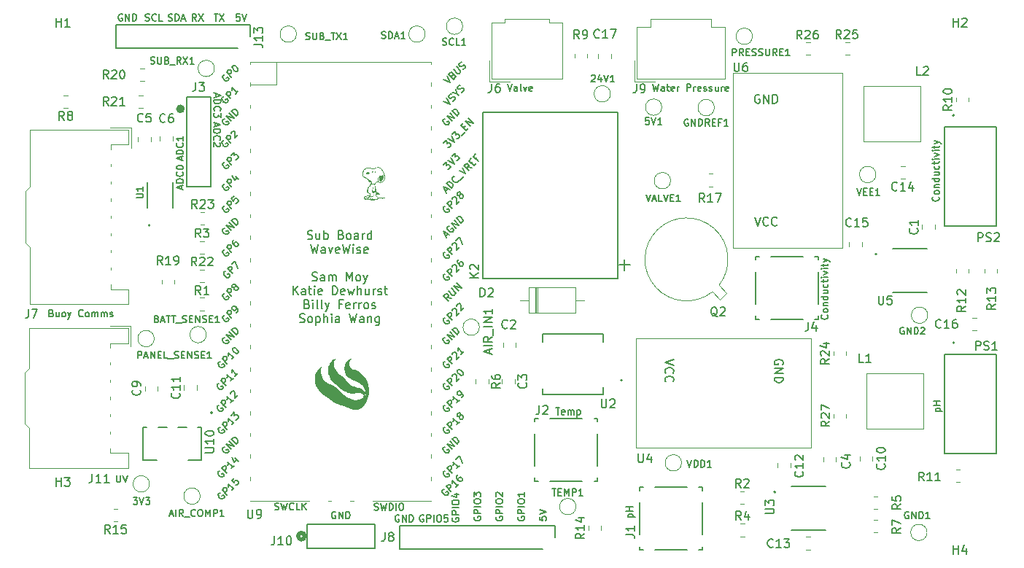
<source format=gbr>
%TF.GenerationSoftware,KiCad,Pcbnew,7.0.10*%
%TF.CreationDate,2024-03-29T22:24:31-04:00*%
%TF.ProjectId,WaveWise_Submersible,57617665-5769-4736-955f-5375626d6572,rev?*%
%TF.SameCoordinates,Original*%
%TF.FileFunction,Legend,Top*%
%TF.FilePolarity,Positive*%
%FSLAX46Y46*%
G04 Gerber Fmt 4.6, Leading zero omitted, Abs format (unit mm)*
G04 Created by KiCad (PCBNEW 7.0.10) date 2024-03-29 22:24:31*
%MOMM*%
%LPD*%
G01*
G04 APERTURE LIST*
%ADD10C,0.150000*%
%ADD11C,0.120000*%
%ADD12C,0.100000*%
%ADD13C,0.152400*%
%ADD14C,0.508000*%
%ADD15C,0.127000*%
%ADD16C,0.200000*%
G04 APERTURE END LIST*
D10*
X56166123Y-45923028D02*
X56166123Y-45542075D01*
X56394695Y-45999218D02*
X55594695Y-45732551D01*
X55594695Y-45732551D02*
X56394695Y-45465885D01*
X56394695Y-45199218D02*
X55594695Y-45199218D01*
X55594695Y-45199218D02*
X55594695Y-45008742D01*
X55594695Y-45008742D02*
X55632790Y-44894456D01*
X55632790Y-44894456D02*
X55708980Y-44818266D01*
X55708980Y-44818266D02*
X55785171Y-44780171D01*
X55785171Y-44780171D02*
X55937552Y-44742075D01*
X55937552Y-44742075D02*
X56051838Y-44742075D01*
X56051838Y-44742075D02*
X56204219Y-44780171D01*
X56204219Y-44780171D02*
X56280409Y-44818266D01*
X56280409Y-44818266D02*
X56356600Y-44894456D01*
X56356600Y-44894456D02*
X56394695Y-45008742D01*
X56394695Y-45008742D02*
X56394695Y-45199218D01*
X56318504Y-43942075D02*
X56356600Y-43980171D01*
X56356600Y-43980171D02*
X56394695Y-44094456D01*
X56394695Y-44094456D02*
X56394695Y-44170647D01*
X56394695Y-44170647D02*
X56356600Y-44284933D01*
X56356600Y-44284933D02*
X56280409Y-44361123D01*
X56280409Y-44361123D02*
X56204219Y-44399218D01*
X56204219Y-44399218D02*
X56051838Y-44437314D01*
X56051838Y-44437314D02*
X55937552Y-44437314D01*
X55937552Y-44437314D02*
X55785171Y-44399218D01*
X55785171Y-44399218D02*
X55708980Y-44361123D01*
X55708980Y-44361123D02*
X55632790Y-44284933D01*
X55632790Y-44284933D02*
X55594695Y-44170647D01*
X55594695Y-44170647D02*
X55594695Y-44094456D01*
X55594695Y-44094456D02*
X55632790Y-43980171D01*
X55632790Y-43980171D02*
X55670885Y-43942075D01*
X55594695Y-43446837D02*
X55594695Y-43370647D01*
X55594695Y-43370647D02*
X55632790Y-43294456D01*
X55632790Y-43294456D02*
X55670885Y-43256361D01*
X55670885Y-43256361D02*
X55747076Y-43218266D01*
X55747076Y-43218266D02*
X55899457Y-43180171D01*
X55899457Y-43180171D02*
X56089933Y-43180171D01*
X56089933Y-43180171D02*
X56242314Y-43218266D01*
X56242314Y-43218266D02*
X56318504Y-43256361D01*
X56318504Y-43256361D02*
X56356600Y-43294456D01*
X56356600Y-43294456D02*
X56394695Y-43370647D01*
X56394695Y-43370647D02*
X56394695Y-43446837D01*
X56394695Y-43446837D02*
X56356600Y-43523028D01*
X56356600Y-43523028D02*
X56318504Y-43561123D01*
X56318504Y-43561123D02*
X56242314Y-43599218D01*
X56242314Y-43599218D02*
X56089933Y-43637314D01*
X56089933Y-43637314D02*
X55899457Y-43637314D01*
X55899457Y-43637314D02*
X55747076Y-43599218D01*
X55747076Y-43599218D02*
X55670885Y-43561123D01*
X55670885Y-43561123D02*
X55632790Y-43523028D01*
X55632790Y-43523028D02*
X55594695Y-43446837D01*
X131146904Y-60546876D02*
X131185000Y-60584972D01*
X131185000Y-60584972D02*
X131223095Y-60699257D01*
X131223095Y-60699257D02*
X131223095Y-60775448D01*
X131223095Y-60775448D02*
X131185000Y-60889734D01*
X131185000Y-60889734D02*
X131108809Y-60965924D01*
X131108809Y-60965924D02*
X131032619Y-61004019D01*
X131032619Y-61004019D02*
X130880238Y-61042115D01*
X130880238Y-61042115D02*
X130765952Y-61042115D01*
X130765952Y-61042115D02*
X130613571Y-61004019D01*
X130613571Y-61004019D02*
X130537380Y-60965924D01*
X130537380Y-60965924D02*
X130461190Y-60889734D01*
X130461190Y-60889734D02*
X130423095Y-60775448D01*
X130423095Y-60775448D02*
X130423095Y-60699257D01*
X130423095Y-60699257D02*
X130461190Y-60584972D01*
X130461190Y-60584972D02*
X130499285Y-60546876D01*
X131223095Y-60089734D02*
X131185000Y-60165924D01*
X131185000Y-60165924D02*
X131146904Y-60204019D01*
X131146904Y-60204019D02*
X131070714Y-60242115D01*
X131070714Y-60242115D02*
X130842142Y-60242115D01*
X130842142Y-60242115D02*
X130765952Y-60204019D01*
X130765952Y-60204019D02*
X130727857Y-60165924D01*
X130727857Y-60165924D02*
X130689761Y-60089734D01*
X130689761Y-60089734D02*
X130689761Y-59975448D01*
X130689761Y-59975448D02*
X130727857Y-59899257D01*
X130727857Y-59899257D02*
X130765952Y-59861162D01*
X130765952Y-59861162D02*
X130842142Y-59823067D01*
X130842142Y-59823067D02*
X131070714Y-59823067D01*
X131070714Y-59823067D02*
X131146904Y-59861162D01*
X131146904Y-59861162D02*
X131185000Y-59899257D01*
X131185000Y-59899257D02*
X131223095Y-59975448D01*
X131223095Y-59975448D02*
X131223095Y-60089734D01*
X130689761Y-59480209D02*
X131223095Y-59480209D01*
X130765952Y-59480209D02*
X130727857Y-59442114D01*
X130727857Y-59442114D02*
X130689761Y-59365924D01*
X130689761Y-59365924D02*
X130689761Y-59251638D01*
X130689761Y-59251638D02*
X130727857Y-59175447D01*
X130727857Y-59175447D02*
X130804047Y-59137352D01*
X130804047Y-59137352D02*
X131223095Y-59137352D01*
X131223095Y-58413542D02*
X130423095Y-58413542D01*
X131185000Y-58413542D02*
X131223095Y-58489733D01*
X131223095Y-58489733D02*
X131223095Y-58642114D01*
X131223095Y-58642114D02*
X131185000Y-58718304D01*
X131185000Y-58718304D02*
X131146904Y-58756399D01*
X131146904Y-58756399D02*
X131070714Y-58794495D01*
X131070714Y-58794495D02*
X130842142Y-58794495D01*
X130842142Y-58794495D02*
X130765952Y-58756399D01*
X130765952Y-58756399D02*
X130727857Y-58718304D01*
X130727857Y-58718304D02*
X130689761Y-58642114D01*
X130689761Y-58642114D02*
X130689761Y-58489733D01*
X130689761Y-58489733D02*
X130727857Y-58413542D01*
X130689761Y-57689732D02*
X131223095Y-57689732D01*
X130689761Y-58032589D02*
X131108809Y-58032589D01*
X131108809Y-58032589D02*
X131185000Y-57994494D01*
X131185000Y-57994494D02*
X131223095Y-57918304D01*
X131223095Y-57918304D02*
X131223095Y-57804018D01*
X131223095Y-57804018D02*
X131185000Y-57727827D01*
X131185000Y-57727827D02*
X131146904Y-57689732D01*
X131185000Y-56965922D02*
X131223095Y-57042113D01*
X131223095Y-57042113D02*
X131223095Y-57194494D01*
X131223095Y-57194494D02*
X131185000Y-57270684D01*
X131185000Y-57270684D02*
X131146904Y-57308779D01*
X131146904Y-57308779D02*
X131070714Y-57346875D01*
X131070714Y-57346875D02*
X130842142Y-57346875D01*
X130842142Y-57346875D02*
X130765952Y-57308779D01*
X130765952Y-57308779D02*
X130727857Y-57270684D01*
X130727857Y-57270684D02*
X130689761Y-57194494D01*
X130689761Y-57194494D02*
X130689761Y-57042113D01*
X130689761Y-57042113D02*
X130727857Y-56965922D01*
X130689761Y-56737351D02*
X130689761Y-56432589D01*
X130423095Y-56623065D02*
X131108809Y-56623065D01*
X131108809Y-56623065D02*
X131185000Y-56584970D01*
X131185000Y-56584970D02*
X131223095Y-56508780D01*
X131223095Y-56508780D02*
X131223095Y-56432589D01*
X131223095Y-56165922D02*
X130689761Y-56165922D01*
X130423095Y-56165922D02*
X130461190Y-56204018D01*
X130461190Y-56204018D02*
X130499285Y-56165922D01*
X130499285Y-56165922D02*
X130461190Y-56127827D01*
X130461190Y-56127827D02*
X130423095Y-56165922D01*
X130423095Y-56165922D02*
X130499285Y-56165922D01*
X130689761Y-55861161D02*
X131223095Y-55670685D01*
X131223095Y-55670685D02*
X130689761Y-55480208D01*
X131223095Y-55175446D02*
X130689761Y-55175446D01*
X130423095Y-55175446D02*
X130461190Y-55213542D01*
X130461190Y-55213542D02*
X130499285Y-55175446D01*
X130499285Y-55175446D02*
X130461190Y-55137351D01*
X130461190Y-55137351D02*
X130423095Y-55175446D01*
X130423095Y-55175446D02*
X130499285Y-55175446D01*
X130689761Y-54908780D02*
X130689761Y-54604018D01*
X130423095Y-54794494D02*
X131108809Y-54794494D01*
X131108809Y-54794494D02*
X131185000Y-54756399D01*
X131185000Y-54756399D02*
X131223095Y-54680209D01*
X131223095Y-54680209D02*
X131223095Y-54604018D01*
X130689761Y-54413542D02*
X131223095Y-54223066D01*
X130689761Y-54032589D02*
X131223095Y-54223066D01*
X131223095Y-54223066D02*
X131413571Y-54299256D01*
X131413571Y-54299256D02*
X131451666Y-54337351D01*
X131451666Y-54337351D02*
X131489761Y-54413542D01*
X60165876Y-34848971D02*
X60165876Y-35229924D01*
X59937304Y-34772781D02*
X60737304Y-35039448D01*
X60737304Y-35039448D02*
X59937304Y-35306114D01*
X59937304Y-35572781D02*
X60737304Y-35572781D01*
X60737304Y-35572781D02*
X60737304Y-35763257D01*
X60737304Y-35763257D02*
X60699209Y-35877543D01*
X60699209Y-35877543D02*
X60623019Y-35953733D01*
X60623019Y-35953733D02*
X60546828Y-35991828D01*
X60546828Y-35991828D02*
X60394447Y-36029924D01*
X60394447Y-36029924D02*
X60280161Y-36029924D01*
X60280161Y-36029924D02*
X60127780Y-35991828D01*
X60127780Y-35991828D02*
X60051590Y-35953733D01*
X60051590Y-35953733D02*
X59975400Y-35877543D01*
X59975400Y-35877543D02*
X59937304Y-35763257D01*
X59937304Y-35763257D02*
X59937304Y-35572781D01*
X60013495Y-36829924D02*
X59975400Y-36791828D01*
X59975400Y-36791828D02*
X59937304Y-36677543D01*
X59937304Y-36677543D02*
X59937304Y-36601352D01*
X59937304Y-36601352D02*
X59975400Y-36487066D01*
X59975400Y-36487066D02*
X60051590Y-36410876D01*
X60051590Y-36410876D02*
X60127780Y-36372781D01*
X60127780Y-36372781D02*
X60280161Y-36334685D01*
X60280161Y-36334685D02*
X60394447Y-36334685D01*
X60394447Y-36334685D02*
X60546828Y-36372781D01*
X60546828Y-36372781D02*
X60623019Y-36410876D01*
X60623019Y-36410876D02*
X60699209Y-36487066D01*
X60699209Y-36487066D02*
X60737304Y-36601352D01*
X60737304Y-36601352D02*
X60737304Y-36677543D01*
X60737304Y-36677543D02*
X60699209Y-36791828D01*
X60699209Y-36791828D02*
X60661114Y-36829924D01*
X60737304Y-37096590D02*
X60737304Y-37591828D01*
X60737304Y-37591828D02*
X60432542Y-37325162D01*
X60432542Y-37325162D02*
X60432542Y-37439447D01*
X60432542Y-37439447D02*
X60394447Y-37515638D01*
X60394447Y-37515638D02*
X60356352Y-37553733D01*
X60356352Y-37553733D02*
X60280161Y-37591828D01*
X60280161Y-37591828D02*
X60089685Y-37591828D01*
X60089685Y-37591828D02*
X60013495Y-37553733D01*
X60013495Y-37553733D02*
X59975400Y-37515638D01*
X59975400Y-37515638D02*
X59937304Y-37439447D01*
X59937304Y-37439447D02*
X59937304Y-37210876D01*
X59937304Y-37210876D02*
X59975400Y-37134685D01*
X59975400Y-37134685D02*
X60013495Y-37096590D01*
X97733295Y-83972380D02*
X97733295Y-84353332D01*
X97733295Y-84353332D02*
X98114247Y-84391428D01*
X98114247Y-84391428D02*
X98076152Y-84353332D01*
X98076152Y-84353332D02*
X98038057Y-84277142D01*
X98038057Y-84277142D02*
X98038057Y-84086666D01*
X98038057Y-84086666D02*
X98076152Y-84010475D01*
X98076152Y-84010475D02*
X98114247Y-83972380D01*
X98114247Y-83972380D02*
X98190438Y-83934285D01*
X98190438Y-83934285D02*
X98380914Y-83934285D01*
X98380914Y-83934285D02*
X98457104Y-83972380D01*
X98457104Y-83972380D02*
X98495200Y-84010475D01*
X98495200Y-84010475D02*
X98533295Y-84086666D01*
X98533295Y-84086666D02*
X98533295Y-84277142D01*
X98533295Y-84277142D02*
X98495200Y-84353332D01*
X98495200Y-84353332D02*
X98457104Y-84391428D01*
X97733295Y-83705713D02*
X98533295Y-83439046D01*
X98533295Y-83439046D02*
X97733295Y-83172380D01*
X54654571Y-26359200D02*
X54768857Y-26397295D01*
X54768857Y-26397295D02*
X54959333Y-26397295D01*
X54959333Y-26397295D02*
X55035524Y-26359200D01*
X55035524Y-26359200D02*
X55073619Y-26321104D01*
X55073619Y-26321104D02*
X55111714Y-26244914D01*
X55111714Y-26244914D02*
X55111714Y-26168723D01*
X55111714Y-26168723D02*
X55073619Y-26092533D01*
X55073619Y-26092533D02*
X55035524Y-26054438D01*
X55035524Y-26054438D02*
X54959333Y-26016342D01*
X54959333Y-26016342D02*
X54806952Y-25978247D01*
X54806952Y-25978247D02*
X54730762Y-25940152D01*
X54730762Y-25940152D02*
X54692667Y-25902057D01*
X54692667Y-25902057D02*
X54654571Y-25825866D01*
X54654571Y-25825866D02*
X54654571Y-25749676D01*
X54654571Y-25749676D02*
X54692667Y-25673485D01*
X54692667Y-25673485D02*
X54730762Y-25635390D01*
X54730762Y-25635390D02*
X54806952Y-25597295D01*
X54806952Y-25597295D02*
X54997429Y-25597295D01*
X54997429Y-25597295D02*
X55111714Y-25635390D01*
X55454572Y-26397295D02*
X55454572Y-25597295D01*
X55454572Y-25597295D02*
X55645048Y-25597295D01*
X55645048Y-25597295D02*
X55759334Y-25635390D01*
X55759334Y-25635390D02*
X55835524Y-25711580D01*
X55835524Y-25711580D02*
X55873619Y-25787771D01*
X55873619Y-25787771D02*
X55911715Y-25940152D01*
X55911715Y-25940152D02*
X55911715Y-26054438D01*
X55911715Y-26054438D02*
X55873619Y-26206819D01*
X55873619Y-26206819D02*
X55835524Y-26283009D01*
X55835524Y-26283009D02*
X55759334Y-26359200D01*
X55759334Y-26359200D02*
X55645048Y-26397295D01*
X55645048Y-26397295D02*
X55454572Y-26397295D01*
X56216476Y-26168723D02*
X56597429Y-26168723D01*
X56140286Y-26397295D02*
X56406953Y-25597295D01*
X56406953Y-25597295D02*
X56673619Y-26397295D01*
X60115076Y-38252571D02*
X60115076Y-38633524D01*
X59886504Y-38176381D02*
X60686504Y-38443048D01*
X60686504Y-38443048D02*
X59886504Y-38709714D01*
X59886504Y-38976381D02*
X60686504Y-38976381D01*
X60686504Y-38976381D02*
X60686504Y-39166857D01*
X60686504Y-39166857D02*
X60648409Y-39281143D01*
X60648409Y-39281143D02*
X60572219Y-39357333D01*
X60572219Y-39357333D02*
X60496028Y-39395428D01*
X60496028Y-39395428D02*
X60343647Y-39433524D01*
X60343647Y-39433524D02*
X60229361Y-39433524D01*
X60229361Y-39433524D02*
X60076980Y-39395428D01*
X60076980Y-39395428D02*
X60000790Y-39357333D01*
X60000790Y-39357333D02*
X59924600Y-39281143D01*
X59924600Y-39281143D02*
X59886504Y-39166857D01*
X59886504Y-39166857D02*
X59886504Y-38976381D01*
X59962695Y-40233524D02*
X59924600Y-40195428D01*
X59924600Y-40195428D02*
X59886504Y-40081143D01*
X59886504Y-40081143D02*
X59886504Y-40004952D01*
X59886504Y-40004952D02*
X59924600Y-39890666D01*
X59924600Y-39890666D02*
X60000790Y-39814476D01*
X60000790Y-39814476D02*
X60076980Y-39776381D01*
X60076980Y-39776381D02*
X60229361Y-39738285D01*
X60229361Y-39738285D02*
X60343647Y-39738285D01*
X60343647Y-39738285D02*
X60496028Y-39776381D01*
X60496028Y-39776381D02*
X60572219Y-39814476D01*
X60572219Y-39814476D02*
X60648409Y-39890666D01*
X60648409Y-39890666D02*
X60686504Y-40004952D01*
X60686504Y-40004952D02*
X60686504Y-40081143D01*
X60686504Y-40081143D02*
X60648409Y-40195428D01*
X60648409Y-40195428D02*
X60610314Y-40233524D01*
X60610314Y-40538285D02*
X60648409Y-40576381D01*
X60648409Y-40576381D02*
X60686504Y-40652571D01*
X60686504Y-40652571D02*
X60686504Y-40843047D01*
X60686504Y-40843047D02*
X60648409Y-40919238D01*
X60648409Y-40919238D02*
X60610314Y-40957333D01*
X60610314Y-40957333D02*
X60534123Y-40995428D01*
X60534123Y-40995428D02*
X60457933Y-40995428D01*
X60457933Y-40995428D02*
X60343647Y-40957333D01*
X60343647Y-40957333D02*
X59886504Y-40500190D01*
X59886504Y-40500190D02*
X59886504Y-40995428D01*
X87611390Y-84111952D02*
X87573295Y-84188142D01*
X87573295Y-84188142D02*
X87573295Y-84302428D01*
X87573295Y-84302428D02*
X87611390Y-84416714D01*
X87611390Y-84416714D02*
X87687580Y-84492904D01*
X87687580Y-84492904D02*
X87763771Y-84530999D01*
X87763771Y-84530999D02*
X87916152Y-84569095D01*
X87916152Y-84569095D02*
X88030438Y-84569095D01*
X88030438Y-84569095D02*
X88182819Y-84530999D01*
X88182819Y-84530999D02*
X88259009Y-84492904D01*
X88259009Y-84492904D02*
X88335200Y-84416714D01*
X88335200Y-84416714D02*
X88373295Y-84302428D01*
X88373295Y-84302428D02*
X88373295Y-84226237D01*
X88373295Y-84226237D02*
X88335200Y-84111952D01*
X88335200Y-84111952D02*
X88297104Y-84073856D01*
X88297104Y-84073856D02*
X88030438Y-84073856D01*
X88030438Y-84073856D02*
X88030438Y-84226237D01*
X88373295Y-83730999D02*
X87573295Y-83730999D01*
X87573295Y-83730999D02*
X87573295Y-83426237D01*
X87573295Y-83426237D02*
X87611390Y-83350047D01*
X87611390Y-83350047D02*
X87649485Y-83311952D01*
X87649485Y-83311952D02*
X87725676Y-83273856D01*
X87725676Y-83273856D02*
X87839961Y-83273856D01*
X87839961Y-83273856D02*
X87916152Y-83311952D01*
X87916152Y-83311952D02*
X87954247Y-83350047D01*
X87954247Y-83350047D02*
X87992342Y-83426237D01*
X87992342Y-83426237D02*
X87992342Y-83730999D01*
X88373295Y-82930999D02*
X87573295Y-82930999D01*
X87573295Y-82397666D02*
X87573295Y-82245285D01*
X87573295Y-82245285D02*
X87611390Y-82169095D01*
X87611390Y-82169095D02*
X87687580Y-82092904D01*
X87687580Y-82092904D02*
X87839961Y-82054809D01*
X87839961Y-82054809D02*
X88106628Y-82054809D01*
X88106628Y-82054809D02*
X88259009Y-82092904D01*
X88259009Y-82092904D02*
X88335200Y-82169095D01*
X88335200Y-82169095D02*
X88373295Y-82245285D01*
X88373295Y-82245285D02*
X88373295Y-82397666D01*
X88373295Y-82397666D02*
X88335200Y-82473857D01*
X88335200Y-82473857D02*
X88259009Y-82550047D01*
X88259009Y-82550047D02*
X88106628Y-82588143D01*
X88106628Y-82588143D02*
X87839961Y-82588143D01*
X87839961Y-82588143D02*
X87687580Y-82550047D01*
X87687580Y-82550047D02*
X87611390Y-82473857D01*
X87611390Y-82473857D02*
X87573295Y-82397666D01*
X87839961Y-81369095D02*
X88373295Y-81369095D01*
X87535200Y-81559571D02*
X88106628Y-81750048D01*
X88106628Y-81750048D02*
X88106628Y-81254809D01*
X84290047Y-83801390D02*
X84213857Y-83763295D01*
X84213857Y-83763295D02*
X84099571Y-83763295D01*
X84099571Y-83763295D02*
X83985285Y-83801390D01*
X83985285Y-83801390D02*
X83909095Y-83877580D01*
X83909095Y-83877580D02*
X83871000Y-83953771D01*
X83871000Y-83953771D02*
X83832904Y-84106152D01*
X83832904Y-84106152D02*
X83832904Y-84220438D01*
X83832904Y-84220438D02*
X83871000Y-84372819D01*
X83871000Y-84372819D02*
X83909095Y-84449009D01*
X83909095Y-84449009D02*
X83985285Y-84525200D01*
X83985285Y-84525200D02*
X84099571Y-84563295D01*
X84099571Y-84563295D02*
X84175762Y-84563295D01*
X84175762Y-84563295D02*
X84290047Y-84525200D01*
X84290047Y-84525200D02*
X84328143Y-84487104D01*
X84328143Y-84487104D02*
X84328143Y-84220438D01*
X84328143Y-84220438D02*
X84175762Y-84220438D01*
X84671000Y-84563295D02*
X84671000Y-83763295D01*
X84671000Y-83763295D02*
X84975762Y-83763295D01*
X84975762Y-83763295D02*
X85051952Y-83801390D01*
X85051952Y-83801390D02*
X85090047Y-83839485D01*
X85090047Y-83839485D02*
X85128143Y-83915676D01*
X85128143Y-83915676D02*
X85128143Y-84029961D01*
X85128143Y-84029961D02*
X85090047Y-84106152D01*
X85090047Y-84106152D02*
X85051952Y-84144247D01*
X85051952Y-84144247D02*
X84975762Y-84182342D01*
X84975762Y-84182342D02*
X84671000Y-84182342D01*
X85471000Y-84563295D02*
X85471000Y-83763295D01*
X86004333Y-83763295D02*
X86156714Y-83763295D01*
X86156714Y-83763295D02*
X86232904Y-83801390D01*
X86232904Y-83801390D02*
X86309095Y-83877580D01*
X86309095Y-83877580D02*
X86347190Y-84029961D01*
X86347190Y-84029961D02*
X86347190Y-84296628D01*
X86347190Y-84296628D02*
X86309095Y-84449009D01*
X86309095Y-84449009D02*
X86232904Y-84525200D01*
X86232904Y-84525200D02*
X86156714Y-84563295D01*
X86156714Y-84563295D02*
X86004333Y-84563295D01*
X86004333Y-84563295D02*
X85928142Y-84525200D01*
X85928142Y-84525200D02*
X85851952Y-84449009D01*
X85851952Y-84449009D02*
X85813856Y-84296628D01*
X85813856Y-84296628D02*
X85813856Y-84029961D01*
X85813856Y-84029961D02*
X85851952Y-83877580D01*
X85851952Y-83877580D02*
X85928142Y-83801390D01*
X85928142Y-83801390D02*
X86004333Y-83763295D01*
X87070999Y-83763295D02*
X86690047Y-83763295D01*
X86690047Y-83763295D02*
X86651951Y-84144247D01*
X86651951Y-84144247D02*
X86690047Y-84106152D01*
X86690047Y-84106152D02*
X86766237Y-84068057D01*
X86766237Y-84068057D02*
X86956713Y-84068057D01*
X86956713Y-84068057D02*
X87032904Y-84106152D01*
X87032904Y-84106152D02*
X87070999Y-84144247D01*
X87070999Y-84144247D02*
X87109094Y-84220438D01*
X87109094Y-84220438D02*
X87109094Y-84410914D01*
X87109094Y-84410914D02*
X87070999Y-84487104D01*
X87070999Y-84487104D02*
X87032904Y-84525200D01*
X87032904Y-84525200D02*
X86956713Y-84563295D01*
X86956713Y-84563295D02*
X86766237Y-84563295D01*
X86766237Y-84563295D02*
X86690047Y-84525200D01*
X86690047Y-84525200D02*
X86651951Y-84487104D01*
X57905667Y-26397295D02*
X57639000Y-26016342D01*
X57448524Y-26397295D02*
X57448524Y-25597295D01*
X57448524Y-25597295D02*
X57753286Y-25597295D01*
X57753286Y-25597295D02*
X57829476Y-25635390D01*
X57829476Y-25635390D02*
X57867571Y-25673485D01*
X57867571Y-25673485D02*
X57905667Y-25749676D01*
X57905667Y-25749676D02*
X57905667Y-25863961D01*
X57905667Y-25863961D02*
X57867571Y-25940152D01*
X57867571Y-25940152D02*
X57829476Y-25978247D01*
X57829476Y-25978247D02*
X57753286Y-26016342D01*
X57753286Y-26016342D02*
X57448524Y-26016342D01*
X58172333Y-25597295D02*
X58705667Y-26397295D01*
X58705667Y-25597295D02*
X58172333Y-26397295D01*
X99625333Y-71317295D02*
X100082476Y-71317295D01*
X99853904Y-72117295D02*
X99853904Y-71317295D01*
X100653905Y-72079200D02*
X100577714Y-72117295D01*
X100577714Y-72117295D02*
X100425333Y-72117295D01*
X100425333Y-72117295D02*
X100349143Y-72079200D01*
X100349143Y-72079200D02*
X100311047Y-72003009D01*
X100311047Y-72003009D02*
X100311047Y-71698247D01*
X100311047Y-71698247D02*
X100349143Y-71622057D01*
X100349143Y-71622057D02*
X100425333Y-71583961D01*
X100425333Y-71583961D02*
X100577714Y-71583961D01*
X100577714Y-71583961D02*
X100653905Y-71622057D01*
X100653905Y-71622057D02*
X100692000Y-71698247D01*
X100692000Y-71698247D02*
X100692000Y-71774438D01*
X100692000Y-71774438D02*
X100311047Y-71850628D01*
X101034857Y-72117295D02*
X101034857Y-71583961D01*
X101034857Y-71660152D02*
X101072952Y-71622057D01*
X101072952Y-71622057D02*
X101149142Y-71583961D01*
X101149142Y-71583961D02*
X101263428Y-71583961D01*
X101263428Y-71583961D02*
X101339619Y-71622057D01*
X101339619Y-71622057D02*
X101377714Y-71698247D01*
X101377714Y-71698247D02*
X101377714Y-72117295D01*
X101377714Y-71698247D02*
X101415809Y-71622057D01*
X101415809Y-71622057D02*
X101492000Y-71583961D01*
X101492000Y-71583961D02*
X101606285Y-71583961D01*
X101606285Y-71583961D02*
X101682476Y-71622057D01*
X101682476Y-71622057D02*
X101720571Y-71698247D01*
X101720571Y-71698247D02*
X101720571Y-72117295D01*
X102101524Y-71583961D02*
X102101524Y-72383961D01*
X102101524Y-71622057D02*
X102177714Y-71583961D01*
X102177714Y-71583961D02*
X102330095Y-71583961D01*
X102330095Y-71583961D02*
X102406286Y-71622057D01*
X102406286Y-71622057D02*
X102444381Y-71660152D01*
X102444381Y-71660152D02*
X102482476Y-71736342D01*
X102482476Y-71736342D02*
X102482476Y-71964914D01*
X102482476Y-71964914D02*
X102444381Y-72041104D01*
X102444381Y-72041104D02*
X102406286Y-72079200D01*
X102406286Y-72079200D02*
X102330095Y-72117295D01*
X102330095Y-72117295D02*
X102177714Y-72117295D01*
X102177714Y-72117295D02*
X102101524Y-72079200D01*
X144050104Y-46830876D02*
X144088200Y-46868972D01*
X144088200Y-46868972D02*
X144126295Y-46983257D01*
X144126295Y-46983257D02*
X144126295Y-47059448D01*
X144126295Y-47059448D02*
X144088200Y-47173734D01*
X144088200Y-47173734D02*
X144012009Y-47249924D01*
X144012009Y-47249924D02*
X143935819Y-47288019D01*
X143935819Y-47288019D02*
X143783438Y-47326115D01*
X143783438Y-47326115D02*
X143669152Y-47326115D01*
X143669152Y-47326115D02*
X143516771Y-47288019D01*
X143516771Y-47288019D02*
X143440580Y-47249924D01*
X143440580Y-47249924D02*
X143364390Y-47173734D01*
X143364390Y-47173734D02*
X143326295Y-47059448D01*
X143326295Y-47059448D02*
X143326295Y-46983257D01*
X143326295Y-46983257D02*
X143364390Y-46868972D01*
X143364390Y-46868972D02*
X143402485Y-46830876D01*
X144126295Y-46373734D02*
X144088200Y-46449924D01*
X144088200Y-46449924D02*
X144050104Y-46488019D01*
X144050104Y-46488019D02*
X143973914Y-46526115D01*
X143973914Y-46526115D02*
X143745342Y-46526115D01*
X143745342Y-46526115D02*
X143669152Y-46488019D01*
X143669152Y-46488019D02*
X143631057Y-46449924D01*
X143631057Y-46449924D02*
X143592961Y-46373734D01*
X143592961Y-46373734D02*
X143592961Y-46259448D01*
X143592961Y-46259448D02*
X143631057Y-46183257D01*
X143631057Y-46183257D02*
X143669152Y-46145162D01*
X143669152Y-46145162D02*
X143745342Y-46107067D01*
X143745342Y-46107067D02*
X143973914Y-46107067D01*
X143973914Y-46107067D02*
X144050104Y-46145162D01*
X144050104Y-46145162D02*
X144088200Y-46183257D01*
X144088200Y-46183257D02*
X144126295Y-46259448D01*
X144126295Y-46259448D02*
X144126295Y-46373734D01*
X143592961Y-45764209D02*
X144126295Y-45764209D01*
X143669152Y-45764209D02*
X143631057Y-45726114D01*
X143631057Y-45726114D02*
X143592961Y-45649924D01*
X143592961Y-45649924D02*
X143592961Y-45535638D01*
X143592961Y-45535638D02*
X143631057Y-45459447D01*
X143631057Y-45459447D02*
X143707247Y-45421352D01*
X143707247Y-45421352D02*
X144126295Y-45421352D01*
X144126295Y-44697542D02*
X143326295Y-44697542D01*
X144088200Y-44697542D02*
X144126295Y-44773733D01*
X144126295Y-44773733D02*
X144126295Y-44926114D01*
X144126295Y-44926114D02*
X144088200Y-45002304D01*
X144088200Y-45002304D02*
X144050104Y-45040399D01*
X144050104Y-45040399D02*
X143973914Y-45078495D01*
X143973914Y-45078495D02*
X143745342Y-45078495D01*
X143745342Y-45078495D02*
X143669152Y-45040399D01*
X143669152Y-45040399D02*
X143631057Y-45002304D01*
X143631057Y-45002304D02*
X143592961Y-44926114D01*
X143592961Y-44926114D02*
X143592961Y-44773733D01*
X143592961Y-44773733D02*
X143631057Y-44697542D01*
X143592961Y-43973732D02*
X144126295Y-43973732D01*
X143592961Y-44316589D02*
X144012009Y-44316589D01*
X144012009Y-44316589D02*
X144088200Y-44278494D01*
X144088200Y-44278494D02*
X144126295Y-44202304D01*
X144126295Y-44202304D02*
X144126295Y-44088018D01*
X144126295Y-44088018D02*
X144088200Y-44011827D01*
X144088200Y-44011827D02*
X144050104Y-43973732D01*
X144088200Y-43249922D02*
X144126295Y-43326113D01*
X144126295Y-43326113D02*
X144126295Y-43478494D01*
X144126295Y-43478494D02*
X144088200Y-43554684D01*
X144088200Y-43554684D02*
X144050104Y-43592779D01*
X144050104Y-43592779D02*
X143973914Y-43630875D01*
X143973914Y-43630875D02*
X143745342Y-43630875D01*
X143745342Y-43630875D02*
X143669152Y-43592779D01*
X143669152Y-43592779D02*
X143631057Y-43554684D01*
X143631057Y-43554684D02*
X143592961Y-43478494D01*
X143592961Y-43478494D02*
X143592961Y-43326113D01*
X143592961Y-43326113D02*
X143631057Y-43249922D01*
X143592961Y-43021351D02*
X143592961Y-42716589D01*
X143326295Y-42907065D02*
X144012009Y-42907065D01*
X144012009Y-42907065D02*
X144088200Y-42868970D01*
X144088200Y-42868970D02*
X144126295Y-42792780D01*
X144126295Y-42792780D02*
X144126295Y-42716589D01*
X144126295Y-42449922D02*
X143592961Y-42449922D01*
X143326295Y-42449922D02*
X143364390Y-42488018D01*
X143364390Y-42488018D02*
X143402485Y-42449922D01*
X143402485Y-42449922D02*
X143364390Y-42411827D01*
X143364390Y-42411827D02*
X143326295Y-42449922D01*
X143326295Y-42449922D02*
X143402485Y-42449922D01*
X143592961Y-42145161D02*
X144126295Y-41954685D01*
X144126295Y-41954685D02*
X143592961Y-41764208D01*
X144126295Y-41459446D02*
X143592961Y-41459446D01*
X143326295Y-41459446D02*
X143364390Y-41497542D01*
X143364390Y-41497542D02*
X143402485Y-41459446D01*
X143402485Y-41459446D02*
X143364390Y-41421351D01*
X143364390Y-41421351D02*
X143326295Y-41459446D01*
X143326295Y-41459446D02*
X143402485Y-41459446D01*
X143592961Y-41192780D02*
X143592961Y-40888018D01*
X143326295Y-41078494D02*
X144012009Y-41078494D01*
X144012009Y-41078494D02*
X144088200Y-41040399D01*
X144088200Y-41040399D02*
X144126295Y-40964209D01*
X144126295Y-40964209D02*
X144126295Y-40888018D01*
X143592961Y-40697542D02*
X144126295Y-40507066D01*
X143592961Y-40316589D02*
X144126295Y-40507066D01*
X144126295Y-40507066D02*
X144316771Y-40583256D01*
X144316771Y-40583256D02*
X144354866Y-40621351D01*
X144354866Y-40621351D02*
X144392961Y-40697542D01*
X52006618Y-26359200D02*
X52120904Y-26397295D01*
X52120904Y-26397295D02*
X52311380Y-26397295D01*
X52311380Y-26397295D02*
X52387571Y-26359200D01*
X52387571Y-26359200D02*
X52425666Y-26321104D01*
X52425666Y-26321104D02*
X52463761Y-26244914D01*
X52463761Y-26244914D02*
X52463761Y-26168723D01*
X52463761Y-26168723D02*
X52425666Y-26092533D01*
X52425666Y-26092533D02*
X52387571Y-26054438D01*
X52387571Y-26054438D02*
X52311380Y-26016342D01*
X52311380Y-26016342D02*
X52158999Y-25978247D01*
X52158999Y-25978247D02*
X52082809Y-25940152D01*
X52082809Y-25940152D02*
X52044714Y-25902057D01*
X52044714Y-25902057D02*
X52006618Y-25825866D01*
X52006618Y-25825866D02*
X52006618Y-25749676D01*
X52006618Y-25749676D02*
X52044714Y-25673485D01*
X52044714Y-25673485D02*
X52082809Y-25635390D01*
X52082809Y-25635390D02*
X52158999Y-25597295D01*
X52158999Y-25597295D02*
X52349476Y-25597295D01*
X52349476Y-25597295D02*
X52463761Y-25635390D01*
X53263762Y-26321104D02*
X53225666Y-26359200D01*
X53225666Y-26359200D02*
X53111381Y-26397295D01*
X53111381Y-26397295D02*
X53035190Y-26397295D01*
X53035190Y-26397295D02*
X52920904Y-26359200D01*
X52920904Y-26359200D02*
X52844714Y-26283009D01*
X52844714Y-26283009D02*
X52806619Y-26206819D01*
X52806619Y-26206819D02*
X52768523Y-26054438D01*
X52768523Y-26054438D02*
X52768523Y-25940152D01*
X52768523Y-25940152D02*
X52806619Y-25787771D01*
X52806619Y-25787771D02*
X52844714Y-25711580D01*
X52844714Y-25711580D02*
X52920904Y-25635390D01*
X52920904Y-25635390D02*
X53035190Y-25597295D01*
X53035190Y-25597295D02*
X53111381Y-25597295D01*
X53111381Y-25597295D02*
X53225666Y-25635390D01*
X53225666Y-25635390D02*
X53263762Y-25673485D01*
X53987571Y-26397295D02*
X53606619Y-26397295D01*
X53606619Y-26397295D02*
X53606619Y-25597295D01*
X62966619Y-25597295D02*
X62585667Y-25597295D01*
X62585667Y-25597295D02*
X62547571Y-25978247D01*
X62547571Y-25978247D02*
X62585667Y-25940152D01*
X62585667Y-25940152D02*
X62661857Y-25902057D01*
X62661857Y-25902057D02*
X62852333Y-25902057D01*
X62852333Y-25902057D02*
X62928524Y-25940152D01*
X62928524Y-25940152D02*
X62966619Y-25978247D01*
X62966619Y-25978247D02*
X63004714Y-26054438D01*
X63004714Y-26054438D02*
X63004714Y-26244914D01*
X63004714Y-26244914D02*
X62966619Y-26321104D01*
X62966619Y-26321104D02*
X62928524Y-26359200D01*
X62928524Y-26359200D02*
X62852333Y-26397295D01*
X62852333Y-26397295D02*
X62661857Y-26397295D01*
X62661857Y-26397295D02*
X62585667Y-26359200D01*
X62585667Y-26359200D02*
X62547571Y-26321104D01*
X63233286Y-25597295D02*
X63499953Y-26397295D01*
X63499953Y-26397295D02*
X63766619Y-25597295D01*
X95231390Y-83984952D02*
X95193295Y-84061142D01*
X95193295Y-84061142D02*
X95193295Y-84175428D01*
X95193295Y-84175428D02*
X95231390Y-84289714D01*
X95231390Y-84289714D02*
X95307580Y-84365904D01*
X95307580Y-84365904D02*
X95383771Y-84403999D01*
X95383771Y-84403999D02*
X95536152Y-84442095D01*
X95536152Y-84442095D02*
X95650438Y-84442095D01*
X95650438Y-84442095D02*
X95802819Y-84403999D01*
X95802819Y-84403999D02*
X95879009Y-84365904D01*
X95879009Y-84365904D02*
X95955200Y-84289714D01*
X95955200Y-84289714D02*
X95993295Y-84175428D01*
X95993295Y-84175428D02*
X95993295Y-84099237D01*
X95993295Y-84099237D02*
X95955200Y-83984952D01*
X95955200Y-83984952D02*
X95917104Y-83946856D01*
X95917104Y-83946856D02*
X95650438Y-83946856D01*
X95650438Y-83946856D02*
X95650438Y-84099237D01*
X95993295Y-83603999D02*
X95193295Y-83603999D01*
X95193295Y-83603999D02*
X95193295Y-83299237D01*
X95193295Y-83299237D02*
X95231390Y-83223047D01*
X95231390Y-83223047D02*
X95269485Y-83184952D01*
X95269485Y-83184952D02*
X95345676Y-83146856D01*
X95345676Y-83146856D02*
X95459961Y-83146856D01*
X95459961Y-83146856D02*
X95536152Y-83184952D01*
X95536152Y-83184952D02*
X95574247Y-83223047D01*
X95574247Y-83223047D02*
X95612342Y-83299237D01*
X95612342Y-83299237D02*
X95612342Y-83603999D01*
X95993295Y-82803999D02*
X95193295Y-82803999D01*
X95193295Y-82270666D02*
X95193295Y-82118285D01*
X95193295Y-82118285D02*
X95231390Y-82042095D01*
X95231390Y-82042095D02*
X95307580Y-81965904D01*
X95307580Y-81965904D02*
X95459961Y-81927809D01*
X95459961Y-81927809D02*
X95726628Y-81927809D01*
X95726628Y-81927809D02*
X95879009Y-81965904D01*
X95879009Y-81965904D02*
X95955200Y-82042095D01*
X95955200Y-82042095D02*
X95993295Y-82118285D01*
X95993295Y-82118285D02*
X95993295Y-82270666D01*
X95993295Y-82270666D02*
X95955200Y-82346857D01*
X95955200Y-82346857D02*
X95879009Y-82423047D01*
X95879009Y-82423047D02*
X95726628Y-82461143D01*
X95726628Y-82461143D02*
X95459961Y-82461143D01*
X95459961Y-82461143D02*
X95307580Y-82423047D01*
X95307580Y-82423047D02*
X95231390Y-82346857D01*
X95231390Y-82346857D02*
X95193295Y-82270666D01*
X95993295Y-81165905D02*
X95993295Y-81623048D01*
X95993295Y-81394476D02*
X95193295Y-81394476D01*
X95193295Y-81394476D02*
X95307580Y-81470667D01*
X95307580Y-81470667D02*
X95383771Y-81546857D01*
X95383771Y-81546857D02*
X95421866Y-81623048D01*
X56166123Y-42570228D02*
X56166123Y-42189275D01*
X56394695Y-42646418D02*
X55594695Y-42379751D01*
X55594695Y-42379751D02*
X56394695Y-42113085D01*
X56394695Y-41846418D02*
X55594695Y-41846418D01*
X55594695Y-41846418D02*
X55594695Y-41655942D01*
X55594695Y-41655942D02*
X55632790Y-41541656D01*
X55632790Y-41541656D02*
X55708980Y-41465466D01*
X55708980Y-41465466D02*
X55785171Y-41427371D01*
X55785171Y-41427371D02*
X55937552Y-41389275D01*
X55937552Y-41389275D02*
X56051838Y-41389275D01*
X56051838Y-41389275D02*
X56204219Y-41427371D01*
X56204219Y-41427371D02*
X56280409Y-41465466D01*
X56280409Y-41465466D02*
X56356600Y-41541656D01*
X56356600Y-41541656D02*
X56394695Y-41655942D01*
X56394695Y-41655942D02*
X56394695Y-41846418D01*
X56318504Y-40589275D02*
X56356600Y-40627371D01*
X56356600Y-40627371D02*
X56394695Y-40741656D01*
X56394695Y-40741656D02*
X56394695Y-40817847D01*
X56394695Y-40817847D02*
X56356600Y-40932133D01*
X56356600Y-40932133D02*
X56280409Y-41008323D01*
X56280409Y-41008323D02*
X56204219Y-41046418D01*
X56204219Y-41046418D02*
X56051838Y-41084514D01*
X56051838Y-41084514D02*
X55937552Y-41084514D01*
X55937552Y-41084514D02*
X55785171Y-41046418D01*
X55785171Y-41046418D02*
X55708980Y-41008323D01*
X55708980Y-41008323D02*
X55632790Y-40932133D01*
X55632790Y-40932133D02*
X55594695Y-40817847D01*
X55594695Y-40817847D02*
X55594695Y-40741656D01*
X55594695Y-40741656D02*
X55632790Y-40627371D01*
X55632790Y-40627371D02*
X55670885Y-40589275D01*
X56394695Y-39827371D02*
X56394695Y-40284514D01*
X56394695Y-40055942D02*
X55594695Y-40055942D01*
X55594695Y-40055942D02*
X55708980Y-40132133D01*
X55708980Y-40132133D02*
X55785171Y-40208323D01*
X55785171Y-40208323D02*
X55823266Y-40284514D01*
X48653772Y-79165895D02*
X48653772Y-79813514D01*
X48653772Y-79813514D02*
X48691867Y-79889704D01*
X48691867Y-79889704D02*
X48729962Y-79927800D01*
X48729962Y-79927800D02*
X48806153Y-79965895D01*
X48806153Y-79965895D02*
X48958534Y-79965895D01*
X48958534Y-79965895D02*
X49034724Y-79927800D01*
X49034724Y-79927800D02*
X49072819Y-79889704D01*
X49072819Y-79889704D02*
X49110915Y-79813514D01*
X49110915Y-79813514D02*
X49110915Y-79165895D01*
X49377581Y-79165895D02*
X49644248Y-79965895D01*
X49644248Y-79965895D02*
X49910914Y-79165895D01*
X92691390Y-83984952D02*
X92653295Y-84061142D01*
X92653295Y-84061142D02*
X92653295Y-84175428D01*
X92653295Y-84175428D02*
X92691390Y-84289714D01*
X92691390Y-84289714D02*
X92767580Y-84365904D01*
X92767580Y-84365904D02*
X92843771Y-84403999D01*
X92843771Y-84403999D02*
X92996152Y-84442095D01*
X92996152Y-84442095D02*
X93110438Y-84442095D01*
X93110438Y-84442095D02*
X93262819Y-84403999D01*
X93262819Y-84403999D02*
X93339009Y-84365904D01*
X93339009Y-84365904D02*
X93415200Y-84289714D01*
X93415200Y-84289714D02*
X93453295Y-84175428D01*
X93453295Y-84175428D02*
X93453295Y-84099237D01*
X93453295Y-84099237D02*
X93415200Y-83984952D01*
X93415200Y-83984952D02*
X93377104Y-83946856D01*
X93377104Y-83946856D02*
X93110438Y-83946856D01*
X93110438Y-83946856D02*
X93110438Y-84099237D01*
X93453295Y-83603999D02*
X92653295Y-83603999D01*
X92653295Y-83603999D02*
X92653295Y-83299237D01*
X92653295Y-83299237D02*
X92691390Y-83223047D01*
X92691390Y-83223047D02*
X92729485Y-83184952D01*
X92729485Y-83184952D02*
X92805676Y-83146856D01*
X92805676Y-83146856D02*
X92919961Y-83146856D01*
X92919961Y-83146856D02*
X92996152Y-83184952D01*
X92996152Y-83184952D02*
X93034247Y-83223047D01*
X93034247Y-83223047D02*
X93072342Y-83299237D01*
X93072342Y-83299237D02*
X93072342Y-83603999D01*
X93453295Y-82803999D02*
X92653295Y-82803999D01*
X92653295Y-82270666D02*
X92653295Y-82118285D01*
X92653295Y-82118285D02*
X92691390Y-82042095D01*
X92691390Y-82042095D02*
X92767580Y-81965904D01*
X92767580Y-81965904D02*
X92919961Y-81927809D01*
X92919961Y-81927809D02*
X93186628Y-81927809D01*
X93186628Y-81927809D02*
X93339009Y-81965904D01*
X93339009Y-81965904D02*
X93415200Y-82042095D01*
X93415200Y-82042095D02*
X93453295Y-82118285D01*
X93453295Y-82118285D02*
X93453295Y-82270666D01*
X93453295Y-82270666D02*
X93415200Y-82346857D01*
X93415200Y-82346857D02*
X93339009Y-82423047D01*
X93339009Y-82423047D02*
X93186628Y-82461143D01*
X93186628Y-82461143D02*
X92919961Y-82461143D01*
X92919961Y-82461143D02*
X92767580Y-82423047D01*
X92767580Y-82423047D02*
X92691390Y-82346857D01*
X92691390Y-82346857D02*
X92653295Y-82270666D01*
X92729485Y-81623048D02*
X92691390Y-81584952D01*
X92691390Y-81584952D02*
X92653295Y-81508762D01*
X92653295Y-81508762D02*
X92653295Y-81318286D01*
X92653295Y-81318286D02*
X92691390Y-81242095D01*
X92691390Y-81242095D02*
X92729485Y-81204000D01*
X92729485Y-81204000D02*
X92805676Y-81165905D01*
X92805676Y-81165905D02*
X92881866Y-81165905D01*
X92881866Y-81165905D02*
X92996152Y-81204000D01*
X92996152Y-81204000D02*
X93453295Y-81661143D01*
X93453295Y-81661143D02*
X93453295Y-81165905D01*
X81432476Y-83801390D02*
X81356286Y-83763295D01*
X81356286Y-83763295D02*
X81242000Y-83763295D01*
X81242000Y-83763295D02*
X81127714Y-83801390D01*
X81127714Y-83801390D02*
X81051524Y-83877580D01*
X81051524Y-83877580D02*
X81013429Y-83953771D01*
X81013429Y-83953771D02*
X80975333Y-84106152D01*
X80975333Y-84106152D02*
X80975333Y-84220438D01*
X80975333Y-84220438D02*
X81013429Y-84372819D01*
X81013429Y-84372819D02*
X81051524Y-84449009D01*
X81051524Y-84449009D02*
X81127714Y-84525200D01*
X81127714Y-84525200D02*
X81242000Y-84563295D01*
X81242000Y-84563295D02*
X81318191Y-84563295D01*
X81318191Y-84563295D02*
X81432476Y-84525200D01*
X81432476Y-84525200D02*
X81470572Y-84487104D01*
X81470572Y-84487104D02*
X81470572Y-84220438D01*
X81470572Y-84220438D02*
X81318191Y-84220438D01*
X81813429Y-84563295D02*
X81813429Y-83763295D01*
X81813429Y-83763295D02*
X82270572Y-84563295D01*
X82270572Y-84563295D02*
X82270572Y-83763295D01*
X82651524Y-84563295D02*
X82651524Y-83763295D01*
X82651524Y-83763295D02*
X82842000Y-83763295D01*
X82842000Y-83763295D02*
X82956286Y-83801390D01*
X82956286Y-83801390D02*
X83032476Y-83877580D01*
X83032476Y-83877580D02*
X83070571Y-83953771D01*
X83070571Y-83953771D02*
X83108667Y-84106152D01*
X83108667Y-84106152D02*
X83108667Y-84220438D01*
X83108667Y-84220438D02*
X83070571Y-84372819D01*
X83070571Y-84372819D02*
X83032476Y-84449009D01*
X83032476Y-84449009D02*
X82956286Y-84525200D01*
X82956286Y-84525200D02*
X82842000Y-84563295D01*
X82842000Y-84563295D02*
X82651524Y-84563295D01*
X108032961Y-84029475D02*
X108832961Y-84029475D01*
X108071057Y-84029475D02*
X108032961Y-83953285D01*
X108032961Y-83953285D02*
X108032961Y-83800904D01*
X108032961Y-83800904D02*
X108071057Y-83724713D01*
X108071057Y-83724713D02*
X108109152Y-83686618D01*
X108109152Y-83686618D02*
X108185342Y-83648523D01*
X108185342Y-83648523D02*
X108413914Y-83648523D01*
X108413914Y-83648523D02*
X108490104Y-83686618D01*
X108490104Y-83686618D02*
X108528200Y-83724713D01*
X108528200Y-83724713D02*
X108566295Y-83800904D01*
X108566295Y-83800904D02*
X108566295Y-83953285D01*
X108566295Y-83953285D02*
X108528200Y-84029475D01*
X108566295Y-83305665D02*
X107766295Y-83305665D01*
X108147247Y-83305665D02*
X108147247Y-82848522D01*
X108566295Y-82848522D02*
X107766295Y-82848522D01*
X94018285Y-33750695D02*
X94284952Y-34550695D01*
X94284952Y-34550695D02*
X94551618Y-33750695D01*
X95161142Y-34550695D02*
X95161142Y-34131647D01*
X95161142Y-34131647D02*
X95123047Y-34055457D01*
X95123047Y-34055457D02*
X95046856Y-34017361D01*
X95046856Y-34017361D02*
X94894475Y-34017361D01*
X94894475Y-34017361D02*
X94818285Y-34055457D01*
X95161142Y-34512600D02*
X95084951Y-34550695D01*
X95084951Y-34550695D02*
X94894475Y-34550695D01*
X94894475Y-34550695D02*
X94818285Y-34512600D01*
X94818285Y-34512600D02*
X94780189Y-34436409D01*
X94780189Y-34436409D02*
X94780189Y-34360219D01*
X94780189Y-34360219D02*
X94818285Y-34284028D01*
X94818285Y-34284028D02*
X94894475Y-34245933D01*
X94894475Y-34245933D02*
X95084951Y-34245933D01*
X95084951Y-34245933D02*
X95161142Y-34207838D01*
X95656380Y-34550695D02*
X95580190Y-34512600D01*
X95580190Y-34512600D02*
X95542095Y-34436409D01*
X95542095Y-34436409D02*
X95542095Y-33750695D01*
X95884952Y-34017361D02*
X96075428Y-34550695D01*
X96075428Y-34550695D02*
X96265905Y-34017361D01*
X96875429Y-34512600D02*
X96799238Y-34550695D01*
X96799238Y-34550695D02*
X96646857Y-34550695D01*
X96646857Y-34550695D02*
X96570667Y-34512600D01*
X96570667Y-34512600D02*
X96532571Y-34436409D01*
X96532571Y-34436409D02*
X96532571Y-34131647D01*
X96532571Y-34131647D02*
X96570667Y-34055457D01*
X96570667Y-34055457D02*
X96646857Y-34017361D01*
X96646857Y-34017361D02*
X96799238Y-34017361D01*
X96799238Y-34017361D02*
X96875429Y-34055457D01*
X96875429Y-34055457D02*
X96913524Y-34131647D01*
X96913524Y-34131647D02*
X96913524Y-34207838D01*
X96913524Y-34207838D02*
X96532571Y-34284028D01*
X49301476Y-25635390D02*
X49225286Y-25597295D01*
X49225286Y-25597295D02*
X49111000Y-25597295D01*
X49111000Y-25597295D02*
X48996714Y-25635390D01*
X48996714Y-25635390D02*
X48920524Y-25711580D01*
X48920524Y-25711580D02*
X48882429Y-25787771D01*
X48882429Y-25787771D02*
X48844333Y-25940152D01*
X48844333Y-25940152D02*
X48844333Y-26054438D01*
X48844333Y-26054438D02*
X48882429Y-26206819D01*
X48882429Y-26206819D02*
X48920524Y-26283009D01*
X48920524Y-26283009D02*
X48996714Y-26359200D01*
X48996714Y-26359200D02*
X49111000Y-26397295D01*
X49111000Y-26397295D02*
X49187191Y-26397295D01*
X49187191Y-26397295D02*
X49301476Y-26359200D01*
X49301476Y-26359200D02*
X49339572Y-26321104D01*
X49339572Y-26321104D02*
X49339572Y-26054438D01*
X49339572Y-26054438D02*
X49187191Y-26054438D01*
X49682429Y-26397295D02*
X49682429Y-25597295D01*
X49682429Y-25597295D02*
X50139572Y-26397295D01*
X50139572Y-26397295D02*
X50139572Y-25597295D01*
X50520524Y-26397295D02*
X50520524Y-25597295D01*
X50520524Y-25597295D02*
X50711000Y-25597295D01*
X50711000Y-25597295D02*
X50825286Y-25635390D01*
X50825286Y-25635390D02*
X50901476Y-25711580D01*
X50901476Y-25711580D02*
X50939571Y-25787771D01*
X50939571Y-25787771D02*
X50977667Y-25940152D01*
X50977667Y-25940152D02*
X50977667Y-26054438D01*
X50977667Y-26054438D02*
X50939571Y-26206819D01*
X50939571Y-26206819D02*
X50901476Y-26283009D01*
X50901476Y-26283009D02*
X50825286Y-26359200D01*
X50825286Y-26359200D02*
X50711000Y-26397295D01*
X50711000Y-26397295D02*
X50520524Y-26397295D01*
X41072227Y-60344447D02*
X41186513Y-60382542D01*
X41186513Y-60382542D02*
X41224608Y-60420638D01*
X41224608Y-60420638D02*
X41262704Y-60496828D01*
X41262704Y-60496828D02*
X41262704Y-60611114D01*
X41262704Y-60611114D02*
X41224608Y-60687304D01*
X41224608Y-60687304D02*
X41186513Y-60725400D01*
X41186513Y-60725400D02*
X41110323Y-60763495D01*
X41110323Y-60763495D02*
X40805561Y-60763495D01*
X40805561Y-60763495D02*
X40805561Y-59963495D01*
X40805561Y-59963495D02*
X41072227Y-59963495D01*
X41072227Y-59963495D02*
X41148418Y-60001590D01*
X41148418Y-60001590D02*
X41186513Y-60039685D01*
X41186513Y-60039685D02*
X41224608Y-60115876D01*
X41224608Y-60115876D02*
X41224608Y-60192066D01*
X41224608Y-60192066D02*
X41186513Y-60268257D01*
X41186513Y-60268257D02*
X41148418Y-60306352D01*
X41148418Y-60306352D02*
X41072227Y-60344447D01*
X41072227Y-60344447D02*
X40805561Y-60344447D01*
X41948418Y-60230161D02*
X41948418Y-60763495D01*
X41605561Y-60230161D02*
X41605561Y-60649209D01*
X41605561Y-60649209D02*
X41643656Y-60725400D01*
X41643656Y-60725400D02*
X41719846Y-60763495D01*
X41719846Y-60763495D02*
X41834132Y-60763495D01*
X41834132Y-60763495D02*
X41910323Y-60725400D01*
X41910323Y-60725400D02*
X41948418Y-60687304D01*
X42443656Y-60763495D02*
X42367466Y-60725400D01*
X42367466Y-60725400D02*
X42329371Y-60687304D01*
X42329371Y-60687304D02*
X42291275Y-60611114D01*
X42291275Y-60611114D02*
X42291275Y-60382542D01*
X42291275Y-60382542D02*
X42329371Y-60306352D01*
X42329371Y-60306352D02*
X42367466Y-60268257D01*
X42367466Y-60268257D02*
X42443656Y-60230161D01*
X42443656Y-60230161D02*
X42557942Y-60230161D01*
X42557942Y-60230161D02*
X42634133Y-60268257D01*
X42634133Y-60268257D02*
X42672228Y-60306352D01*
X42672228Y-60306352D02*
X42710323Y-60382542D01*
X42710323Y-60382542D02*
X42710323Y-60611114D01*
X42710323Y-60611114D02*
X42672228Y-60687304D01*
X42672228Y-60687304D02*
X42634133Y-60725400D01*
X42634133Y-60725400D02*
X42557942Y-60763495D01*
X42557942Y-60763495D02*
X42443656Y-60763495D01*
X42976990Y-60230161D02*
X43167466Y-60763495D01*
X43357943Y-60230161D02*
X43167466Y-60763495D01*
X43167466Y-60763495D02*
X43091276Y-60953971D01*
X43091276Y-60953971D02*
X43053181Y-60992066D01*
X43053181Y-60992066D02*
X42976990Y-61030161D01*
X44729372Y-60687304D02*
X44691276Y-60725400D01*
X44691276Y-60725400D02*
X44576991Y-60763495D01*
X44576991Y-60763495D02*
X44500800Y-60763495D01*
X44500800Y-60763495D02*
X44386514Y-60725400D01*
X44386514Y-60725400D02*
X44310324Y-60649209D01*
X44310324Y-60649209D02*
X44272229Y-60573019D01*
X44272229Y-60573019D02*
X44234133Y-60420638D01*
X44234133Y-60420638D02*
X44234133Y-60306352D01*
X44234133Y-60306352D02*
X44272229Y-60153971D01*
X44272229Y-60153971D02*
X44310324Y-60077780D01*
X44310324Y-60077780D02*
X44386514Y-60001590D01*
X44386514Y-60001590D02*
X44500800Y-59963495D01*
X44500800Y-59963495D02*
X44576991Y-59963495D01*
X44576991Y-59963495D02*
X44691276Y-60001590D01*
X44691276Y-60001590D02*
X44729372Y-60039685D01*
X45186514Y-60763495D02*
X45110324Y-60725400D01*
X45110324Y-60725400D02*
X45072229Y-60687304D01*
X45072229Y-60687304D02*
X45034133Y-60611114D01*
X45034133Y-60611114D02*
X45034133Y-60382542D01*
X45034133Y-60382542D02*
X45072229Y-60306352D01*
X45072229Y-60306352D02*
X45110324Y-60268257D01*
X45110324Y-60268257D02*
X45186514Y-60230161D01*
X45186514Y-60230161D02*
X45300800Y-60230161D01*
X45300800Y-60230161D02*
X45376991Y-60268257D01*
X45376991Y-60268257D02*
X45415086Y-60306352D01*
X45415086Y-60306352D02*
X45453181Y-60382542D01*
X45453181Y-60382542D02*
X45453181Y-60611114D01*
X45453181Y-60611114D02*
X45415086Y-60687304D01*
X45415086Y-60687304D02*
X45376991Y-60725400D01*
X45376991Y-60725400D02*
X45300800Y-60763495D01*
X45300800Y-60763495D02*
X45186514Y-60763495D01*
X45796039Y-60763495D02*
X45796039Y-60230161D01*
X45796039Y-60306352D02*
X45834134Y-60268257D01*
X45834134Y-60268257D02*
X45910324Y-60230161D01*
X45910324Y-60230161D02*
X46024610Y-60230161D01*
X46024610Y-60230161D02*
X46100801Y-60268257D01*
X46100801Y-60268257D02*
X46138896Y-60344447D01*
X46138896Y-60344447D02*
X46138896Y-60763495D01*
X46138896Y-60344447D02*
X46176991Y-60268257D01*
X46176991Y-60268257D02*
X46253182Y-60230161D01*
X46253182Y-60230161D02*
X46367467Y-60230161D01*
X46367467Y-60230161D02*
X46443658Y-60268257D01*
X46443658Y-60268257D02*
X46481753Y-60344447D01*
X46481753Y-60344447D02*
X46481753Y-60763495D01*
X46862706Y-60763495D02*
X46862706Y-60230161D01*
X46862706Y-60306352D02*
X46900801Y-60268257D01*
X46900801Y-60268257D02*
X46976991Y-60230161D01*
X46976991Y-60230161D02*
X47091277Y-60230161D01*
X47091277Y-60230161D02*
X47167468Y-60268257D01*
X47167468Y-60268257D02*
X47205563Y-60344447D01*
X47205563Y-60344447D02*
X47205563Y-60763495D01*
X47205563Y-60344447D02*
X47243658Y-60268257D01*
X47243658Y-60268257D02*
X47319849Y-60230161D01*
X47319849Y-60230161D02*
X47434134Y-60230161D01*
X47434134Y-60230161D02*
X47510325Y-60268257D01*
X47510325Y-60268257D02*
X47548420Y-60344447D01*
X47548420Y-60344447D02*
X47548420Y-60763495D01*
X47891277Y-60725400D02*
X47967468Y-60763495D01*
X47967468Y-60763495D02*
X48119849Y-60763495D01*
X48119849Y-60763495D02*
X48196039Y-60725400D01*
X48196039Y-60725400D02*
X48234135Y-60649209D01*
X48234135Y-60649209D02*
X48234135Y-60611114D01*
X48234135Y-60611114D02*
X48196039Y-60534923D01*
X48196039Y-60534923D02*
X48119849Y-60496828D01*
X48119849Y-60496828D02*
X48005563Y-60496828D01*
X48005563Y-60496828D02*
X47929373Y-60458733D01*
X47929373Y-60458733D02*
X47891277Y-60382542D01*
X47891277Y-60382542D02*
X47891277Y-60344447D01*
X47891277Y-60344447D02*
X47929373Y-60268257D01*
X47929373Y-60268257D02*
X48005563Y-60230161D01*
X48005563Y-60230161D02*
X48119849Y-60230161D01*
X48119849Y-60230161D02*
X48196039Y-60268257D01*
X143745361Y-71761275D02*
X144545361Y-71761275D01*
X143783457Y-71761275D02*
X143745361Y-71685085D01*
X143745361Y-71685085D02*
X143745361Y-71532704D01*
X143745361Y-71532704D02*
X143783457Y-71456513D01*
X143783457Y-71456513D02*
X143821552Y-71418418D01*
X143821552Y-71418418D02*
X143897742Y-71380323D01*
X143897742Y-71380323D02*
X144126314Y-71380323D01*
X144126314Y-71380323D02*
X144202504Y-71418418D01*
X144202504Y-71418418D02*
X144240600Y-71456513D01*
X144240600Y-71456513D02*
X144278695Y-71532704D01*
X144278695Y-71532704D02*
X144278695Y-71685085D01*
X144278695Y-71685085D02*
X144240600Y-71761275D01*
X144278695Y-71037465D02*
X143478695Y-71037465D01*
X143859647Y-71037465D02*
X143859647Y-70580322D01*
X144278695Y-70580322D02*
X143478695Y-70580322D01*
X110896952Y-33750695D02*
X111087428Y-34550695D01*
X111087428Y-34550695D02*
X111239809Y-33979266D01*
X111239809Y-33979266D02*
X111392190Y-34550695D01*
X111392190Y-34550695D02*
X111582667Y-33750695D01*
X112230286Y-34550695D02*
X112230286Y-34131647D01*
X112230286Y-34131647D02*
X112192191Y-34055457D01*
X112192191Y-34055457D02*
X112116000Y-34017361D01*
X112116000Y-34017361D02*
X111963619Y-34017361D01*
X111963619Y-34017361D02*
X111887429Y-34055457D01*
X112230286Y-34512600D02*
X112154095Y-34550695D01*
X112154095Y-34550695D02*
X111963619Y-34550695D01*
X111963619Y-34550695D02*
X111887429Y-34512600D01*
X111887429Y-34512600D02*
X111849333Y-34436409D01*
X111849333Y-34436409D02*
X111849333Y-34360219D01*
X111849333Y-34360219D02*
X111887429Y-34284028D01*
X111887429Y-34284028D02*
X111963619Y-34245933D01*
X111963619Y-34245933D02*
X112154095Y-34245933D01*
X112154095Y-34245933D02*
X112230286Y-34207838D01*
X112496953Y-34017361D02*
X112801715Y-34017361D01*
X112611239Y-33750695D02*
X112611239Y-34436409D01*
X112611239Y-34436409D02*
X112649334Y-34512600D01*
X112649334Y-34512600D02*
X112725524Y-34550695D01*
X112725524Y-34550695D02*
X112801715Y-34550695D01*
X113373144Y-34512600D02*
X113296953Y-34550695D01*
X113296953Y-34550695D02*
X113144572Y-34550695D01*
X113144572Y-34550695D02*
X113068382Y-34512600D01*
X113068382Y-34512600D02*
X113030286Y-34436409D01*
X113030286Y-34436409D02*
X113030286Y-34131647D01*
X113030286Y-34131647D02*
X113068382Y-34055457D01*
X113068382Y-34055457D02*
X113144572Y-34017361D01*
X113144572Y-34017361D02*
X113296953Y-34017361D01*
X113296953Y-34017361D02*
X113373144Y-34055457D01*
X113373144Y-34055457D02*
X113411239Y-34131647D01*
X113411239Y-34131647D02*
X113411239Y-34207838D01*
X113411239Y-34207838D02*
X113030286Y-34284028D01*
X113754096Y-34550695D02*
X113754096Y-34017361D01*
X113754096Y-34169742D02*
X113792191Y-34093552D01*
X113792191Y-34093552D02*
X113830286Y-34055457D01*
X113830286Y-34055457D02*
X113906477Y-34017361D01*
X113906477Y-34017361D02*
X113982667Y-34017361D01*
X114858858Y-34550695D02*
X114858858Y-33750695D01*
X114858858Y-33750695D02*
X115163620Y-33750695D01*
X115163620Y-33750695D02*
X115239810Y-33788790D01*
X115239810Y-33788790D02*
X115277905Y-33826885D01*
X115277905Y-33826885D02*
X115316001Y-33903076D01*
X115316001Y-33903076D02*
X115316001Y-34017361D01*
X115316001Y-34017361D02*
X115277905Y-34093552D01*
X115277905Y-34093552D02*
X115239810Y-34131647D01*
X115239810Y-34131647D02*
X115163620Y-34169742D01*
X115163620Y-34169742D02*
X114858858Y-34169742D01*
X115658858Y-34550695D02*
X115658858Y-34017361D01*
X115658858Y-34169742D02*
X115696953Y-34093552D01*
X115696953Y-34093552D02*
X115735048Y-34055457D01*
X115735048Y-34055457D02*
X115811239Y-34017361D01*
X115811239Y-34017361D02*
X115887429Y-34017361D01*
X116458858Y-34512600D02*
X116382667Y-34550695D01*
X116382667Y-34550695D02*
X116230286Y-34550695D01*
X116230286Y-34550695D02*
X116154096Y-34512600D01*
X116154096Y-34512600D02*
X116116000Y-34436409D01*
X116116000Y-34436409D02*
X116116000Y-34131647D01*
X116116000Y-34131647D02*
X116154096Y-34055457D01*
X116154096Y-34055457D02*
X116230286Y-34017361D01*
X116230286Y-34017361D02*
X116382667Y-34017361D01*
X116382667Y-34017361D02*
X116458858Y-34055457D01*
X116458858Y-34055457D02*
X116496953Y-34131647D01*
X116496953Y-34131647D02*
X116496953Y-34207838D01*
X116496953Y-34207838D02*
X116116000Y-34284028D01*
X116801714Y-34512600D02*
X116877905Y-34550695D01*
X116877905Y-34550695D02*
X117030286Y-34550695D01*
X117030286Y-34550695D02*
X117106476Y-34512600D01*
X117106476Y-34512600D02*
X117144572Y-34436409D01*
X117144572Y-34436409D02*
X117144572Y-34398314D01*
X117144572Y-34398314D02*
X117106476Y-34322123D01*
X117106476Y-34322123D02*
X117030286Y-34284028D01*
X117030286Y-34284028D02*
X116916000Y-34284028D01*
X116916000Y-34284028D02*
X116839810Y-34245933D01*
X116839810Y-34245933D02*
X116801714Y-34169742D01*
X116801714Y-34169742D02*
X116801714Y-34131647D01*
X116801714Y-34131647D02*
X116839810Y-34055457D01*
X116839810Y-34055457D02*
X116916000Y-34017361D01*
X116916000Y-34017361D02*
X117030286Y-34017361D01*
X117030286Y-34017361D02*
X117106476Y-34055457D01*
X117449333Y-34512600D02*
X117525524Y-34550695D01*
X117525524Y-34550695D02*
X117677905Y-34550695D01*
X117677905Y-34550695D02*
X117754095Y-34512600D01*
X117754095Y-34512600D02*
X117792191Y-34436409D01*
X117792191Y-34436409D02*
X117792191Y-34398314D01*
X117792191Y-34398314D02*
X117754095Y-34322123D01*
X117754095Y-34322123D02*
X117677905Y-34284028D01*
X117677905Y-34284028D02*
X117563619Y-34284028D01*
X117563619Y-34284028D02*
X117487429Y-34245933D01*
X117487429Y-34245933D02*
X117449333Y-34169742D01*
X117449333Y-34169742D02*
X117449333Y-34131647D01*
X117449333Y-34131647D02*
X117487429Y-34055457D01*
X117487429Y-34055457D02*
X117563619Y-34017361D01*
X117563619Y-34017361D02*
X117677905Y-34017361D01*
X117677905Y-34017361D02*
X117754095Y-34055457D01*
X118477905Y-34017361D02*
X118477905Y-34550695D01*
X118135048Y-34017361D02*
X118135048Y-34436409D01*
X118135048Y-34436409D02*
X118173143Y-34512600D01*
X118173143Y-34512600D02*
X118249333Y-34550695D01*
X118249333Y-34550695D02*
X118363619Y-34550695D01*
X118363619Y-34550695D02*
X118439810Y-34512600D01*
X118439810Y-34512600D02*
X118477905Y-34474504D01*
X118858858Y-34550695D02*
X118858858Y-34017361D01*
X118858858Y-34169742D02*
X118896953Y-34093552D01*
X118896953Y-34093552D02*
X118935048Y-34055457D01*
X118935048Y-34055457D02*
X119011239Y-34017361D01*
X119011239Y-34017361D02*
X119087429Y-34017361D01*
X119658858Y-34512600D02*
X119582667Y-34550695D01*
X119582667Y-34550695D02*
X119430286Y-34550695D01*
X119430286Y-34550695D02*
X119354096Y-34512600D01*
X119354096Y-34512600D02*
X119316000Y-34436409D01*
X119316000Y-34436409D02*
X119316000Y-34131647D01*
X119316000Y-34131647D02*
X119354096Y-34055457D01*
X119354096Y-34055457D02*
X119430286Y-34017361D01*
X119430286Y-34017361D02*
X119582667Y-34017361D01*
X119582667Y-34017361D02*
X119658858Y-34055457D01*
X119658858Y-34055457D02*
X119696953Y-34131647D01*
X119696953Y-34131647D02*
X119696953Y-34207838D01*
X119696953Y-34207838D02*
X119316000Y-34284028D01*
X70810904Y-51711200D02*
X70953761Y-51758819D01*
X70953761Y-51758819D02*
X71191856Y-51758819D01*
X71191856Y-51758819D02*
X71287094Y-51711200D01*
X71287094Y-51711200D02*
X71334713Y-51663580D01*
X71334713Y-51663580D02*
X71382332Y-51568342D01*
X71382332Y-51568342D02*
X71382332Y-51473104D01*
X71382332Y-51473104D02*
X71334713Y-51377866D01*
X71334713Y-51377866D02*
X71287094Y-51330247D01*
X71287094Y-51330247D02*
X71191856Y-51282628D01*
X71191856Y-51282628D02*
X71001380Y-51235009D01*
X71001380Y-51235009D02*
X70906142Y-51187390D01*
X70906142Y-51187390D02*
X70858523Y-51139771D01*
X70858523Y-51139771D02*
X70810904Y-51044533D01*
X70810904Y-51044533D02*
X70810904Y-50949295D01*
X70810904Y-50949295D02*
X70858523Y-50854057D01*
X70858523Y-50854057D02*
X70906142Y-50806438D01*
X70906142Y-50806438D02*
X71001380Y-50758819D01*
X71001380Y-50758819D02*
X71239475Y-50758819D01*
X71239475Y-50758819D02*
X71382332Y-50806438D01*
X72239475Y-51092152D02*
X72239475Y-51758819D01*
X71810904Y-51092152D02*
X71810904Y-51615961D01*
X71810904Y-51615961D02*
X71858523Y-51711200D01*
X71858523Y-51711200D02*
X71953761Y-51758819D01*
X71953761Y-51758819D02*
X72096618Y-51758819D01*
X72096618Y-51758819D02*
X72191856Y-51711200D01*
X72191856Y-51711200D02*
X72239475Y-51663580D01*
X72715666Y-51758819D02*
X72715666Y-50758819D01*
X72715666Y-51139771D02*
X72810904Y-51092152D01*
X72810904Y-51092152D02*
X73001380Y-51092152D01*
X73001380Y-51092152D02*
X73096618Y-51139771D01*
X73096618Y-51139771D02*
X73144237Y-51187390D01*
X73144237Y-51187390D02*
X73191856Y-51282628D01*
X73191856Y-51282628D02*
X73191856Y-51568342D01*
X73191856Y-51568342D02*
X73144237Y-51663580D01*
X73144237Y-51663580D02*
X73096618Y-51711200D01*
X73096618Y-51711200D02*
X73001380Y-51758819D01*
X73001380Y-51758819D02*
X72810904Y-51758819D01*
X72810904Y-51758819D02*
X72715666Y-51711200D01*
X74715666Y-51235009D02*
X74858523Y-51282628D01*
X74858523Y-51282628D02*
X74906142Y-51330247D01*
X74906142Y-51330247D02*
X74953761Y-51425485D01*
X74953761Y-51425485D02*
X74953761Y-51568342D01*
X74953761Y-51568342D02*
X74906142Y-51663580D01*
X74906142Y-51663580D02*
X74858523Y-51711200D01*
X74858523Y-51711200D02*
X74763285Y-51758819D01*
X74763285Y-51758819D02*
X74382333Y-51758819D01*
X74382333Y-51758819D02*
X74382333Y-50758819D01*
X74382333Y-50758819D02*
X74715666Y-50758819D01*
X74715666Y-50758819D02*
X74810904Y-50806438D01*
X74810904Y-50806438D02*
X74858523Y-50854057D01*
X74858523Y-50854057D02*
X74906142Y-50949295D01*
X74906142Y-50949295D02*
X74906142Y-51044533D01*
X74906142Y-51044533D02*
X74858523Y-51139771D01*
X74858523Y-51139771D02*
X74810904Y-51187390D01*
X74810904Y-51187390D02*
X74715666Y-51235009D01*
X74715666Y-51235009D02*
X74382333Y-51235009D01*
X75525190Y-51758819D02*
X75429952Y-51711200D01*
X75429952Y-51711200D02*
X75382333Y-51663580D01*
X75382333Y-51663580D02*
X75334714Y-51568342D01*
X75334714Y-51568342D02*
X75334714Y-51282628D01*
X75334714Y-51282628D02*
X75382333Y-51187390D01*
X75382333Y-51187390D02*
X75429952Y-51139771D01*
X75429952Y-51139771D02*
X75525190Y-51092152D01*
X75525190Y-51092152D02*
X75668047Y-51092152D01*
X75668047Y-51092152D02*
X75763285Y-51139771D01*
X75763285Y-51139771D02*
X75810904Y-51187390D01*
X75810904Y-51187390D02*
X75858523Y-51282628D01*
X75858523Y-51282628D02*
X75858523Y-51568342D01*
X75858523Y-51568342D02*
X75810904Y-51663580D01*
X75810904Y-51663580D02*
X75763285Y-51711200D01*
X75763285Y-51711200D02*
X75668047Y-51758819D01*
X75668047Y-51758819D02*
X75525190Y-51758819D01*
X76715666Y-51758819D02*
X76715666Y-51235009D01*
X76715666Y-51235009D02*
X76668047Y-51139771D01*
X76668047Y-51139771D02*
X76572809Y-51092152D01*
X76572809Y-51092152D02*
X76382333Y-51092152D01*
X76382333Y-51092152D02*
X76287095Y-51139771D01*
X76715666Y-51711200D02*
X76620428Y-51758819D01*
X76620428Y-51758819D02*
X76382333Y-51758819D01*
X76382333Y-51758819D02*
X76287095Y-51711200D01*
X76287095Y-51711200D02*
X76239476Y-51615961D01*
X76239476Y-51615961D02*
X76239476Y-51520723D01*
X76239476Y-51520723D02*
X76287095Y-51425485D01*
X76287095Y-51425485D02*
X76382333Y-51377866D01*
X76382333Y-51377866D02*
X76620428Y-51377866D01*
X76620428Y-51377866D02*
X76715666Y-51330247D01*
X77191857Y-51758819D02*
X77191857Y-51092152D01*
X77191857Y-51282628D02*
X77239476Y-51187390D01*
X77239476Y-51187390D02*
X77287095Y-51139771D01*
X77287095Y-51139771D02*
X77382333Y-51092152D01*
X77382333Y-51092152D02*
X77477571Y-51092152D01*
X78239476Y-51758819D02*
X78239476Y-50758819D01*
X78239476Y-51711200D02*
X78144238Y-51758819D01*
X78144238Y-51758819D02*
X77953762Y-51758819D01*
X77953762Y-51758819D02*
X77858524Y-51711200D01*
X77858524Y-51711200D02*
X77810905Y-51663580D01*
X77810905Y-51663580D02*
X77763286Y-51568342D01*
X77763286Y-51568342D02*
X77763286Y-51282628D01*
X77763286Y-51282628D02*
X77810905Y-51187390D01*
X77810905Y-51187390D02*
X77858524Y-51139771D01*
X77858524Y-51139771D02*
X77953762Y-51092152D01*
X77953762Y-51092152D02*
X78144238Y-51092152D01*
X78144238Y-51092152D02*
X78239476Y-51139771D01*
X71215667Y-52368819D02*
X71453762Y-53368819D01*
X71453762Y-53368819D02*
X71644238Y-52654533D01*
X71644238Y-52654533D02*
X71834714Y-53368819D01*
X71834714Y-53368819D02*
X72072810Y-52368819D01*
X72882333Y-53368819D02*
X72882333Y-52845009D01*
X72882333Y-52845009D02*
X72834714Y-52749771D01*
X72834714Y-52749771D02*
X72739476Y-52702152D01*
X72739476Y-52702152D02*
X72549000Y-52702152D01*
X72549000Y-52702152D02*
X72453762Y-52749771D01*
X72882333Y-53321200D02*
X72787095Y-53368819D01*
X72787095Y-53368819D02*
X72549000Y-53368819D01*
X72549000Y-53368819D02*
X72453762Y-53321200D01*
X72453762Y-53321200D02*
X72406143Y-53225961D01*
X72406143Y-53225961D02*
X72406143Y-53130723D01*
X72406143Y-53130723D02*
X72453762Y-53035485D01*
X72453762Y-53035485D02*
X72549000Y-52987866D01*
X72549000Y-52987866D02*
X72787095Y-52987866D01*
X72787095Y-52987866D02*
X72882333Y-52940247D01*
X73263286Y-52702152D02*
X73501381Y-53368819D01*
X73501381Y-53368819D02*
X73739476Y-52702152D01*
X74501381Y-53321200D02*
X74406143Y-53368819D01*
X74406143Y-53368819D02*
X74215667Y-53368819D01*
X74215667Y-53368819D02*
X74120429Y-53321200D01*
X74120429Y-53321200D02*
X74072810Y-53225961D01*
X74072810Y-53225961D02*
X74072810Y-52845009D01*
X74072810Y-52845009D02*
X74120429Y-52749771D01*
X74120429Y-52749771D02*
X74215667Y-52702152D01*
X74215667Y-52702152D02*
X74406143Y-52702152D01*
X74406143Y-52702152D02*
X74501381Y-52749771D01*
X74501381Y-52749771D02*
X74549000Y-52845009D01*
X74549000Y-52845009D02*
X74549000Y-52940247D01*
X74549000Y-52940247D02*
X74072810Y-53035485D01*
X74882334Y-52368819D02*
X75120429Y-53368819D01*
X75120429Y-53368819D02*
X75310905Y-52654533D01*
X75310905Y-52654533D02*
X75501381Y-53368819D01*
X75501381Y-53368819D02*
X75739477Y-52368819D01*
X76120429Y-53368819D02*
X76120429Y-52702152D01*
X76120429Y-52368819D02*
X76072810Y-52416438D01*
X76072810Y-52416438D02*
X76120429Y-52464057D01*
X76120429Y-52464057D02*
X76168048Y-52416438D01*
X76168048Y-52416438D02*
X76120429Y-52368819D01*
X76120429Y-52368819D02*
X76120429Y-52464057D01*
X76549000Y-53321200D02*
X76644238Y-53368819D01*
X76644238Y-53368819D02*
X76834714Y-53368819D01*
X76834714Y-53368819D02*
X76929952Y-53321200D01*
X76929952Y-53321200D02*
X76977571Y-53225961D01*
X76977571Y-53225961D02*
X76977571Y-53178342D01*
X76977571Y-53178342D02*
X76929952Y-53083104D01*
X76929952Y-53083104D02*
X76834714Y-53035485D01*
X76834714Y-53035485D02*
X76691857Y-53035485D01*
X76691857Y-53035485D02*
X76596619Y-52987866D01*
X76596619Y-52987866D02*
X76549000Y-52892628D01*
X76549000Y-52892628D02*
X76549000Y-52845009D01*
X76549000Y-52845009D02*
X76596619Y-52749771D01*
X76596619Y-52749771D02*
X76691857Y-52702152D01*
X76691857Y-52702152D02*
X76834714Y-52702152D01*
X76834714Y-52702152D02*
X76929952Y-52749771D01*
X77787095Y-53321200D02*
X77691857Y-53368819D01*
X77691857Y-53368819D02*
X77501381Y-53368819D01*
X77501381Y-53368819D02*
X77406143Y-53321200D01*
X77406143Y-53321200D02*
X77358524Y-53225961D01*
X77358524Y-53225961D02*
X77358524Y-52845009D01*
X77358524Y-52845009D02*
X77406143Y-52749771D01*
X77406143Y-52749771D02*
X77501381Y-52702152D01*
X77501381Y-52702152D02*
X77691857Y-52702152D01*
X77691857Y-52702152D02*
X77787095Y-52749771D01*
X77787095Y-52749771D02*
X77834714Y-52845009D01*
X77834714Y-52845009D02*
X77834714Y-52940247D01*
X77834714Y-52940247D02*
X77358524Y-53035485D01*
X71358524Y-56541200D02*
X71501381Y-56588819D01*
X71501381Y-56588819D02*
X71739476Y-56588819D01*
X71739476Y-56588819D02*
X71834714Y-56541200D01*
X71834714Y-56541200D02*
X71882333Y-56493580D01*
X71882333Y-56493580D02*
X71929952Y-56398342D01*
X71929952Y-56398342D02*
X71929952Y-56303104D01*
X71929952Y-56303104D02*
X71882333Y-56207866D01*
X71882333Y-56207866D02*
X71834714Y-56160247D01*
X71834714Y-56160247D02*
X71739476Y-56112628D01*
X71739476Y-56112628D02*
X71549000Y-56065009D01*
X71549000Y-56065009D02*
X71453762Y-56017390D01*
X71453762Y-56017390D02*
X71406143Y-55969771D01*
X71406143Y-55969771D02*
X71358524Y-55874533D01*
X71358524Y-55874533D02*
X71358524Y-55779295D01*
X71358524Y-55779295D02*
X71406143Y-55684057D01*
X71406143Y-55684057D02*
X71453762Y-55636438D01*
X71453762Y-55636438D02*
X71549000Y-55588819D01*
X71549000Y-55588819D02*
X71787095Y-55588819D01*
X71787095Y-55588819D02*
X71929952Y-55636438D01*
X72787095Y-56588819D02*
X72787095Y-56065009D01*
X72787095Y-56065009D02*
X72739476Y-55969771D01*
X72739476Y-55969771D02*
X72644238Y-55922152D01*
X72644238Y-55922152D02*
X72453762Y-55922152D01*
X72453762Y-55922152D02*
X72358524Y-55969771D01*
X72787095Y-56541200D02*
X72691857Y-56588819D01*
X72691857Y-56588819D02*
X72453762Y-56588819D01*
X72453762Y-56588819D02*
X72358524Y-56541200D01*
X72358524Y-56541200D02*
X72310905Y-56445961D01*
X72310905Y-56445961D02*
X72310905Y-56350723D01*
X72310905Y-56350723D02*
X72358524Y-56255485D01*
X72358524Y-56255485D02*
X72453762Y-56207866D01*
X72453762Y-56207866D02*
X72691857Y-56207866D01*
X72691857Y-56207866D02*
X72787095Y-56160247D01*
X73263286Y-56588819D02*
X73263286Y-55922152D01*
X73263286Y-56017390D02*
X73310905Y-55969771D01*
X73310905Y-55969771D02*
X73406143Y-55922152D01*
X73406143Y-55922152D02*
X73549000Y-55922152D01*
X73549000Y-55922152D02*
X73644238Y-55969771D01*
X73644238Y-55969771D02*
X73691857Y-56065009D01*
X73691857Y-56065009D02*
X73691857Y-56588819D01*
X73691857Y-56065009D02*
X73739476Y-55969771D01*
X73739476Y-55969771D02*
X73834714Y-55922152D01*
X73834714Y-55922152D02*
X73977571Y-55922152D01*
X73977571Y-55922152D02*
X74072810Y-55969771D01*
X74072810Y-55969771D02*
X74120429Y-56065009D01*
X74120429Y-56065009D02*
X74120429Y-56588819D01*
X75358524Y-56588819D02*
X75358524Y-55588819D01*
X75358524Y-55588819D02*
X75691857Y-56303104D01*
X75691857Y-56303104D02*
X76025190Y-55588819D01*
X76025190Y-55588819D02*
X76025190Y-56588819D01*
X76644238Y-56588819D02*
X76549000Y-56541200D01*
X76549000Y-56541200D02*
X76501381Y-56493580D01*
X76501381Y-56493580D02*
X76453762Y-56398342D01*
X76453762Y-56398342D02*
X76453762Y-56112628D01*
X76453762Y-56112628D02*
X76501381Y-56017390D01*
X76501381Y-56017390D02*
X76549000Y-55969771D01*
X76549000Y-55969771D02*
X76644238Y-55922152D01*
X76644238Y-55922152D02*
X76787095Y-55922152D01*
X76787095Y-55922152D02*
X76882333Y-55969771D01*
X76882333Y-55969771D02*
X76929952Y-56017390D01*
X76929952Y-56017390D02*
X76977571Y-56112628D01*
X76977571Y-56112628D02*
X76977571Y-56398342D01*
X76977571Y-56398342D02*
X76929952Y-56493580D01*
X76929952Y-56493580D02*
X76882333Y-56541200D01*
X76882333Y-56541200D02*
X76787095Y-56588819D01*
X76787095Y-56588819D02*
X76644238Y-56588819D01*
X77310905Y-55922152D02*
X77549000Y-56588819D01*
X77787095Y-55922152D02*
X77549000Y-56588819D01*
X77549000Y-56588819D02*
X77453762Y-56826914D01*
X77453762Y-56826914D02*
X77406143Y-56874533D01*
X77406143Y-56874533D02*
X77310905Y-56922152D01*
X69144237Y-58198819D02*
X69144237Y-57198819D01*
X69715665Y-58198819D02*
X69287094Y-57627390D01*
X69715665Y-57198819D02*
X69144237Y-57770247D01*
X70572808Y-58198819D02*
X70572808Y-57675009D01*
X70572808Y-57675009D02*
X70525189Y-57579771D01*
X70525189Y-57579771D02*
X70429951Y-57532152D01*
X70429951Y-57532152D02*
X70239475Y-57532152D01*
X70239475Y-57532152D02*
X70144237Y-57579771D01*
X70572808Y-58151200D02*
X70477570Y-58198819D01*
X70477570Y-58198819D02*
X70239475Y-58198819D01*
X70239475Y-58198819D02*
X70144237Y-58151200D01*
X70144237Y-58151200D02*
X70096618Y-58055961D01*
X70096618Y-58055961D02*
X70096618Y-57960723D01*
X70096618Y-57960723D02*
X70144237Y-57865485D01*
X70144237Y-57865485D02*
X70239475Y-57817866D01*
X70239475Y-57817866D02*
X70477570Y-57817866D01*
X70477570Y-57817866D02*
X70572808Y-57770247D01*
X70906142Y-57532152D02*
X71287094Y-57532152D01*
X71048999Y-57198819D02*
X71048999Y-58055961D01*
X71048999Y-58055961D02*
X71096618Y-58151200D01*
X71096618Y-58151200D02*
X71191856Y-58198819D01*
X71191856Y-58198819D02*
X71287094Y-58198819D01*
X71620428Y-58198819D02*
X71620428Y-57532152D01*
X71620428Y-57198819D02*
X71572809Y-57246438D01*
X71572809Y-57246438D02*
X71620428Y-57294057D01*
X71620428Y-57294057D02*
X71668047Y-57246438D01*
X71668047Y-57246438D02*
X71620428Y-57198819D01*
X71620428Y-57198819D02*
X71620428Y-57294057D01*
X72477570Y-58151200D02*
X72382332Y-58198819D01*
X72382332Y-58198819D02*
X72191856Y-58198819D01*
X72191856Y-58198819D02*
X72096618Y-58151200D01*
X72096618Y-58151200D02*
X72048999Y-58055961D01*
X72048999Y-58055961D02*
X72048999Y-57675009D01*
X72048999Y-57675009D02*
X72096618Y-57579771D01*
X72096618Y-57579771D02*
X72191856Y-57532152D01*
X72191856Y-57532152D02*
X72382332Y-57532152D01*
X72382332Y-57532152D02*
X72477570Y-57579771D01*
X72477570Y-57579771D02*
X72525189Y-57675009D01*
X72525189Y-57675009D02*
X72525189Y-57770247D01*
X72525189Y-57770247D02*
X72048999Y-57865485D01*
X73715666Y-58198819D02*
X73715666Y-57198819D01*
X73715666Y-57198819D02*
X73953761Y-57198819D01*
X73953761Y-57198819D02*
X74096618Y-57246438D01*
X74096618Y-57246438D02*
X74191856Y-57341676D01*
X74191856Y-57341676D02*
X74239475Y-57436914D01*
X74239475Y-57436914D02*
X74287094Y-57627390D01*
X74287094Y-57627390D02*
X74287094Y-57770247D01*
X74287094Y-57770247D02*
X74239475Y-57960723D01*
X74239475Y-57960723D02*
X74191856Y-58055961D01*
X74191856Y-58055961D02*
X74096618Y-58151200D01*
X74096618Y-58151200D02*
X73953761Y-58198819D01*
X73953761Y-58198819D02*
X73715666Y-58198819D01*
X75096618Y-58151200D02*
X75001380Y-58198819D01*
X75001380Y-58198819D02*
X74810904Y-58198819D01*
X74810904Y-58198819D02*
X74715666Y-58151200D01*
X74715666Y-58151200D02*
X74668047Y-58055961D01*
X74668047Y-58055961D02*
X74668047Y-57675009D01*
X74668047Y-57675009D02*
X74715666Y-57579771D01*
X74715666Y-57579771D02*
X74810904Y-57532152D01*
X74810904Y-57532152D02*
X75001380Y-57532152D01*
X75001380Y-57532152D02*
X75096618Y-57579771D01*
X75096618Y-57579771D02*
X75144237Y-57675009D01*
X75144237Y-57675009D02*
X75144237Y-57770247D01*
X75144237Y-57770247D02*
X74668047Y-57865485D01*
X75477571Y-57532152D02*
X75668047Y-58198819D01*
X75668047Y-58198819D02*
X75858523Y-57722628D01*
X75858523Y-57722628D02*
X76048999Y-58198819D01*
X76048999Y-58198819D02*
X76239475Y-57532152D01*
X76620428Y-58198819D02*
X76620428Y-57198819D01*
X77048999Y-58198819D02*
X77048999Y-57675009D01*
X77048999Y-57675009D02*
X77001380Y-57579771D01*
X77001380Y-57579771D02*
X76906142Y-57532152D01*
X76906142Y-57532152D02*
X76763285Y-57532152D01*
X76763285Y-57532152D02*
X76668047Y-57579771D01*
X76668047Y-57579771D02*
X76620428Y-57627390D01*
X77953761Y-57532152D02*
X77953761Y-58198819D01*
X77525190Y-57532152D02*
X77525190Y-58055961D01*
X77525190Y-58055961D02*
X77572809Y-58151200D01*
X77572809Y-58151200D02*
X77668047Y-58198819D01*
X77668047Y-58198819D02*
X77810904Y-58198819D01*
X77810904Y-58198819D02*
X77906142Y-58151200D01*
X77906142Y-58151200D02*
X77953761Y-58103580D01*
X78429952Y-58198819D02*
X78429952Y-57532152D01*
X78429952Y-57722628D02*
X78477571Y-57627390D01*
X78477571Y-57627390D02*
X78525190Y-57579771D01*
X78525190Y-57579771D02*
X78620428Y-57532152D01*
X78620428Y-57532152D02*
X78715666Y-57532152D01*
X79001381Y-58151200D02*
X79096619Y-58198819D01*
X79096619Y-58198819D02*
X79287095Y-58198819D01*
X79287095Y-58198819D02*
X79382333Y-58151200D01*
X79382333Y-58151200D02*
X79429952Y-58055961D01*
X79429952Y-58055961D02*
X79429952Y-58008342D01*
X79429952Y-58008342D02*
X79382333Y-57913104D01*
X79382333Y-57913104D02*
X79287095Y-57865485D01*
X79287095Y-57865485D02*
X79144238Y-57865485D01*
X79144238Y-57865485D02*
X79049000Y-57817866D01*
X79049000Y-57817866D02*
X79001381Y-57722628D01*
X79001381Y-57722628D02*
X79001381Y-57675009D01*
X79001381Y-57675009D02*
X79049000Y-57579771D01*
X79049000Y-57579771D02*
X79144238Y-57532152D01*
X79144238Y-57532152D02*
X79287095Y-57532152D01*
X79287095Y-57532152D02*
X79382333Y-57579771D01*
X79715667Y-57532152D02*
X80096619Y-57532152D01*
X79858524Y-57198819D02*
X79858524Y-58055961D01*
X79858524Y-58055961D02*
X79906143Y-58151200D01*
X79906143Y-58151200D02*
X80001381Y-58198819D01*
X80001381Y-58198819D02*
X80096619Y-58198819D01*
X70763284Y-59285009D02*
X70906141Y-59332628D01*
X70906141Y-59332628D02*
X70953760Y-59380247D01*
X70953760Y-59380247D02*
X71001379Y-59475485D01*
X71001379Y-59475485D02*
X71001379Y-59618342D01*
X71001379Y-59618342D02*
X70953760Y-59713580D01*
X70953760Y-59713580D02*
X70906141Y-59761200D01*
X70906141Y-59761200D02*
X70810903Y-59808819D01*
X70810903Y-59808819D02*
X70429951Y-59808819D01*
X70429951Y-59808819D02*
X70429951Y-58808819D01*
X70429951Y-58808819D02*
X70763284Y-58808819D01*
X70763284Y-58808819D02*
X70858522Y-58856438D01*
X70858522Y-58856438D02*
X70906141Y-58904057D01*
X70906141Y-58904057D02*
X70953760Y-58999295D01*
X70953760Y-58999295D02*
X70953760Y-59094533D01*
X70953760Y-59094533D02*
X70906141Y-59189771D01*
X70906141Y-59189771D02*
X70858522Y-59237390D01*
X70858522Y-59237390D02*
X70763284Y-59285009D01*
X70763284Y-59285009D02*
X70429951Y-59285009D01*
X71429951Y-59808819D02*
X71429951Y-59142152D01*
X71429951Y-58808819D02*
X71382332Y-58856438D01*
X71382332Y-58856438D02*
X71429951Y-58904057D01*
X71429951Y-58904057D02*
X71477570Y-58856438D01*
X71477570Y-58856438D02*
X71429951Y-58808819D01*
X71429951Y-58808819D02*
X71429951Y-58904057D01*
X72048998Y-59808819D02*
X71953760Y-59761200D01*
X71953760Y-59761200D02*
X71906141Y-59665961D01*
X71906141Y-59665961D02*
X71906141Y-58808819D01*
X72572808Y-59808819D02*
X72477570Y-59761200D01*
X72477570Y-59761200D02*
X72429951Y-59665961D01*
X72429951Y-59665961D02*
X72429951Y-58808819D01*
X72858523Y-59142152D02*
X73096618Y-59808819D01*
X73334713Y-59142152D02*
X73096618Y-59808819D01*
X73096618Y-59808819D02*
X73001380Y-60046914D01*
X73001380Y-60046914D02*
X72953761Y-60094533D01*
X72953761Y-60094533D02*
X72858523Y-60142152D01*
X74810904Y-59285009D02*
X74477571Y-59285009D01*
X74477571Y-59808819D02*
X74477571Y-58808819D01*
X74477571Y-58808819D02*
X74953761Y-58808819D01*
X75715666Y-59761200D02*
X75620428Y-59808819D01*
X75620428Y-59808819D02*
X75429952Y-59808819D01*
X75429952Y-59808819D02*
X75334714Y-59761200D01*
X75334714Y-59761200D02*
X75287095Y-59665961D01*
X75287095Y-59665961D02*
X75287095Y-59285009D01*
X75287095Y-59285009D02*
X75334714Y-59189771D01*
X75334714Y-59189771D02*
X75429952Y-59142152D01*
X75429952Y-59142152D02*
X75620428Y-59142152D01*
X75620428Y-59142152D02*
X75715666Y-59189771D01*
X75715666Y-59189771D02*
X75763285Y-59285009D01*
X75763285Y-59285009D02*
X75763285Y-59380247D01*
X75763285Y-59380247D02*
X75287095Y-59475485D01*
X76191857Y-59808819D02*
X76191857Y-59142152D01*
X76191857Y-59332628D02*
X76239476Y-59237390D01*
X76239476Y-59237390D02*
X76287095Y-59189771D01*
X76287095Y-59189771D02*
X76382333Y-59142152D01*
X76382333Y-59142152D02*
X76477571Y-59142152D01*
X76810905Y-59808819D02*
X76810905Y-59142152D01*
X76810905Y-59332628D02*
X76858524Y-59237390D01*
X76858524Y-59237390D02*
X76906143Y-59189771D01*
X76906143Y-59189771D02*
X77001381Y-59142152D01*
X77001381Y-59142152D02*
X77096619Y-59142152D01*
X77572810Y-59808819D02*
X77477572Y-59761200D01*
X77477572Y-59761200D02*
X77429953Y-59713580D01*
X77429953Y-59713580D02*
X77382334Y-59618342D01*
X77382334Y-59618342D02*
X77382334Y-59332628D01*
X77382334Y-59332628D02*
X77429953Y-59237390D01*
X77429953Y-59237390D02*
X77477572Y-59189771D01*
X77477572Y-59189771D02*
X77572810Y-59142152D01*
X77572810Y-59142152D02*
X77715667Y-59142152D01*
X77715667Y-59142152D02*
X77810905Y-59189771D01*
X77810905Y-59189771D02*
X77858524Y-59237390D01*
X77858524Y-59237390D02*
X77906143Y-59332628D01*
X77906143Y-59332628D02*
X77906143Y-59618342D01*
X77906143Y-59618342D02*
X77858524Y-59713580D01*
X77858524Y-59713580D02*
X77810905Y-59761200D01*
X77810905Y-59761200D02*
X77715667Y-59808819D01*
X77715667Y-59808819D02*
X77572810Y-59808819D01*
X78287096Y-59761200D02*
X78382334Y-59808819D01*
X78382334Y-59808819D02*
X78572810Y-59808819D01*
X78572810Y-59808819D02*
X78668048Y-59761200D01*
X78668048Y-59761200D02*
X78715667Y-59665961D01*
X78715667Y-59665961D02*
X78715667Y-59618342D01*
X78715667Y-59618342D02*
X78668048Y-59523104D01*
X78668048Y-59523104D02*
X78572810Y-59475485D01*
X78572810Y-59475485D02*
X78429953Y-59475485D01*
X78429953Y-59475485D02*
X78334715Y-59427866D01*
X78334715Y-59427866D02*
X78287096Y-59332628D01*
X78287096Y-59332628D02*
X78287096Y-59285009D01*
X78287096Y-59285009D02*
X78334715Y-59189771D01*
X78334715Y-59189771D02*
X78429953Y-59142152D01*
X78429953Y-59142152D02*
X78572810Y-59142152D01*
X78572810Y-59142152D02*
X78668048Y-59189771D01*
X69906143Y-61371200D02*
X70049000Y-61418819D01*
X70049000Y-61418819D02*
X70287095Y-61418819D01*
X70287095Y-61418819D02*
X70382333Y-61371200D01*
X70382333Y-61371200D02*
X70429952Y-61323580D01*
X70429952Y-61323580D02*
X70477571Y-61228342D01*
X70477571Y-61228342D02*
X70477571Y-61133104D01*
X70477571Y-61133104D02*
X70429952Y-61037866D01*
X70429952Y-61037866D02*
X70382333Y-60990247D01*
X70382333Y-60990247D02*
X70287095Y-60942628D01*
X70287095Y-60942628D02*
X70096619Y-60895009D01*
X70096619Y-60895009D02*
X70001381Y-60847390D01*
X70001381Y-60847390D02*
X69953762Y-60799771D01*
X69953762Y-60799771D02*
X69906143Y-60704533D01*
X69906143Y-60704533D02*
X69906143Y-60609295D01*
X69906143Y-60609295D02*
X69953762Y-60514057D01*
X69953762Y-60514057D02*
X70001381Y-60466438D01*
X70001381Y-60466438D02*
X70096619Y-60418819D01*
X70096619Y-60418819D02*
X70334714Y-60418819D01*
X70334714Y-60418819D02*
X70477571Y-60466438D01*
X71049000Y-61418819D02*
X70953762Y-61371200D01*
X70953762Y-61371200D02*
X70906143Y-61323580D01*
X70906143Y-61323580D02*
X70858524Y-61228342D01*
X70858524Y-61228342D02*
X70858524Y-60942628D01*
X70858524Y-60942628D02*
X70906143Y-60847390D01*
X70906143Y-60847390D02*
X70953762Y-60799771D01*
X70953762Y-60799771D02*
X71049000Y-60752152D01*
X71049000Y-60752152D02*
X71191857Y-60752152D01*
X71191857Y-60752152D02*
X71287095Y-60799771D01*
X71287095Y-60799771D02*
X71334714Y-60847390D01*
X71334714Y-60847390D02*
X71382333Y-60942628D01*
X71382333Y-60942628D02*
X71382333Y-61228342D01*
X71382333Y-61228342D02*
X71334714Y-61323580D01*
X71334714Y-61323580D02*
X71287095Y-61371200D01*
X71287095Y-61371200D02*
X71191857Y-61418819D01*
X71191857Y-61418819D02*
X71049000Y-61418819D01*
X71810905Y-60752152D02*
X71810905Y-61752152D01*
X71810905Y-60799771D02*
X71906143Y-60752152D01*
X71906143Y-60752152D02*
X72096619Y-60752152D01*
X72096619Y-60752152D02*
X72191857Y-60799771D01*
X72191857Y-60799771D02*
X72239476Y-60847390D01*
X72239476Y-60847390D02*
X72287095Y-60942628D01*
X72287095Y-60942628D02*
X72287095Y-61228342D01*
X72287095Y-61228342D02*
X72239476Y-61323580D01*
X72239476Y-61323580D02*
X72191857Y-61371200D01*
X72191857Y-61371200D02*
X72096619Y-61418819D01*
X72096619Y-61418819D02*
X71906143Y-61418819D01*
X71906143Y-61418819D02*
X71810905Y-61371200D01*
X72715667Y-61418819D02*
X72715667Y-60418819D01*
X73144238Y-61418819D02*
X73144238Y-60895009D01*
X73144238Y-60895009D02*
X73096619Y-60799771D01*
X73096619Y-60799771D02*
X73001381Y-60752152D01*
X73001381Y-60752152D02*
X72858524Y-60752152D01*
X72858524Y-60752152D02*
X72763286Y-60799771D01*
X72763286Y-60799771D02*
X72715667Y-60847390D01*
X73620429Y-61418819D02*
X73620429Y-60752152D01*
X73620429Y-60418819D02*
X73572810Y-60466438D01*
X73572810Y-60466438D02*
X73620429Y-60514057D01*
X73620429Y-60514057D02*
X73668048Y-60466438D01*
X73668048Y-60466438D02*
X73620429Y-60418819D01*
X73620429Y-60418819D02*
X73620429Y-60514057D01*
X74525190Y-61418819D02*
X74525190Y-60895009D01*
X74525190Y-60895009D02*
X74477571Y-60799771D01*
X74477571Y-60799771D02*
X74382333Y-60752152D01*
X74382333Y-60752152D02*
X74191857Y-60752152D01*
X74191857Y-60752152D02*
X74096619Y-60799771D01*
X74525190Y-61371200D02*
X74429952Y-61418819D01*
X74429952Y-61418819D02*
X74191857Y-61418819D01*
X74191857Y-61418819D02*
X74096619Y-61371200D01*
X74096619Y-61371200D02*
X74049000Y-61275961D01*
X74049000Y-61275961D02*
X74049000Y-61180723D01*
X74049000Y-61180723D02*
X74096619Y-61085485D01*
X74096619Y-61085485D02*
X74191857Y-61037866D01*
X74191857Y-61037866D02*
X74429952Y-61037866D01*
X74429952Y-61037866D02*
X74525190Y-60990247D01*
X75668048Y-60418819D02*
X75906143Y-61418819D01*
X75906143Y-61418819D02*
X76096619Y-60704533D01*
X76096619Y-60704533D02*
X76287095Y-61418819D01*
X76287095Y-61418819D02*
X76525191Y-60418819D01*
X77334714Y-61418819D02*
X77334714Y-60895009D01*
X77334714Y-60895009D02*
X77287095Y-60799771D01*
X77287095Y-60799771D02*
X77191857Y-60752152D01*
X77191857Y-60752152D02*
X77001381Y-60752152D01*
X77001381Y-60752152D02*
X76906143Y-60799771D01*
X77334714Y-61371200D02*
X77239476Y-61418819D01*
X77239476Y-61418819D02*
X77001381Y-61418819D01*
X77001381Y-61418819D02*
X76906143Y-61371200D01*
X76906143Y-61371200D02*
X76858524Y-61275961D01*
X76858524Y-61275961D02*
X76858524Y-61180723D01*
X76858524Y-61180723D02*
X76906143Y-61085485D01*
X76906143Y-61085485D02*
X77001381Y-61037866D01*
X77001381Y-61037866D02*
X77239476Y-61037866D01*
X77239476Y-61037866D02*
X77334714Y-60990247D01*
X77810905Y-60752152D02*
X77810905Y-61418819D01*
X77810905Y-60847390D02*
X77858524Y-60799771D01*
X77858524Y-60799771D02*
X77953762Y-60752152D01*
X77953762Y-60752152D02*
X78096619Y-60752152D01*
X78096619Y-60752152D02*
X78191857Y-60799771D01*
X78191857Y-60799771D02*
X78239476Y-60895009D01*
X78239476Y-60895009D02*
X78239476Y-61418819D01*
X79144238Y-60752152D02*
X79144238Y-61561676D01*
X79144238Y-61561676D02*
X79096619Y-61656914D01*
X79096619Y-61656914D02*
X79049000Y-61704533D01*
X79049000Y-61704533D02*
X78953762Y-61752152D01*
X78953762Y-61752152D02*
X78810905Y-61752152D01*
X78810905Y-61752152D02*
X78715667Y-61704533D01*
X79144238Y-61371200D02*
X79049000Y-61418819D01*
X79049000Y-61418819D02*
X78858524Y-61418819D01*
X78858524Y-61418819D02*
X78763286Y-61371200D01*
X78763286Y-61371200D02*
X78715667Y-61323580D01*
X78715667Y-61323580D02*
X78668048Y-61228342D01*
X78668048Y-61228342D02*
X78668048Y-60942628D01*
X78668048Y-60942628D02*
X78715667Y-60847390D01*
X78715667Y-60847390D02*
X78763286Y-60799771D01*
X78763286Y-60799771D02*
X78858524Y-60752152D01*
X78858524Y-60752152D02*
X79049000Y-60752152D01*
X79049000Y-60752152D02*
X79144238Y-60799771D01*
X74066476Y-83420390D02*
X73990286Y-83382295D01*
X73990286Y-83382295D02*
X73876000Y-83382295D01*
X73876000Y-83382295D02*
X73761714Y-83420390D01*
X73761714Y-83420390D02*
X73685524Y-83496580D01*
X73685524Y-83496580D02*
X73647429Y-83572771D01*
X73647429Y-83572771D02*
X73609333Y-83725152D01*
X73609333Y-83725152D02*
X73609333Y-83839438D01*
X73609333Y-83839438D02*
X73647429Y-83991819D01*
X73647429Y-83991819D02*
X73685524Y-84068009D01*
X73685524Y-84068009D02*
X73761714Y-84144200D01*
X73761714Y-84144200D02*
X73876000Y-84182295D01*
X73876000Y-84182295D02*
X73952191Y-84182295D01*
X73952191Y-84182295D02*
X74066476Y-84144200D01*
X74066476Y-84144200D02*
X74104572Y-84106104D01*
X74104572Y-84106104D02*
X74104572Y-83839438D01*
X74104572Y-83839438D02*
X73952191Y-83839438D01*
X74447429Y-84182295D02*
X74447429Y-83382295D01*
X74447429Y-83382295D02*
X74904572Y-84182295D01*
X74904572Y-84182295D02*
X74904572Y-83382295D01*
X75285524Y-84182295D02*
X75285524Y-83382295D01*
X75285524Y-83382295D02*
X75476000Y-83382295D01*
X75476000Y-83382295D02*
X75590286Y-83420390D01*
X75590286Y-83420390D02*
X75666476Y-83496580D01*
X75666476Y-83496580D02*
X75704571Y-83572771D01*
X75704571Y-83572771D02*
X75742667Y-83725152D01*
X75742667Y-83725152D02*
X75742667Y-83839438D01*
X75742667Y-83839438D02*
X75704571Y-83991819D01*
X75704571Y-83991819D02*
X75666476Y-84068009D01*
X75666476Y-84068009D02*
X75590286Y-84144200D01*
X75590286Y-84144200D02*
X75476000Y-84182295D01*
X75476000Y-84182295D02*
X75285524Y-84182295D01*
X90151390Y-83984952D02*
X90113295Y-84061142D01*
X90113295Y-84061142D02*
X90113295Y-84175428D01*
X90113295Y-84175428D02*
X90151390Y-84289714D01*
X90151390Y-84289714D02*
X90227580Y-84365904D01*
X90227580Y-84365904D02*
X90303771Y-84403999D01*
X90303771Y-84403999D02*
X90456152Y-84442095D01*
X90456152Y-84442095D02*
X90570438Y-84442095D01*
X90570438Y-84442095D02*
X90722819Y-84403999D01*
X90722819Y-84403999D02*
X90799009Y-84365904D01*
X90799009Y-84365904D02*
X90875200Y-84289714D01*
X90875200Y-84289714D02*
X90913295Y-84175428D01*
X90913295Y-84175428D02*
X90913295Y-84099237D01*
X90913295Y-84099237D02*
X90875200Y-83984952D01*
X90875200Y-83984952D02*
X90837104Y-83946856D01*
X90837104Y-83946856D02*
X90570438Y-83946856D01*
X90570438Y-83946856D02*
X90570438Y-84099237D01*
X90913295Y-83603999D02*
X90113295Y-83603999D01*
X90113295Y-83603999D02*
X90113295Y-83299237D01*
X90113295Y-83299237D02*
X90151390Y-83223047D01*
X90151390Y-83223047D02*
X90189485Y-83184952D01*
X90189485Y-83184952D02*
X90265676Y-83146856D01*
X90265676Y-83146856D02*
X90379961Y-83146856D01*
X90379961Y-83146856D02*
X90456152Y-83184952D01*
X90456152Y-83184952D02*
X90494247Y-83223047D01*
X90494247Y-83223047D02*
X90532342Y-83299237D01*
X90532342Y-83299237D02*
X90532342Y-83603999D01*
X90913295Y-82803999D02*
X90113295Y-82803999D01*
X90113295Y-82270666D02*
X90113295Y-82118285D01*
X90113295Y-82118285D02*
X90151390Y-82042095D01*
X90151390Y-82042095D02*
X90227580Y-81965904D01*
X90227580Y-81965904D02*
X90379961Y-81927809D01*
X90379961Y-81927809D02*
X90646628Y-81927809D01*
X90646628Y-81927809D02*
X90799009Y-81965904D01*
X90799009Y-81965904D02*
X90875200Y-82042095D01*
X90875200Y-82042095D02*
X90913295Y-82118285D01*
X90913295Y-82118285D02*
X90913295Y-82270666D01*
X90913295Y-82270666D02*
X90875200Y-82346857D01*
X90875200Y-82346857D02*
X90799009Y-82423047D01*
X90799009Y-82423047D02*
X90646628Y-82461143D01*
X90646628Y-82461143D02*
X90379961Y-82461143D01*
X90379961Y-82461143D02*
X90227580Y-82423047D01*
X90227580Y-82423047D02*
X90151390Y-82346857D01*
X90151390Y-82346857D02*
X90113295Y-82270666D01*
X90113295Y-81661143D02*
X90113295Y-81165905D01*
X90113295Y-81165905D02*
X90418057Y-81432571D01*
X90418057Y-81432571D02*
X90418057Y-81318286D01*
X90418057Y-81318286D02*
X90456152Y-81242095D01*
X90456152Y-81242095D02*
X90494247Y-81204000D01*
X90494247Y-81204000D02*
X90570438Y-81165905D01*
X90570438Y-81165905D02*
X90760914Y-81165905D01*
X90760914Y-81165905D02*
X90837104Y-81204000D01*
X90837104Y-81204000D02*
X90875200Y-81242095D01*
X90875200Y-81242095D02*
X90913295Y-81318286D01*
X90913295Y-81318286D02*
X90913295Y-81546857D01*
X90913295Y-81546857D02*
X90875200Y-81623048D01*
X90875200Y-81623048D02*
X90837104Y-81661143D01*
X59969476Y-25597295D02*
X60426619Y-25597295D01*
X60198047Y-26397295D02*
X60198047Y-25597295D01*
X60617095Y-25597295D02*
X61150429Y-26397295D01*
X61150429Y-25597295D02*
X60617095Y-26397295D01*
X57996342Y-48156019D02*
X57663009Y-47679828D01*
X57424914Y-48156019D02*
X57424914Y-47156019D01*
X57424914Y-47156019D02*
X57805866Y-47156019D01*
X57805866Y-47156019D02*
X57901104Y-47203638D01*
X57901104Y-47203638D02*
X57948723Y-47251257D01*
X57948723Y-47251257D02*
X57996342Y-47346495D01*
X57996342Y-47346495D02*
X57996342Y-47489352D01*
X57996342Y-47489352D02*
X57948723Y-47584590D01*
X57948723Y-47584590D02*
X57901104Y-47632209D01*
X57901104Y-47632209D02*
X57805866Y-47679828D01*
X57805866Y-47679828D02*
X57424914Y-47679828D01*
X58377295Y-47251257D02*
X58424914Y-47203638D01*
X58424914Y-47203638D02*
X58520152Y-47156019D01*
X58520152Y-47156019D02*
X58758247Y-47156019D01*
X58758247Y-47156019D02*
X58853485Y-47203638D01*
X58853485Y-47203638D02*
X58901104Y-47251257D01*
X58901104Y-47251257D02*
X58948723Y-47346495D01*
X58948723Y-47346495D02*
X58948723Y-47441733D01*
X58948723Y-47441733D02*
X58901104Y-47584590D01*
X58901104Y-47584590D02*
X58329676Y-48156019D01*
X58329676Y-48156019D02*
X58948723Y-48156019D01*
X59282057Y-47156019D02*
X59901104Y-47156019D01*
X59901104Y-47156019D02*
X59567771Y-47536971D01*
X59567771Y-47536971D02*
X59710628Y-47536971D01*
X59710628Y-47536971D02*
X59805866Y-47584590D01*
X59805866Y-47584590D02*
X59853485Y-47632209D01*
X59853485Y-47632209D02*
X59901104Y-47727447D01*
X59901104Y-47727447D02*
X59901104Y-47965542D01*
X59901104Y-47965542D02*
X59853485Y-48060780D01*
X59853485Y-48060780D02*
X59805866Y-48108400D01*
X59805866Y-48108400D02*
X59710628Y-48156019D01*
X59710628Y-48156019D02*
X59424914Y-48156019D01*
X59424914Y-48156019D02*
X59329676Y-48108400D01*
X59329676Y-48108400D02*
X59282057Y-48060780D01*
X50571523Y-81756695D02*
X51066761Y-81756695D01*
X51066761Y-81756695D02*
X50800095Y-82061457D01*
X50800095Y-82061457D02*
X50914380Y-82061457D01*
X50914380Y-82061457D02*
X50990571Y-82099552D01*
X50990571Y-82099552D02*
X51028666Y-82137647D01*
X51028666Y-82137647D02*
X51066761Y-82213838D01*
X51066761Y-82213838D02*
X51066761Y-82404314D01*
X51066761Y-82404314D02*
X51028666Y-82480504D01*
X51028666Y-82480504D02*
X50990571Y-82518600D01*
X50990571Y-82518600D02*
X50914380Y-82556695D01*
X50914380Y-82556695D02*
X50685809Y-82556695D01*
X50685809Y-82556695D02*
X50609618Y-82518600D01*
X50609618Y-82518600D02*
X50571523Y-82480504D01*
X51295333Y-81756695D02*
X51562000Y-82556695D01*
X51562000Y-82556695D02*
X51828666Y-81756695D01*
X52019142Y-81756695D02*
X52514380Y-81756695D01*
X52514380Y-81756695D02*
X52247714Y-82061457D01*
X52247714Y-82061457D02*
X52361999Y-82061457D01*
X52361999Y-82061457D02*
X52438190Y-82099552D01*
X52438190Y-82099552D02*
X52476285Y-82137647D01*
X52476285Y-82137647D02*
X52514380Y-82213838D01*
X52514380Y-82213838D02*
X52514380Y-82404314D01*
X52514380Y-82404314D02*
X52476285Y-82480504D01*
X52476285Y-82480504D02*
X52438190Y-82518600D01*
X52438190Y-82518600D02*
X52361999Y-82556695D01*
X52361999Y-82556695D02*
X52133428Y-82556695D01*
X52133428Y-82556695D02*
X52057237Y-82518600D01*
X52057237Y-82518600D02*
X52019142Y-82480504D01*
X142359142Y-79804419D02*
X142025809Y-79328228D01*
X141787714Y-79804419D02*
X141787714Y-78804419D01*
X141787714Y-78804419D02*
X142168666Y-78804419D01*
X142168666Y-78804419D02*
X142263904Y-78852038D01*
X142263904Y-78852038D02*
X142311523Y-78899657D01*
X142311523Y-78899657D02*
X142359142Y-78994895D01*
X142359142Y-78994895D02*
X142359142Y-79137752D01*
X142359142Y-79137752D02*
X142311523Y-79232990D01*
X142311523Y-79232990D02*
X142263904Y-79280609D01*
X142263904Y-79280609D02*
X142168666Y-79328228D01*
X142168666Y-79328228D02*
X141787714Y-79328228D01*
X143311523Y-79804419D02*
X142740095Y-79804419D01*
X143025809Y-79804419D02*
X143025809Y-78804419D01*
X143025809Y-78804419D02*
X142930571Y-78947276D01*
X142930571Y-78947276D02*
X142835333Y-79042514D01*
X142835333Y-79042514D02*
X142740095Y-79090133D01*
X144263904Y-79804419D02*
X143692476Y-79804419D01*
X143978190Y-79804419D02*
X143978190Y-78804419D01*
X143978190Y-78804419D02*
X143882952Y-78947276D01*
X143882952Y-78947276D02*
X143787714Y-79042514D01*
X143787714Y-79042514D02*
X143692476Y-79090133D01*
X131417219Y-72880457D02*
X130941028Y-73213790D01*
X131417219Y-73451885D02*
X130417219Y-73451885D01*
X130417219Y-73451885D02*
X130417219Y-73070933D01*
X130417219Y-73070933D02*
X130464838Y-72975695D01*
X130464838Y-72975695D02*
X130512457Y-72928076D01*
X130512457Y-72928076D02*
X130607695Y-72880457D01*
X130607695Y-72880457D02*
X130750552Y-72880457D01*
X130750552Y-72880457D02*
X130845790Y-72928076D01*
X130845790Y-72928076D02*
X130893409Y-72975695D01*
X130893409Y-72975695D02*
X130941028Y-73070933D01*
X130941028Y-73070933D02*
X130941028Y-73451885D01*
X130512457Y-72499504D02*
X130464838Y-72451885D01*
X130464838Y-72451885D02*
X130417219Y-72356647D01*
X130417219Y-72356647D02*
X130417219Y-72118552D01*
X130417219Y-72118552D02*
X130464838Y-72023314D01*
X130464838Y-72023314D02*
X130512457Y-71975695D01*
X130512457Y-71975695D02*
X130607695Y-71928076D01*
X130607695Y-71928076D02*
X130702933Y-71928076D01*
X130702933Y-71928076D02*
X130845790Y-71975695D01*
X130845790Y-71975695D02*
X131417219Y-72547123D01*
X131417219Y-72547123D02*
X131417219Y-71928076D01*
X130417219Y-71594742D02*
X130417219Y-70928076D01*
X130417219Y-70928076D02*
X131417219Y-71356647D01*
X47871142Y-85924819D02*
X47537809Y-85448628D01*
X47299714Y-85924819D02*
X47299714Y-84924819D01*
X47299714Y-84924819D02*
X47680666Y-84924819D01*
X47680666Y-84924819D02*
X47775904Y-84972438D01*
X47775904Y-84972438D02*
X47823523Y-85020057D01*
X47823523Y-85020057D02*
X47871142Y-85115295D01*
X47871142Y-85115295D02*
X47871142Y-85258152D01*
X47871142Y-85258152D02*
X47823523Y-85353390D01*
X47823523Y-85353390D02*
X47775904Y-85401009D01*
X47775904Y-85401009D02*
X47680666Y-85448628D01*
X47680666Y-85448628D02*
X47299714Y-85448628D01*
X48823523Y-85924819D02*
X48252095Y-85924819D01*
X48537809Y-85924819D02*
X48537809Y-84924819D01*
X48537809Y-84924819D02*
X48442571Y-85067676D01*
X48442571Y-85067676D02*
X48347333Y-85162914D01*
X48347333Y-85162914D02*
X48252095Y-85210533D01*
X49728285Y-84924819D02*
X49252095Y-84924819D01*
X49252095Y-84924819D02*
X49204476Y-85401009D01*
X49204476Y-85401009D02*
X49252095Y-85353390D01*
X49252095Y-85353390D02*
X49347333Y-85305771D01*
X49347333Y-85305771D02*
X49585428Y-85305771D01*
X49585428Y-85305771D02*
X49680666Y-85353390D01*
X49680666Y-85353390D02*
X49728285Y-85401009D01*
X49728285Y-85401009D02*
X49775904Y-85496247D01*
X49775904Y-85496247D02*
X49775904Y-85734342D01*
X49775904Y-85734342D02*
X49728285Y-85829580D01*
X49728285Y-85829580D02*
X49680666Y-85877200D01*
X49680666Y-85877200D02*
X49585428Y-85924819D01*
X49585428Y-85924819D02*
X49347333Y-85924819D01*
X49347333Y-85924819D02*
X49252095Y-85877200D01*
X49252095Y-85877200D02*
X49204476Y-85829580D01*
X135367733Y-66037619D02*
X134891543Y-66037619D01*
X134891543Y-66037619D02*
X134891543Y-65037619D01*
X136224876Y-66037619D02*
X135653448Y-66037619D01*
X135939162Y-66037619D02*
X135939162Y-65037619D01*
X135939162Y-65037619D02*
X135843924Y-65180476D01*
X135843924Y-65180476D02*
X135748686Y-65275714D01*
X135748686Y-65275714D02*
X135653448Y-65323333D01*
X57832666Y-33541619D02*
X57832666Y-34255904D01*
X57832666Y-34255904D02*
X57785047Y-34398761D01*
X57785047Y-34398761D02*
X57689809Y-34494000D01*
X57689809Y-34494000D02*
X57546952Y-34541619D01*
X57546952Y-34541619D02*
X57451714Y-34541619D01*
X58213619Y-33541619D02*
X58832666Y-33541619D01*
X58832666Y-33541619D02*
X58499333Y-33922571D01*
X58499333Y-33922571D02*
X58642190Y-33922571D01*
X58642190Y-33922571D02*
X58737428Y-33970190D01*
X58737428Y-33970190D02*
X58785047Y-34017809D01*
X58785047Y-34017809D02*
X58832666Y-34113047D01*
X58832666Y-34113047D02*
X58832666Y-34351142D01*
X58832666Y-34351142D02*
X58785047Y-34446380D01*
X58785047Y-34446380D02*
X58737428Y-34494000D01*
X58737428Y-34494000D02*
X58642190Y-34541619D01*
X58642190Y-34541619D02*
X58356476Y-34541619D01*
X58356476Y-34541619D02*
X58261238Y-34494000D01*
X58261238Y-34494000D02*
X58213619Y-34446380D01*
X99199928Y-80718295D02*
X99657071Y-80718295D01*
X99428499Y-81518295D02*
X99428499Y-80718295D01*
X99923738Y-81099247D02*
X100190404Y-81099247D01*
X100304690Y-81518295D02*
X99923738Y-81518295D01*
X99923738Y-81518295D02*
X99923738Y-80718295D01*
X99923738Y-80718295D02*
X100304690Y-80718295D01*
X100647548Y-81518295D02*
X100647548Y-80718295D01*
X100647548Y-80718295D02*
X100914214Y-81289723D01*
X100914214Y-81289723D02*
X101180881Y-80718295D01*
X101180881Y-80718295D02*
X101180881Y-81518295D01*
X101561834Y-81518295D02*
X101561834Y-80718295D01*
X101561834Y-80718295D02*
X101866596Y-80718295D01*
X101866596Y-80718295D02*
X101942786Y-80756390D01*
X101942786Y-80756390D02*
X101980881Y-80794485D01*
X101980881Y-80794485D02*
X102018977Y-80870676D01*
X102018977Y-80870676D02*
X102018977Y-80984961D01*
X102018977Y-80984961D02*
X101980881Y-81061152D01*
X101980881Y-81061152D02*
X101942786Y-81099247D01*
X101942786Y-81099247D02*
X101866596Y-81137342D01*
X101866596Y-81137342D02*
X101561834Y-81137342D01*
X102780881Y-81518295D02*
X102323738Y-81518295D01*
X102552310Y-81518295D02*
X102552310Y-80718295D01*
X102552310Y-80718295D02*
X102476119Y-80832580D01*
X102476119Y-80832580D02*
X102399929Y-80908771D01*
X102399929Y-80908771D02*
X102323738Y-80946866D01*
X139260342Y-46032380D02*
X139212723Y-46080000D01*
X139212723Y-46080000D02*
X139069866Y-46127619D01*
X139069866Y-46127619D02*
X138974628Y-46127619D01*
X138974628Y-46127619D02*
X138831771Y-46080000D01*
X138831771Y-46080000D02*
X138736533Y-45984761D01*
X138736533Y-45984761D02*
X138688914Y-45889523D01*
X138688914Y-45889523D02*
X138641295Y-45699047D01*
X138641295Y-45699047D02*
X138641295Y-45556190D01*
X138641295Y-45556190D02*
X138688914Y-45365714D01*
X138688914Y-45365714D02*
X138736533Y-45270476D01*
X138736533Y-45270476D02*
X138831771Y-45175238D01*
X138831771Y-45175238D02*
X138974628Y-45127619D01*
X138974628Y-45127619D02*
X139069866Y-45127619D01*
X139069866Y-45127619D02*
X139212723Y-45175238D01*
X139212723Y-45175238D02*
X139260342Y-45222857D01*
X140212723Y-46127619D02*
X139641295Y-46127619D01*
X139927009Y-46127619D02*
X139927009Y-45127619D01*
X139927009Y-45127619D02*
X139831771Y-45270476D01*
X139831771Y-45270476D02*
X139736533Y-45365714D01*
X139736533Y-45365714D02*
X139641295Y-45413333D01*
X141069866Y-45460952D02*
X141069866Y-46127619D01*
X140831771Y-45080000D02*
X140593676Y-45794285D01*
X140593676Y-45794285D02*
X141212723Y-45794285D01*
X141579980Y-50509466D02*
X141627600Y-50557085D01*
X141627600Y-50557085D02*
X141675219Y-50699942D01*
X141675219Y-50699942D02*
X141675219Y-50795180D01*
X141675219Y-50795180D02*
X141627600Y-50938037D01*
X141627600Y-50938037D02*
X141532361Y-51033275D01*
X141532361Y-51033275D02*
X141437123Y-51080894D01*
X141437123Y-51080894D02*
X141246647Y-51128513D01*
X141246647Y-51128513D02*
X141103790Y-51128513D01*
X141103790Y-51128513D02*
X140913314Y-51080894D01*
X140913314Y-51080894D02*
X140818076Y-51033275D01*
X140818076Y-51033275D02*
X140722838Y-50938037D01*
X140722838Y-50938037D02*
X140675219Y-50795180D01*
X140675219Y-50795180D02*
X140675219Y-50699942D01*
X140675219Y-50699942D02*
X140722838Y-50557085D01*
X140722838Y-50557085D02*
X140770457Y-50509466D01*
X141675219Y-49557085D02*
X141675219Y-50128513D01*
X141675219Y-49842799D02*
X140675219Y-49842799D01*
X140675219Y-49842799D02*
X140818076Y-49938037D01*
X140818076Y-49938037D02*
X140913314Y-50033275D01*
X140913314Y-50033275D02*
X140960933Y-50128513D01*
X120148761Y-30435895D02*
X120148761Y-29635895D01*
X120148761Y-29635895D02*
X120453523Y-29635895D01*
X120453523Y-29635895D02*
X120529713Y-29673990D01*
X120529713Y-29673990D02*
X120567808Y-29712085D01*
X120567808Y-29712085D02*
X120605904Y-29788276D01*
X120605904Y-29788276D02*
X120605904Y-29902561D01*
X120605904Y-29902561D02*
X120567808Y-29978752D01*
X120567808Y-29978752D02*
X120529713Y-30016847D01*
X120529713Y-30016847D02*
X120453523Y-30054942D01*
X120453523Y-30054942D02*
X120148761Y-30054942D01*
X121405904Y-30435895D02*
X121139237Y-30054942D01*
X120948761Y-30435895D02*
X120948761Y-29635895D01*
X120948761Y-29635895D02*
X121253523Y-29635895D01*
X121253523Y-29635895D02*
X121329713Y-29673990D01*
X121329713Y-29673990D02*
X121367808Y-29712085D01*
X121367808Y-29712085D02*
X121405904Y-29788276D01*
X121405904Y-29788276D02*
X121405904Y-29902561D01*
X121405904Y-29902561D02*
X121367808Y-29978752D01*
X121367808Y-29978752D02*
X121329713Y-30016847D01*
X121329713Y-30016847D02*
X121253523Y-30054942D01*
X121253523Y-30054942D02*
X120948761Y-30054942D01*
X121748761Y-30016847D02*
X122015427Y-30016847D01*
X122129713Y-30435895D02*
X121748761Y-30435895D01*
X121748761Y-30435895D02*
X121748761Y-29635895D01*
X121748761Y-29635895D02*
X122129713Y-29635895D01*
X122434475Y-30397800D02*
X122548761Y-30435895D01*
X122548761Y-30435895D02*
X122739237Y-30435895D01*
X122739237Y-30435895D02*
X122815428Y-30397800D01*
X122815428Y-30397800D02*
X122853523Y-30359704D01*
X122853523Y-30359704D02*
X122891618Y-30283514D01*
X122891618Y-30283514D02*
X122891618Y-30207323D01*
X122891618Y-30207323D02*
X122853523Y-30131133D01*
X122853523Y-30131133D02*
X122815428Y-30093038D01*
X122815428Y-30093038D02*
X122739237Y-30054942D01*
X122739237Y-30054942D02*
X122586856Y-30016847D01*
X122586856Y-30016847D02*
X122510666Y-29978752D01*
X122510666Y-29978752D02*
X122472571Y-29940657D01*
X122472571Y-29940657D02*
X122434475Y-29864466D01*
X122434475Y-29864466D02*
X122434475Y-29788276D01*
X122434475Y-29788276D02*
X122472571Y-29712085D01*
X122472571Y-29712085D02*
X122510666Y-29673990D01*
X122510666Y-29673990D02*
X122586856Y-29635895D01*
X122586856Y-29635895D02*
X122777333Y-29635895D01*
X122777333Y-29635895D02*
X122891618Y-29673990D01*
X123196380Y-30397800D02*
X123310666Y-30435895D01*
X123310666Y-30435895D02*
X123501142Y-30435895D01*
X123501142Y-30435895D02*
X123577333Y-30397800D01*
X123577333Y-30397800D02*
X123615428Y-30359704D01*
X123615428Y-30359704D02*
X123653523Y-30283514D01*
X123653523Y-30283514D02*
X123653523Y-30207323D01*
X123653523Y-30207323D02*
X123615428Y-30131133D01*
X123615428Y-30131133D02*
X123577333Y-30093038D01*
X123577333Y-30093038D02*
X123501142Y-30054942D01*
X123501142Y-30054942D02*
X123348761Y-30016847D01*
X123348761Y-30016847D02*
X123272571Y-29978752D01*
X123272571Y-29978752D02*
X123234476Y-29940657D01*
X123234476Y-29940657D02*
X123196380Y-29864466D01*
X123196380Y-29864466D02*
X123196380Y-29788276D01*
X123196380Y-29788276D02*
X123234476Y-29712085D01*
X123234476Y-29712085D02*
X123272571Y-29673990D01*
X123272571Y-29673990D02*
X123348761Y-29635895D01*
X123348761Y-29635895D02*
X123539238Y-29635895D01*
X123539238Y-29635895D02*
X123653523Y-29673990D01*
X123996381Y-29635895D02*
X123996381Y-30283514D01*
X123996381Y-30283514D02*
X124034476Y-30359704D01*
X124034476Y-30359704D02*
X124072571Y-30397800D01*
X124072571Y-30397800D02*
X124148762Y-30435895D01*
X124148762Y-30435895D02*
X124301143Y-30435895D01*
X124301143Y-30435895D02*
X124377333Y-30397800D01*
X124377333Y-30397800D02*
X124415428Y-30359704D01*
X124415428Y-30359704D02*
X124453524Y-30283514D01*
X124453524Y-30283514D02*
X124453524Y-29635895D01*
X125291619Y-30435895D02*
X125024952Y-30054942D01*
X124834476Y-30435895D02*
X124834476Y-29635895D01*
X124834476Y-29635895D02*
X125139238Y-29635895D01*
X125139238Y-29635895D02*
X125215428Y-29673990D01*
X125215428Y-29673990D02*
X125253523Y-29712085D01*
X125253523Y-29712085D02*
X125291619Y-29788276D01*
X125291619Y-29788276D02*
X125291619Y-29902561D01*
X125291619Y-29902561D02*
X125253523Y-29978752D01*
X125253523Y-29978752D02*
X125215428Y-30016847D01*
X125215428Y-30016847D02*
X125139238Y-30054942D01*
X125139238Y-30054942D02*
X124834476Y-30054942D01*
X125634476Y-30016847D02*
X125901142Y-30016847D01*
X126015428Y-30435895D02*
X125634476Y-30435895D01*
X125634476Y-30435895D02*
X125634476Y-29635895D01*
X125634476Y-29635895D02*
X126015428Y-29635895D01*
X126777333Y-30435895D02*
X126320190Y-30435895D01*
X126548762Y-30435895D02*
X126548762Y-29635895D01*
X126548762Y-29635895D02*
X126472571Y-29750180D01*
X126472571Y-29750180D02*
X126396381Y-29826371D01*
X126396381Y-29826371D02*
X126320190Y-29864466D01*
X93189219Y-68428866D02*
X92713028Y-68762199D01*
X93189219Y-69000294D02*
X92189219Y-69000294D01*
X92189219Y-69000294D02*
X92189219Y-68619342D01*
X92189219Y-68619342D02*
X92236838Y-68524104D01*
X92236838Y-68524104D02*
X92284457Y-68476485D01*
X92284457Y-68476485D02*
X92379695Y-68428866D01*
X92379695Y-68428866D02*
X92522552Y-68428866D01*
X92522552Y-68428866D02*
X92617790Y-68476485D01*
X92617790Y-68476485D02*
X92665409Y-68524104D01*
X92665409Y-68524104D02*
X92713028Y-68619342D01*
X92713028Y-68619342D02*
X92713028Y-69000294D01*
X92189219Y-67571723D02*
X92189219Y-67762199D01*
X92189219Y-67762199D02*
X92236838Y-67857437D01*
X92236838Y-67857437D02*
X92284457Y-67905056D01*
X92284457Y-67905056D02*
X92427314Y-68000294D01*
X92427314Y-68000294D02*
X92617790Y-68047913D01*
X92617790Y-68047913D02*
X92998742Y-68047913D01*
X92998742Y-68047913D02*
X93093980Y-68000294D01*
X93093980Y-68000294D02*
X93141600Y-67952675D01*
X93141600Y-67952675D02*
X93189219Y-67857437D01*
X93189219Y-67857437D02*
X93189219Y-67666961D01*
X93189219Y-67666961D02*
X93141600Y-67571723D01*
X93141600Y-67571723D02*
X93093980Y-67524104D01*
X93093980Y-67524104D02*
X92998742Y-67476485D01*
X92998742Y-67476485D02*
X92760647Y-67476485D01*
X92760647Y-67476485D02*
X92665409Y-67524104D01*
X92665409Y-67524104D02*
X92617790Y-67571723D01*
X92617790Y-67571723D02*
X92570171Y-67666961D01*
X92570171Y-67666961D02*
X92570171Y-67857437D01*
X92570171Y-67857437D02*
X92617790Y-67952675D01*
X92617790Y-67952675D02*
X92665409Y-68000294D01*
X92665409Y-68000294D02*
X92760647Y-68047913D01*
X94016533Y-62030780D02*
X93968914Y-62078400D01*
X93968914Y-62078400D02*
X93826057Y-62126019D01*
X93826057Y-62126019D02*
X93730819Y-62126019D01*
X93730819Y-62126019D02*
X93587962Y-62078400D01*
X93587962Y-62078400D02*
X93492724Y-61983161D01*
X93492724Y-61983161D02*
X93445105Y-61887923D01*
X93445105Y-61887923D02*
X93397486Y-61697447D01*
X93397486Y-61697447D02*
X93397486Y-61554590D01*
X93397486Y-61554590D02*
X93445105Y-61364114D01*
X93445105Y-61364114D02*
X93492724Y-61268876D01*
X93492724Y-61268876D02*
X93587962Y-61173638D01*
X93587962Y-61173638D02*
X93730819Y-61126019D01*
X93730819Y-61126019D02*
X93826057Y-61126019D01*
X93826057Y-61126019D02*
X93968914Y-61173638D01*
X93968914Y-61173638D02*
X94016533Y-61221257D01*
X94397486Y-61221257D02*
X94445105Y-61173638D01*
X94445105Y-61173638D02*
X94540343Y-61126019D01*
X94540343Y-61126019D02*
X94778438Y-61126019D01*
X94778438Y-61126019D02*
X94873676Y-61173638D01*
X94873676Y-61173638D02*
X94921295Y-61221257D01*
X94921295Y-61221257D02*
X94968914Y-61316495D01*
X94968914Y-61316495D02*
X94968914Y-61411733D01*
X94968914Y-61411733D02*
X94921295Y-61554590D01*
X94921295Y-61554590D02*
X94349867Y-62126019D01*
X94349867Y-62126019D02*
X94968914Y-62126019D01*
X47693342Y-36218019D02*
X47360009Y-35741828D01*
X47121914Y-36218019D02*
X47121914Y-35218019D01*
X47121914Y-35218019D02*
X47502866Y-35218019D01*
X47502866Y-35218019D02*
X47598104Y-35265638D01*
X47598104Y-35265638D02*
X47645723Y-35313257D01*
X47645723Y-35313257D02*
X47693342Y-35408495D01*
X47693342Y-35408495D02*
X47693342Y-35551352D01*
X47693342Y-35551352D02*
X47645723Y-35646590D01*
X47645723Y-35646590D02*
X47598104Y-35694209D01*
X47598104Y-35694209D02*
X47502866Y-35741828D01*
X47502866Y-35741828D02*
X47121914Y-35741828D01*
X48074295Y-35313257D02*
X48121914Y-35265638D01*
X48121914Y-35265638D02*
X48217152Y-35218019D01*
X48217152Y-35218019D02*
X48455247Y-35218019D01*
X48455247Y-35218019D02*
X48550485Y-35265638D01*
X48550485Y-35265638D02*
X48598104Y-35313257D01*
X48598104Y-35313257D02*
X48645723Y-35408495D01*
X48645723Y-35408495D02*
X48645723Y-35503733D01*
X48645723Y-35503733D02*
X48598104Y-35646590D01*
X48598104Y-35646590D02*
X48026676Y-36218019D01*
X48026676Y-36218019D02*
X48645723Y-36218019D01*
X49598104Y-36218019D02*
X49026676Y-36218019D01*
X49312390Y-36218019D02*
X49312390Y-35218019D01*
X49312390Y-35218019D02*
X49217152Y-35360876D01*
X49217152Y-35360876D02*
X49121914Y-35456114D01*
X49121914Y-35456114D02*
X49026676Y-35503733D01*
X114998761Y-37827390D02*
X114922571Y-37789295D01*
X114922571Y-37789295D02*
X114808285Y-37789295D01*
X114808285Y-37789295D02*
X114693999Y-37827390D01*
X114693999Y-37827390D02*
X114617809Y-37903580D01*
X114617809Y-37903580D02*
X114579714Y-37979771D01*
X114579714Y-37979771D02*
X114541618Y-38132152D01*
X114541618Y-38132152D02*
X114541618Y-38246438D01*
X114541618Y-38246438D02*
X114579714Y-38398819D01*
X114579714Y-38398819D02*
X114617809Y-38475009D01*
X114617809Y-38475009D02*
X114693999Y-38551200D01*
X114693999Y-38551200D02*
X114808285Y-38589295D01*
X114808285Y-38589295D02*
X114884476Y-38589295D01*
X114884476Y-38589295D02*
X114998761Y-38551200D01*
X114998761Y-38551200D02*
X115036857Y-38513104D01*
X115036857Y-38513104D02*
X115036857Y-38246438D01*
X115036857Y-38246438D02*
X114884476Y-38246438D01*
X115379714Y-38589295D02*
X115379714Y-37789295D01*
X115379714Y-37789295D02*
X115836857Y-38589295D01*
X115836857Y-38589295D02*
X115836857Y-37789295D01*
X116217809Y-38589295D02*
X116217809Y-37789295D01*
X116217809Y-37789295D02*
X116408285Y-37789295D01*
X116408285Y-37789295D02*
X116522571Y-37827390D01*
X116522571Y-37827390D02*
X116598761Y-37903580D01*
X116598761Y-37903580D02*
X116636856Y-37979771D01*
X116636856Y-37979771D02*
X116674952Y-38132152D01*
X116674952Y-38132152D02*
X116674952Y-38246438D01*
X116674952Y-38246438D02*
X116636856Y-38398819D01*
X116636856Y-38398819D02*
X116598761Y-38475009D01*
X116598761Y-38475009D02*
X116522571Y-38551200D01*
X116522571Y-38551200D02*
X116408285Y-38589295D01*
X116408285Y-38589295D02*
X116217809Y-38589295D01*
X117474952Y-38589295D02*
X117208285Y-38208342D01*
X117017809Y-38589295D02*
X117017809Y-37789295D01*
X117017809Y-37789295D02*
X117322571Y-37789295D01*
X117322571Y-37789295D02*
X117398761Y-37827390D01*
X117398761Y-37827390D02*
X117436856Y-37865485D01*
X117436856Y-37865485D02*
X117474952Y-37941676D01*
X117474952Y-37941676D02*
X117474952Y-38055961D01*
X117474952Y-38055961D02*
X117436856Y-38132152D01*
X117436856Y-38132152D02*
X117398761Y-38170247D01*
X117398761Y-38170247D02*
X117322571Y-38208342D01*
X117322571Y-38208342D02*
X117017809Y-38208342D01*
X117817809Y-38170247D02*
X118084475Y-38170247D01*
X118198761Y-38589295D02*
X117817809Y-38589295D01*
X117817809Y-38589295D02*
X117817809Y-37789295D01*
X117817809Y-37789295D02*
X118198761Y-37789295D01*
X118808285Y-38170247D02*
X118541619Y-38170247D01*
X118541619Y-38589295D02*
X118541619Y-37789295D01*
X118541619Y-37789295D02*
X118922571Y-37789295D01*
X119646380Y-38589295D02*
X119189237Y-38589295D01*
X119417809Y-38589295D02*
X119417809Y-37789295D01*
X119417809Y-37789295D02*
X119341618Y-37903580D01*
X119341618Y-37903580D02*
X119265428Y-37979771D01*
X119265428Y-37979771D02*
X119189237Y-38017866D01*
X150695819Y-59316857D02*
X150219628Y-59650190D01*
X150695819Y-59888285D02*
X149695819Y-59888285D01*
X149695819Y-59888285D02*
X149695819Y-59507333D01*
X149695819Y-59507333D02*
X149743438Y-59412095D01*
X149743438Y-59412095D02*
X149791057Y-59364476D01*
X149791057Y-59364476D02*
X149886295Y-59316857D01*
X149886295Y-59316857D02*
X150029152Y-59316857D01*
X150029152Y-59316857D02*
X150124390Y-59364476D01*
X150124390Y-59364476D02*
X150172009Y-59412095D01*
X150172009Y-59412095D02*
X150219628Y-59507333D01*
X150219628Y-59507333D02*
X150219628Y-59888285D01*
X150695819Y-58364476D02*
X150695819Y-58935904D01*
X150695819Y-58650190D02*
X149695819Y-58650190D01*
X149695819Y-58650190D02*
X149838676Y-58745428D01*
X149838676Y-58745428D02*
X149933914Y-58840666D01*
X149933914Y-58840666D02*
X149981533Y-58935904D01*
X149695819Y-58031142D02*
X149695819Y-57412095D01*
X149695819Y-57412095D02*
X150076771Y-57745428D01*
X150076771Y-57745428D02*
X150076771Y-57602571D01*
X150076771Y-57602571D02*
X150124390Y-57507333D01*
X150124390Y-57507333D02*
X150172009Y-57459714D01*
X150172009Y-57459714D02*
X150267247Y-57412095D01*
X150267247Y-57412095D02*
X150505342Y-57412095D01*
X150505342Y-57412095D02*
X150600580Y-57459714D01*
X150600580Y-57459714D02*
X150648200Y-57507333D01*
X150648200Y-57507333D02*
X150695819Y-57602571D01*
X150695819Y-57602571D02*
X150695819Y-57888285D01*
X150695819Y-57888285D02*
X150648200Y-57983523D01*
X150648200Y-57983523D02*
X150600580Y-58031142D01*
X144340342Y-61979980D02*
X144292723Y-62027600D01*
X144292723Y-62027600D02*
X144149866Y-62075219D01*
X144149866Y-62075219D02*
X144054628Y-62075219D01*
X144054628Y-62075219D02*
X143911771Y-62027600D01*
X143911771Y-62027600D02*
X143816533Y-61932361D01*
X143816533Y-61932361D02*
X143768914Y-61837123D01*
X143768914Y-61837123D02*
X143721295Y-61646647D01*
X143721295Y-61646647D02*
X143721295Y-61503790D01*
X143721295Y-61503790D02*
X143768914Y-61313314D01*
X143768914Y-61313314D02*
X143816533Y-61218076D01*
X143816533Y-61218076D02*
X143911771Y-61122838D01*
X143911771Y-61122838D02*
X144054628Y-61075219D01*
X144054628Y-61075219D02*
X144149866Y-61075219D01*
X144149866Y-61075219D02*
X144292723Y-61122838D01*
X144292723Y-61122838D02*
X144340342Y-61170457D01*
X145292723Y-62075219D02*
X144721295Y-62075219D01*
X145007009Y-62075219D02*
X145007009Y-61075219D01*
X145007009Y-61075219D02*
X144911771Y-61218076D01*
X144911771Y-61218076D02*
X144816533Y-61313314D01*
X144816533Y-61313314D02*
X144721295Y-61360933D01*
X146149866Y-61075219D02*
X145959390Y-61075219D01*
X145959390Y-61075219D02*
X145864152Y-61122838D01*
X145864152Y-61122838D02*
X145816533Y-61170457D01*
X145816533Y-61170457D02*
X145721295Y-61313314D01*
X145721295Y-61313314D02*
X145673676Y-61503790D01*
X145673676Y-61503790D02*
X145673676Y-61884742D01*
X145673676Y-61884742D02*
X145721295Y-61979980D01*
X145721295Y-61979980D02*
X145768914Y-62027600D01*
X145768914Y-62027600D02*
X145864152Y-62075219D01*
X145864152Y-62075219D02*
X146054628Y-62075219D01*
X146054628Y-62075219D02*
X146149866Y-62027600D01*
X146149866Y-62027600D02*
X146197485Y-61979980D01*
X146197485Y-61979980D02*
X146245104Y-61884742D01*
X146245104Y-61884742D02*
X146245104Y-61646647D01*
X146245104Y-61646647D02*
X146197485Y-61551409D01*
X146197485Y-61551409D02*
X146149866Y-61503790D01*
X146149866Y-61503790D02*
X146054628Y-61456171D01*
X146054628Y-61456171D02*
X145864152Y-61456171D01*
X145864152Y-61456171D02*
X145768914Y-61503790D01*
X145768914Y-61503790D02*
X145721295Y-61551409D01*
X145721295Y-61551409D02*
X145673676Y-61646647D01*
X96171980Y-68441866D02*
X96219600Y-68489485D01*
X96219600Y-68489485D02*
X96267219Y-68632342D01*
X96267219Y-68632342D02*
X96267219Y-68727580D01*
X96267219Y-68727580D02*
X96219600Y-68870437D01*
X96219600Y-68870437D02*
X96124361Y-68965675D01*
X96124361Y-68965675D02*
X96029123Y-69013294D01*
X96029123Y-69013294D02*
X95838647Y-69060913D01*
X95838647Y-69060913D02*
X95695790Y-69060913D01*
X95695790Y-69060913D02*
X95505314Y-69013294D01*
X95505314Y-69013294D02*
X95410076Y-68965675D01*
X95410076Y-68965675D02*
X95314838Y-68870437D01*
X95314838Y-68870437D02*
X95267219Y-68727580D01*
X95267219Y-68727580D02*
X95267219Y-68632342D01*
X95267219Y-68632342D02*
X95314838Y-68489485D01*
X95314838Y-68489485D02*
X95362457Y-68441866D01*
X95267219Y-68108532D02*
X95267219Y-67489485D01*
X95267219Y-67489485D02*
X95648171Y-67822818D01*
X95648171Y-67822818D02*
X95648171Y-67679961D01*
X95648171Y-67679961D02*
X95695790Y-67584723D01*
X95695790Y-67584723D02*
X95743409Y-67537104D01*
X95743409Y-67537104D02*
X95838647Y-67489485D01*
X95838647Y-67489485D02*
X96076742Y-67489485D01*
X96076742Y-67489485D02*
X96171980Y-67537104D01*
X96171980Y-67537104D02*
X96219600Y-67584723D01*
X96219600Y-67584723D02*
X96267219Y-67679961D01*
X96267219Y-67679961D02*
X96267219Y-67965675D01*
X96267219Y-67965675D02*
X96219600Y-68060913D01*
X96219600Y-68060913D02*
X96171980Y-68108532D01*
X47691442Y-33119219D02*
X47358109Y-32643028D01*
X47120014Y-33119219D02*
X47120014Y-32119219D01*
X47120014Y-32119219D02*
X47500966Y-32119219D01*
X47500966Y-32119219D02*
X47596204Y-32166838D01*
X47596204Y-32166838D02*
X47643823Y-32214457D01*
X47643823Y-32214457D02*
X47691442Y-32309695D01*
X47691442Y-32309695D02*
X47691442Y-32452552D01*
X47691442Y-32452552D02*
X47643823Y-32547790D01*
X47643823Y-32547790D02*
X47596204Y-32595409D01*
X47596204Y-32595409D02*
X47500966Y-32643028D01*
X47500966Y-32643028D02*
X47120014Y-32643028D01*
X48072395Y-32214457D02*
X48120014Y-32166838D01*
X48120014Y-32166838D02*
X48215252Y-32119219D01*
X48215252Y-32119219D02*
X48453347Y-32119219D01*
X48453347Y-32119219D02*
X48548585Y-32166838D01*
X48548585Y-32166838D02*
X48596204Y-32214457D01*
X48596204Y-32214457D02*
X48643823Y-32309695D01*
X48643823Y-32309695D02*
X48643823Y-32404933D01*
X48643823Y-32404933D02*
X48596204Y-32547790D01*
X48596204Y-32547790D02*
X48024776Y-33119219D01*
X48024776Y-33119219D02*
X48643823Y-33119219D01*
X49262871Y-32119219D02*
X49358109Y-32119219D01*
X49358109Y-32119219D02*
X49453347Y-32166838D01*
X49453347Y-32166838D02*
X49500966Y-32214457D01*
X49500966Y-32214457D02*
X49548585Y-32309695D01*
X49548585Y-32309695D02*
X49596204Y-32500171D01*
X49596204Y-32500171D02*
X49596204Y-32738266D01*
X49596204Y-32738266D02*
X49548585Y-32928742D01*
X49548585Y-32928742D02*
X49500966Y-33023980D01*
X49500966Y-33023980D02*
X49453347Y-33071600D01*
X49453347Y-33071600D02*
X49358109Y-33119219D01*
X49358109Y-33119219D02*
X49262871Y-33119219D01*
X49262871Y-33119219D02*
X49167633Y-33071600D01*
X49167633Y-33071600D02*
X49120014Y-33023980D01*
X49120014Y-33023980D02*
X49072395Y-32928742D01*
X49072395Y-32928742D02*
X49024776Y-32738266D01*
X49024776Y-32738266D02*
X49024776Y-32500171D01*
X49024776Y-32500171D02*
X49072395Y-32309695D01*
X49072395Y-32309695D02*
X49120014Y-32214457D01*
X49120014Y-32214457D02*
X49167633Y-32166838D01*
X49167633Y-32166838D02*
X49262871Y-32119219D01*
X55905780Y-69629257D02*
X55953400Y-69676876D01*
X55953400Y-69676876D02*
X56001019Y-69819733D01*
X56001019Y-69819733D02*
X56001019Y-69914971D01*
X56001019Y-69914971D02*
X55953400Y-70057828D01*
X55953400Y-70057828D02*
X55858161Y-70153066D01*
X55858161Y-70153066D02*
X55762923Y-70200685D01*
X55762923Y-70200685D02*
X55572447Y-70248304D01*
X55572447Y-70248304D02*
X55429590Y-70248304D01*
X55429590Y-70248304D02*
X55239114Y-70200685D01*
X55239114Y-70200685D02*
X55143876Y-70153066D01*
X55143876Y-70153066D02*
X55048638Y-70057828D01*
X55048638Y-70057828D02*
X55001019Y-69914971D01*
X55001019Y-69914971D02*
X55001019Y-69819733D01*
X55001019Y-69819733D02*
X55048638Y-69676876D01*
X55048638Y-69676876D02*
X55096257Y-69629257D01*
X56001019Y-68676876D02*
X56001019Y-69248304D01*
X56001019Y-68962590D02*
X55001019Y-68962590D01*
X55001019Y-68962590D02*
X55143876Y-69057828D01*
X55143876Y-69057828D02*
X55239114Y-69153066D01*
X55239114Y-69153066D02*
X55286733Y-69248304D01*
X56001019Y-67724495D02*
X56001019Y-68295923D01*
X56001019Y-68010209D02*
X55001019Y-68010209D01*
X55001019Y-68010209D02*
X55143876Y-68105447D01*
X55143876Y-68105447D02*
X55239114Y-68200685D01*
X55239114Y-68200685D02*
X55286733Y-68295923D01*
X54290933Y-38103980D02*
X54243314Y-38151600D01*
X54243314Y-38151600D02*
X54100457Y-38199219D01*
X54100457Y-38199219D02*
X54005219Y-38199219D01*
X54005219Y-38199219D02*
X53862362Y-38151600D01*
X53862362Y-38151600D02*
X53767124Y-38056361D01*
X53767124Y-38056361D02*
X53719505Y-37961123D01*
X53719505Y-37961123D02*
X53671886Y-37770647D01*
X53671886Y-37770647D02*
X53671886Y-37627790D01*
X53671886Y-37627790D02*
X53719505Y-37437314D01*
X53719505Y-37437314D02*
X53767124Y-37342076D01*
X53767124Y-37342076D02*
X53862362Y-37246838D01*
X53862362Y-37246838D02*
X54005219Y-37199219D01*
X54005219Y-37199219D02*
X54100457Y-37199219D01*
X54100457Y-37199219D02*
X54243314Y-37246838D01*
X54243314Y-37246838D02*
X54290933Y-37294457D01*
X55148076Y-37199219D02*
X54957600Y-37199219D01*
X54957600Y-37199219D02*
X54862362Y-37246838D01*
X54862362Y-37246838D02*
X54814743Y-37294457D01*
X54814743Y-37294457D02*
X54719505Y-37437314D01*
X54719505Y-37437314D02*
X54671886Y-37627790D01*
X54671886Y-37627790D02*
X54671886Y-38008742D01*
X54671886Y-38008742D02*
X54719505Y-38103980D01*
X54719505Y-38103980D02*
X54767124Y-38151600D01*
X54767124Y-38151600D02*
X54862362Y-38199219D01*
X54862362Y-38199219D02*
X55052838Y-38199219D01*
X55052838Y-38199219D02*
X55148076Y-38151600D01*
X55148076Y-38151600D02*
X55195695Y-38103980D01*
X55195695Y-38103980D02*
X55243314Y-38008742D01*
X55243314Y-38008742D02*
X55243314Y-37770647D01*
X55243314Y-37770647D02*
X55195695Y-37675409D01*
X55195695Y-37675409D02*
X55148076Y-37627790D01*
X55148076Y-37627790D02*
X55052838Y-37580171D01*
X55052838Y-37580171D02*
X54862362Y-37580171D01*
X54862362Y-37580171D02*
X54767124Y-37627790D01*
X54767124Y-37627790D02*
X54719505Y-37675409D01*
X54719505Y-37675409D02*
X54671886Y-37770647D01*
X50921095Y-46939123D02*
X51568714Y-46939123D01*
X51568714Y-46939123D02*
X51644904Y-46901028D01*
X51644904Y-46901028D02*
X51683000Y-46862933D01*
X51683000Y-46862933D02*
X51721095Y-46786742D01*
X51721095Y-46786742D02*
X51721095Y-46634361D01*
X51721095Y-46634361D02*
X51683000Y-46558171D01*
X51683000Y-46558171D02*
X51644904Y-46520076D01*
X51644904Y-46520076D02*
X51568714Y-46481980D01*
X51568714Y-46481980D02*
X50921095Y-46481980D01*
X51721095Y-45681981D02*
X51721095Y-46139124D01*
X51721095Y-45910552D02*
X50921095Y-45910552D01*
X50921095Y-45910552D02*
X51035380Y-45986743D01*
X51035380Y-45986743D02*
X51111571Y-46062933D01*
X51111571Y-46062933D02*
X51149666Y-46139124D01*
X38427066Y-59906819D02*
X38427066Y-60621104D01*
X38427066Y-60621104D02*
X38379447Y-60763961D01*
X38379447Y-60763961D02*
X38284209Y-60859200D01*
X38284209Y-60859200D02*
X38141352Y-60906819D01*
X38141352Y-60906819D02*
X38046114Y-60906819D01*
X38808019Y-59906819D02*
X39474685Y-59906819D01*
X39474685Y-59906819D02*
X39046114Y-60906819D01*
X140030323Y-62033590D02*
X139954133Y-61995495D01*
X139954133Y-61995495D02*
X139839847Y-61995495D01*
X139839847Y-61995495D02*
X139725561Y-62033590D01*
X139725561Y-62033590D02*
X139649371Y-62109780D01*
X139649371Y-62109780D02*
X139611276Y-62185971D01*
X139611276Y-62185971D02*
X139573180Y-62338352D01*
X139573180Y-62338352D02*
X139573180Y-62452638D01*
X139573180Y-62452638D02*
X139611276Y-62605019D01*
X139611276Y-62605019D02*
X139649371Y-62681209D01*
X139649371Y-62681209D02*
X139725561Y-62757400D01*
X139725561Y-62757400D02*
X139839847Y-62795495D01*
X139839847Y-62795495D02*
X139916038Y-62795495D01*
X139916038Y-62795495D02*
X140030323Y-62757400D01*
X140030323Y-62757400D02*
X140068419Y-62719304D01*
X140068419Y-62719304D02*
X140068419Y-62452638D01*
X140068419Y-62452638D02*
X139916038Y-62452638D01*
X140411276Y-62795495D02*
X140411276Y-61995495D01*
X140411276Y-61995495D02*
X140868419Y-62795495D01*
X140868419Y-62795495D02*
X140868419Y-61995495D01*
X141249371Y-62795495D02*
X141249371Y-61995495D01*
X141249371Y-61995495D02*
X141439847Y-61995495D01*
X141439847Y-61995495D02*
X141554133Y-62033590D01*
X141554133Y-62033590D02*
X141630323Y-62109780D01*
X141630323Y-62109780D02*
X141668418Y-62185971D01*
X141668418Y-62185971D02*
X141706514Y-62338352D01*
X141706514Y-62338352D02*
X141706514Y-62452638D01*
X141706514Y-62452638D02*
X141668418Y-62605019D01*
X141668418Y-62605019D02*
X141630323Y-62681209D01*
X141630323Y-62681209D02*
X141554133Y-62757400D01*
X141554133Y-62757400D02*
X141439847Y-62795495D01*
X141439847Y-62795495D02*
X141249371Y-62795495D01*
X142011275Y-62071685D02*
X142049371Y-62033590D01*
X142049371Y-62033590D02*
X142125561Y-61995495D01*
X142125561Y-61995495D02*
X142316037Y-61995495D01*
X142316037Y-61995495D02*
X142392228Y-62033590D01*
X142392228Y-62033590D02*
X142430323Y-62071685D01*
X142430323Y-62071685D02*
X142468418Y-62147876D01*
X142468418Y-62147876D02*
X142468418Y-62224066D01*
X142468418Y-62224066D02*
X142430323Y-62338352D01*
X142430323Y-62338352D02*
X141973180Y-62795495D01*
X141973180Y-62795495D02*
X142468418Y-62795495D01*
X66983076Y-86233919D02*
X66983076Y-86948204D01*
X66983076Y-86948204D02*
X66935457Y-87091061D01*
X66935457Y-87091061D02*
X66840219Y-87186300D01*
X66840219Y-87186300D02*
X66697362Y-87233919D01*
X66697362Y-87233919D02*
X66602124Y-87233919D01*
X67983076Y-87233919D02*
X67411648Y-87233919D01*
X67697362Y-87233919D02*
X67697362Y-86233919D01*
X67697362Y-86233919D02*
X67602124Y-86376776D01*
X67602124Y-86376776D02*
X67506886Y-86472014D01*
X67506886Y-86472014D02*
X67411648Y-86519633D01*
X68602124Y-86233919D02*
X68697362Y-86233919D01*
X68697362Y-86233919D02*
X68792600Y-86281538D01*
X68792600Y-86281538D02*
X68840219Y-86329157D01*
X68840219Y-86329157D02*
X68887838Y-86424395D01*
X68887838Y-86424395D02*
X68935457Y-86614871D01*
X68935457Y-86614871D02*
X68935457Y-86852966D01*
X68935457Y-86852966D02*
X68887838Y-87043442D01*
X68887838Y-87043442D02*
X68840219Y-87138680D01*
X68840219Y-87138680D02*
X68792600Y-87186300D01*
X68792600Y-87186300D02*
X68697362Y-87233919D01*
X68697362Y-87233919D02*
X68602124Y-87233919D01*
X68602124Y-87233919D02*
X68506886Y-87186300D01*
X68506886Y-87186300D02*
X68459267Y-87138680D01*
X68459267Y-87138680D02*
X68411648Y-87043442D01*
X68411648Y-87043442D02*
X68364029Y-86852966D01*
X68364029Y-86852966D02*
X68364029Y-86614871D01*
X68364029Y-86614871D02*
X68411648Y-86424395D01*
X68411648Y-86424395D02*
X68459267Y-86329157D01*
X68459267Y-86329157D02*
X68506886Y-86281538D01*
X68506886Y-86281538D02*
X68602124Y-86233919D01*
X118395761Y-60748057D02*
X118300523Y-60700438D01*
X118300523Y-60700438D02*
X118205285Y-60605200D01*
X118205285Y-60605200D02*
X118062428Y-60462342D01*
X118062428Y-60462342D02*
X117967190Y-60414723D01*
X117967190Y-60414723D02*
X117871952Y-60414723D01*
X117919571Y-60652819D02*
X117824333Y-60605200D01*
X117824333Y-60605200D02*
X117729095Y-60509961D01*
X117729095Y-60509961D02*
X117681476Y-60319485D01*
X117681476Y-60319485D02*
X117681476Y-59986152D01*
X117681476Y-59986152D02*
X117729095Y-59795676D01*
X117729095Y-59795676D02*
X117824333Y-59700438D01*
X117824333Y-59700438D02*
X117919571Y-59652819D01*
X117919571Y-59652819D02*
X118110047Y-59652819D01*
X118110047Y-59652819D02*
X118205285Y-59700438D01*
X118205285Y-59700438D02*
X118300523Y-59795676D01*
X118300523Y-59795676D02*
X118348142Y-59986152D01*
X118348142Y-59986152D02*
X118348142Y-60319485D01*
X118348142Y-60319485D02*
X118300523Y-60509961D01*
X118300523Y-60509961D02*
X118205285Y-60605200D01*
X118205285Y-60605200D02*
X118110047Y-60652819D01*
X118110047Y-60652819D02*
X117919571Y-60652819D01*
X118729095Y-59748057D02*
X118776714Y-59700438D01*
X118776714Y-59700438D02*
X118871952Y-59652819D01*
X118871952Y-59652819D02*
X119110047Y-59652819D01*
X119110047Y-59652819D02*
X119205285Y-59700438D01*
X119205285Y-59700438D02*
X119252904Y-59748057D01*
X119252904Y-59748057D02*
X119300523Y-59843295D01*
X119300523Y-59843295D02*
X119300523Y-59938533D01*
X119300523Y-59938533D02*
X119252904Y-60081390D01*
X119252904Y-60081390D02*
X118681476Y-60652819D01*
X118681476Y-60652819D02*
X119300523Y-60652819D01*
X128952666Y-61380019D02*
X128952666Y-62094304D01*
X128952666Y-62094304D02*
X128905047Y-62237161D01*
X128905047Y-62237161D02*
X128809809Y-62332400D01*
X128809809Y-62332400D02*
X128666952Y-62380019D01*
X128666952Y-62380019D02*
X128571714Y-62380019D01*
X129857428Y-61713352D02*
X129857428Y-62380019D01*
X129619333Y-61332400D02*
X129381238Y-62046685D01*
X129381238Y-62046685D02*
X130000285Y-62046685D01*
X58941619Y-76523694D02*
X59751142Y-76523694D01*
X59751142Y-76523694D02*
X59846380Y-76476075D01*
X59846380Y-76476075D02*
X59894000Y-76428456D01*
X59894000Y-76428456D02*
X59941619Y-76333218D01*
X59941619Y-76333218D02*
X59941619Y-76142742D01*
X59941619Y-76142742D02*
X59894000Y-76047504D01*
X59894000Y-76047504D02*
X59846380Y-75999885D01*
X59846380Y-75999885D02*
X59751142Y-75952266D01*
X59751142Y-75952266D02*
X58941619Y-75952266D01*
X59941619Y-74952266D02*
X59941619Y-75523694D01*
X59941619Y-75237980D02*
X58941619Y-75237980D01*
X58941619Y-75237980D02*
X59084476Y-75333218D01*
X59084476Y-75333218D02*
X59179714Y-75428456D01*
X59179714Y-75428456D02*
X59227333Y-75523694D01*
X58941619Y-74333218D02*
X58941619Y-74237980D01*
X58941619Y-74237980D02*
X58989238Y-74142742D01*
X58989238Y-74142742D02*
X59036857Y-74095123D01*
X59036857Y-74095123D02*
X59132095Y-74047504D01*
X59132095Y-74047504D02*
X59322571Y-73999885D01*
X59322571Y-73999885D02*
X59560666Y-73999885D01*
X59560666Y-73999885D02*
X59751142Y-74047504D01*
X59751142Y-74047504D02*
X59846380Y-74095123D01*
X59846380Y-74095123D02*
X59894000Y-74142742D01*
X59894000Y-74142742D02*
X59941619Y-74237980D01*
X59941619Y-74237980D02*
X59941619Y-74333218D01*
X59941619Y-74333218D02*
X59894000Y-74428456D01*
X59894000Y-74428456D02*
X59846380Y-74476075D01*
X59846380Y-74476075D02*
X59751142Y-74523694D01*
X59751142Y-74523694D02*
X59560666Y-74571313D01*
X59560666Y-74571313D02*
X59322571Y-74571313D01*
X59322571Y-74571313D02*
X59132095Y-74523694D01*
X59132095Y-74523694D02*
X59036857Y-74476075D01*
X59036857Y-74476075D02*
X58989238Y-74428456D01*
X58989238Y-74428456D02*
X58941619Y-74333218D01*
X90650219Y-56211694D02*
X89650219Y-56211694D01*
X90650219Y-55640266D02*
X90078790Y-56068837D01*
X89650219Y-55640266D02*
X90221647Y-56211694D01*
X89745457Y-55259313D02*
X89697838Y-55211694D01*
X89697838Y-55211694D02*
X89650219Y-55116456D01*
X89650219Y-55116456D02*
X89650219Y-54878361D01*
X89650219Y-54878361D02*
X89697838Y-54783123D01*
X89697838Y-54783123D02*
X89745457Y-54735504D01*
X89745457Y-54735504D02*
X89840695Y-54687885D01*
X89840695Y-54687885D02*
X89935933Y-54687885D01*
X89935933Y-54687885D02*
X90078790Y-54735504D01*
X90078790Y-54735504D02*
X90650219Y-55306932D01*
X90650219Y-55306932D02*
X90650219Y-54687885D01*
X54819942Y-83699723D02*
X55200895Y-83699723D01*
X54743752Y-83928295D02*
X55010419Y-83128295D01*
X55010419Y-83128295D02*
X55277085Y-83928295D01*
X55543752Y-83928295D02*
X55543752Y-83128295D01*
X56381847Y-83928295D02*
X56115180Y-83547342D01*
X55924704Y-83928295D02*
X55924704Y-83128295D01*
X55924704Y-83128295D02*
X56229466Y-83128295D01*
X56229466Y-83128295D02*
X56305656Y-83166390D01*
X56305656Y-83166390D02*
X56343751Y-83204485D01*
X56343751Y-83204485D02*
X56381847Y-83280676D01*
X56381847Y-83280676D02*
X56381847Y-83394961D01*
X56381847Y-83394961D02*
X56343751Y-83471152D01*
X56343751Y-83471152D02*
X56305656Y-83509247D01*
X56305656Y-83509247D02*
X56229466Y-83547342D01*
X56229466Y-83547342D02*
X55924704Y-83547342D01*
X56534228Y-84004485D02*
X57143751Y-84004485D01*
X57791371Y-83852104D02*
X57753275Y-83890200D01*
X57753275Y-83890200D02*
X57638990Y-83928295D01*
X57638990Y-83928295D02*
X57562799Y-83928295D01*
X57562799Y-83928295D02*
X57448513Y-83890200D01*
X57448513Y-83890200D02*
X57372323Y-83814009D01*
X57372323Y-83814009D02*
X57334228Y-83737819D01*
X57334228Y-83737819D02*
X57296132Y-83585438D01*
X57296132Y-83585438D02*
X57296132Y-83471152D01*
X57296132Y-83471152D02*
X57334228Y-83318771D01*
X57334228Y-83318771D02*
X57372323Y-83242580D01*
X57372323Y-83242580D02*
X57448513Y-83166390D01*
X57448513Y-83166390D02*
X57562799Y-83128295D01*
X57562799Y-83128295D02*
X57638990Y-83128295D01*
X57638990Y-83128295D02*
X57753275Y-83166390D01*
X57753275Y-83166390D02*
X57791371Y-83204485D01*
X58286609Y-83128295D02*
X58438990Y-83128295D01*
X58438990Y-83128295D02*
X58515180Y-83166390D01*
X58515180Y-83166390D02*
X58591371Y-83242580D01*
X58591371Y-83242580D02*
X58629466Y-83394961D01*
X58629466Y-83394961D02*
X58629466Y-83661628D01*
X58629466Y-83661628D02*
X58591371Y-83814009D01*
X58591371Y-83814009D02*
X58515180Y-83890200D01*
X58515180Y-83890200D02*
X58438990Y-83928295D01*
X58438990Y-83928295D02*
X58286609Y-83928295D01*
X58286609Y-83928295D02*
X58210418Y-83890200D01*
X58210418Y-83890200D02*
X58134228Y-83814009D01*
X58134228Y-83814009D02*
X58096132Y-83661628D01*
X58096132Y-83661628D02*
X58096132Y-83394961D01*
X58096132Y-83394961D02*
X58134228Y-83242580D01*
X58134228Y-83242580D02*
X58210418Y-83166390D01*
X58210418Y-83166390D02*
X58286609Y-83128295D01*
X58972323Y-83928295D02*
X58972323Y-83128295D01*
X58972323Y-83128295D02*
X59238989Y-83699723D01*
X59238989Y-83699723D02*
X59505656Y-83128295D01*
X59505656Y-83128295D02*
X59505656Y-83928295D01*
X59886609Y-83928295D02*
X59886609Y-83128295D01*
X59886609Y-83128295D02*
X60191371Y-83128295D01*
X60191371Y-83128295D02*
X60267561Y-83166390D01*
X60267561Y-83166390D02*
X60305656Y-83204485D01*
X60305656Y-83204485D02*
X60343752Y-83280676D01*
X60343752Y-83280676D02*
X60343752Y-83394961D01*
X60343752Y-83394961D02*
X60305656Y-83471152D01*
X60305656Y-83471152D02*
X60267561Y-83509247D01*
X60267561Y-83509247D02*
X60191371Y-83547342D01*
X60191371Y-83547342D02*
X59886609Y-83547342D01*
X61105656Y-83928295D02*
X60648513Y-83928295D01*
X60877085Y-83928295D02*
X60877085Y-83128295D01*
X60877085Y-83128295D02*
X60800894Y-83242580D01*
X60800894Y-83242580D02*
X60724704Y-83318771D01*
X60724704Y-83318771D02*
X60648513Y-83356866D01*
X145616819Y-36202857D02*
X145140628Y-36536190D01*
X145616819Y-36774285D02*
X144616819Y-36774285D01*
X144616819Y-36774285D02*
X144616819Y-36393333D01*
X144616819Y-36393333D02*
X144664438Y-36298095D01*
X144664438Y-36298095D02*
X144712057Y-36250476D01*
X144712057Y-36250476D02*
X144807295Y-36202857D01*
X144807295Y-36202857D02*
X144950152Y-36202857D01*
X144950152Y-36202857D02*
X145045390Y-36250476D01*
X145045390Y-36250476D02*
X145093009Y-36298095D01*
X145093009Y-36298095D02*
X145140628Y-36393333D01*
X145140628Y-36393333D02*
X145140628Y-36774285D01*
X145616819Y-35250476D02*
X145616819Y-35821904D01*
X145616819Y-35536190D02*
X144616819Y-35536190D01*
X144616819Y-35536190D02*
X144759676Y-35631428D01*
X144759676Y-35631428D02*
X144854914Y-35726666D01*
X144854914Y-35726666D02*
X144902533Y-35821904D01*
X144616819Y-34631428D02*
X144616819Y-34536190D01*
X144616819Y-34536190D02*
X144664438Y-34440952D01*
X144664438Y-34440952D02*
X144712057Y-34393333D01*
X144712057Y-34393333D02*
X144807295Y-34345714D01*
X144807295Y-34345714D02*
X144997771Y-34298095D01*
X144997771Y-34298095D02*
X145235866Y-34298095D01*
X145235866Y-34298095D02*
X145426342Y-34345714D01*
X145426342Y-34345714D02*
X145521580Y-34393333D01*
X145521580Y-34393333D02*
X145569200Y-34440952D01*
X145569200Y-34440952D02*
X145616819Y-34536190D01*
X145616819Y-34536190D02*
X145616819Y-34631428D01*
X145616819Y-34631428D02*
X145569200Y-34726666D01*
X145569200Y-34726666D02*
X145521580Y-34774285D01*
X145521580Y-34774285D02*
X145426342Y-34821904D01*
X145426342Y-34821904D02*
X145235866Y-34869523D01*
X145235866Y-34869523D02*
X144997771Y-34869523D01*
X144997771Y-34869523D02*
X144807295Y-34821904D01*
X144807295Y-34821904D02*
X144712057Y-34774285D01*
X144712057Y-34774285D02*
X144664438Y-34726666D01*
X144664438Y-34726666D02*
X144616819Y-34631428D01*
X107785819Y-86058333D02*
X108500104Y-86058333D01*
X108500104Y-86058333D02*
X108642961Y-86105952D01*
X108642961Y-86105952D02*
X108738200Y-86201190D01*
X108738200Y-86201190D02*
X108785819Y-86344047D01*
X108785819Y-86344047D02*
X108785819Y-86439285D01*
X108785819Y-85058333D02*
X108785819Y-85629761D01*
X108785819Y-85344047D02*
X107785819Y-85344047D01*
X107785819Y-85344047D02*
X107928676Y-85439285D01*
X107928676Y-85439285D02*
X108023914Y-85534523D01*
X108023914Y-85534523D02*
X108071533Y-85629761D01*
X108988266Y-33744819D02*
X108988266Y-34459104D01*
X108988266Y-34459104D02*
X108940647Y-34601961D01*
X108940647Y-34601961D02*
X108845409Y-34697200D01*
X108845409Y-34697200D02*
X108702552Y-34744819D01*
X108702552Y-34744819D02*
X108607314Y-34744819D01*
X109512076Y-34744819D02*
X109702552Y-34744819D01*
X109702552Y-34744819D02*
X109797790Y-34697200D01*
X109797790Y-34697200D02*
X109845409Y-34649580D01*
X109845409Y-34649580D02*
X109940647Y-34506723D01*
X109940647Y-34506723D02*
X109988266Y-34316247D01*
X109988266Y-34316247D02*
X109988266Y-33935295D01*
X109988266Y-33935295D02*
X109940647Y-33840057D01*
X109940647Y-33840057D02*
X109893028Y-33792438D01*
X109893028Y-33792438D02*
X109797790Y-33744819D01*
X109797790Y-33744819D02*
X109607314Y-33744819D01*
X109607314Y-33744819D02*
X109512076Y-33792438D01*
X109512076Y-33792438D02*
X109464457Y-33840057D01*
X109464457Y-33840057D02*
X109416838Y-33935295D01*
X109416838Y-33935295D02*
X109416838Y-34173390D01*
X109416838Y-34173390D02*
X109464457Y-34268628D01*
X109464457Y-34268628D02*
X109512076Y-34316247D01*
X109512076Y-34316247D02*
X109607314Y-34363866D01*
X109607314Y-34363866D02*
X109797790Y-34363866D01*
X109797790Y-34363866D02*
X109893028Y-34316247D01*
X109893028Y-34316247D02*
X109940647Y-34268628D01*
X109940647Y-34268628D02*
X109988266Y-34173390D01*
X51359180Y-69243266D02*
X51406800Y-69290885D01*
X51406800Y-69290885D02*
X51454419Y-69433742D01*
X51454419Y-69433742D02*
X51454419Y-69528980D01*
X51454419Y-69528980D02*
X51406800Y-69671837D01*
X51406800Y-69671837D02*
X51311561Y-69767075D01*
X51311561Y-69767075D02*
X51216323Y-69814694D01*
X51216323Y-69814694D02*
X51025847Y-69862313D01*
X51025847Y-69862313D02*
X50882990Y-69862313D01*
X50882990Y-69862313D02*
X50692514Y-69814694D01*
X50692514Y-69814694D02*
X50597276Y-69767075D01*
X50597276Y-69767075D02*
X50502038Y-69671837D01*
X50502038Y-69671837D02*
X50454419Y-69528980D01*
X50454419Y-69528980D02*
X50454419Y-69433742D01*
X50454419Y-69433742D02*
X50502038Y-69290885D01*
X50502038Y-69290885D02*
X50549657Y-69243266D01*
X51454419Y-68767075D02*
X51454419Y-68576599D01*
X51454419Y-68576599D02*
X51406800Y-68481361D01*
X51406800Y-68481361D02*
X51359180Y-68433742D01*
X51359180Y-68433742D02*
X51216323Y-68338504D01*
X51216323Y-68338504D02*
X51025847Y-68290885D01*
X51025847Y-68290885D02*
X50644895Y-68290885D01*
X50644895Y-68290885D02*
X50549657Y-68338504D01*
X50549657Y-68338504D02*
X50502038Y-68386123D01*
X50502038Y-68386123D02*
X50454419Y-68481361D01*
X50454419Y-68481361D02*
X50454419Y-68671837D01*
X50454419Y-68671837D02*
X50502038Y-68767075D01*
X50502038Y-68767075D02*
X50549657Y-68814694D01*
X50549657Y-68814694D02*
X50644895Y-68862313D01*
X50644895Y-68862313D02*
X50882990Y-68862313D01*
X50882990Y-68862313D02*
X50978228Y-68814694D01*
X50978228Y-68814694D02*
X51025847Y-68767075D01*
X51025847Y-68767075D02*
X51073466Y-68671837D01*
X51073466Y-68671837D02*
X51073466Y-68481361D01*
X51073466Y-68481361D02*
X51025847Y-68386123D01*
X51025847Y-68386123D02*
X50978228Y-68338504D01*
X50978228Y-68338504D02*
X50882990Y-68290885D01*
X124845542Y-87453780D02*
X124797923Y-87501400D01*
X124797923Y-87501400D02*
X124655066Y-87549019D01*
X124655066Y-87549019D02*
X124559828Y-87549019D01*
X124559828Y-87549019D02*
X124416971Y-87501400D01*
X124416971Y-87501400D02*
X124321733Y-87406161D01*
X124321733Y-87406161D02*
X124274114Y-87310923D01*
X124274114Y-87310923D02*
X124226495Y-87120447D01*
X124226495Y-87120447D02*
X124226495Y-86977590D01*
X124226495Y-86977590D02*
X124274114Y-86787114D01*
X124274114Y-86787114D02*
X124321733Y-86691876D01*
X124321733Y-86691876D02*
X124416971Y-86596638D01*
X124416971Y-86596638D02*
X124559828Y-86549019D01*
X124559828Y-86549019D02*
X124655066Y-86549019D01*
X124655066Y-86549019D02*
X124797923Y-86596638D01*
X124797923Y-86596638D02*
X124845542Y-86644257D01*
X125797923Y-87549019D02*
X125226495Y-87549019D01*
X125512209Y-87549019D02*
X125512209Y-86549019D01*
X125512209Y-86549019D02*
X125416971Y-86691876D01*
X125416971Y-86691876D02*
X125321733Y-86787114D01*
X125321733Y-86787114D02*
X125226495Y-86834733D01*
X126131257Y-86549019D02*
X126750304Y-86549019D01*
X126750304Y-86549019D02*
X126416971Y-86929971D01*
X126416971Y-86929971D02*
X126559828Y-86929971D01*
X126559828Y-86929971D02*
X126655066Y-86977590D01*
X126655066Y-86977590D02*
X126702685Y-87025209D01*
X126702685Y-87025209D02*
X126750304Y-87120447D01*
X126750304Y-87120447D02*
X126750304Y-87358542D01*
X126750304Y-87358542D02*
X126702685Y-87453780D01*
X126702685Y-87453780D02*
X126655066Y-87501400D01*
X126655066Y-87501400D02*
X126559828Y-87549019D01*
X126559828Y-87549019D02*
X126274114Y-87549019D01*
X126274114Y-87549019D02*
X126178876Y-87501400D01*
X126178876Y-87501400D02*
X126131257Y-87453780D01*
X109220095Y-76670819D02*
X109220095Y-77480342D01*
X109220095Y-77480342D02*
X109267714Y-77575580D01*
X109267714Y-77575580D02*
X109315333Y-77623200D01*
X109315333Y-77623200D02*
X109410571Y-77670819D01*
X109410571Y-77670819D02*
X109601047Y-77670819D01*
X109601047Y-77670819D02*
X109696285Y-77623200D01*
X109696285Y-77623200D02*
X109743904Y-77575580D01*
X109743904Y-77575580D02*
X109791523Y-77480342D01*
X109791523Y-77480342D02*
X109791523Y-76670819D01*
X110696285Y-77004152D02*
X110696285Y-77670819D01*
X110458190Y-76623200D02*
X110220095Y-77337485D01*
X110220095Y-77337485D02*
X110839142Y-77337485D01*
X113321180Y-65722667D02*
X112321180Y-66056000D01*
X112321180Y-66056000D02*
X113321180Y-66389333D01*
X112416419Y-67294095D02*
X112368800Y-67246476D01*
X112368800Y-67246476D02*
X112321180Y-67103619D01*
X112321180Y-67103619D02*
X112321180Y-67008381D01*
X112321180Y-67008381D02*
X112368800Y-66865524D01*
X112368800Y-66865524D02*
X112464038Y-66770286D01*
X112464038Y-66770286D02*
X112559276Y-66722667D01*
X112559276Y-66722667D02*
X112749752Y-66675048D01*
X112749752Y-66675048D02*
X112892609Y-66675048D01*
X112892609Y-66675048D02*
X113083085Y-66722667D01*
X113083085Y-66722667D02*
X113178323Y-66770286D01*
X113178323Y-66770286D02*
X113273561Y-66865524D01*
X113273561Y-66865524D02*
X113321180Y-67008381D01*
X113321180Y-67008381D02*
X113321180Y-67103619D01*
X113321180Y-67103619D02*
X113273561Y-67246476D01*
X113273561Y-67246476D02*
X113225942Y-67294095D01*
X112416419Y-68294095D02*
X112368800Y-68246476D01*
X112368800Y-68246476D02*
X112321180Y-68103619D01*
X112321180Y-68103619D02*
X112321180Y-68008381D01*
X112321180Y-68008381D02*
X112368800Y-67865524D01*
X112368800Y-67865524D02*
X112464038Y-67770286D01*
X112464038Y-67770286D02*
X112559276Y-67722667D01*
X112559276Y-67722667D02*
X112749752Y-67675048D01*
X112749752Y-67675048D02*
X112892609Y-67675048D01*
X112892609Y-67675048D02*
X113083085Y-67722667D01*
X113083085Y-67722667D02*
X113178323Y-67770286D01*
X113178323Y-67770286D02*
X113273561Y-67865524D01*
X113273561Y-67865524D02*
X113321180Y-68008381D01*
X113321180Y-68008381D02*
X113321180Y-68103619D01*
X113321180Y-68103619D02*
X113273561Y-68246476D01*
X113273561Y-68246476D02*
X113225942Y-68294095D01*
X125973561Y-66294095D02*
X126021180Y-66198857D01*
X126021180Y-66198857D02*
X126021180Y-66056000D01*
X126021180Y-66056000D02*
X125973561Y-65913143D01*
X125973561Y-65913143D02*
X125878323Y-65817905D01*
X125878323Y-65817905D02*
X125783085Y-65770286D01*
X125783085Y-65770286D02*
X125592609Y-65722667D01*
X125592609Y-65722667D02*
X125449752Y-65722667D01*
X125449752Y-65722667D02*
X125259276Y-65770286D01*
X125259276Y-65770286D02*
X125164038Y-65817905D01*
X125164038Y-65817905D02*
X125068800Y-65913143D01*
X125068800Y-65913143D02*
X125021180Y-66056000D01*
X125021180Y-66056000D02*
X125021180Y-66151238D01*
X125021180Y-66151238D02*
X125068800Y-66294095D01*
X125068800Y-66294095D02*
X125116419Y-66341714D01*
X125116419Y-66341714D02*
X125449752Y-66341714D01*
X125449752Y-66341714D02*
X125449752Y-66151238D01*
X125021180Y-66770286D02*
X126021180Y-66770286D01*
X126021180Y-66770286D02*
X125021180Y-67341714D01*
X125021180Y-67341714D02*
X126021180Y-67341714D01*
X125021180Y-67817905D02*
X126021180Y-67817905D01*
X126021180Y-67817905D02*
X126021180Y-68056000D01*
X126021180Y-68056000D02*
X125973561Y-68198857D01*
X125973561Y-68198857D02*
X125878323Y-68294095D01*
X125878323Y-68294095D02*
X125783085Y-68341714D01*
X125783085Y-68341714D02*
X125592609Y-68389333D01*
X125592609Y-68389333D02*
X125449752Y-68389333D01*
X125449752Y-68389333D02*
X125259276Y-68341714D01*
X125259276Y-68341714D02*
X125164038Y-68294095D01*
X125164038Y-68294095D02*
X125068800Y-68198857D01*
X125068800Y-68198857D02*
X125021180Y-68056000D01*
X125021180Y-68056000D02*
X125021180Y-67817905D01*
X131366419Y-65666857D02*
X130890228Y-66000190D01*
X131366419Y-66238285D02*
X130366419Y-66238285D01*
X130366419Y-66238285D02*
X130366419Y-65857333D01*
X130366419Y-65857333D02*
X130414038Y-65762095D01*
X130414038Y-65762095D02*
X130461657Y-65714476D01*
X130461657Y-65714476D02*
X130556895Y-65666857D01*
X130556895Y-65666857D02*
X130699752Y-65666857D01*
X130699752Y-65666857D02*
X130794990Y-65714476D01*
X130794990Y-65714476D02*
X130842609Y-65762095D01*
X130842609Y-65762095D02*
X130890228Y-65857333D01*
X130890228Y-65857333D02*
X130890228Y-66238285D01*
X130461657Y-65285904D02*
X130414038Y-65238285D01*
X130414038Y-65238285D02*
X130366419Y-65143047D01*
X130366419Y-65143047D02*
X130366419Y-64904952D01*
X130366419Y-64904952D02*
X130414038Y-64809714D01*
X130414038Y-64809714D02*
X130461657Y-64762095D01*
X130461657Y-64762095D02*
X130556895Y-64714476D01*
X130556895Y-64714476D02*
X130652133Y-64714476D01*
X130652133Y-64714476D02*
X130794990Y-64762095D01*
X130794990Y-64762095D02*
X131366419Y-65333523D01*
X131366419Y-65333523D02*
X131366419Y-64714476D01*
X130699752Y-63857333D02*
X131366419Y-63857333D01*
X130318800Y-64095428D02*
X131033085Y-64333523D01*
X131033085Y-64333523D02*
X131033085Y-63714476D01*
X63881095Y-83147819D02*
X63881095Y-83957342D01*
X63881095Y-83957342D02*
X63928714Y-84052580D01*
X63928714Y-84052580D02*
X63976333Y-84100200D01*
X63976333Y-84100200D02*
X64071571Y-84147819D01*
X64071571Y-84147819D02*
X64262047Y-84147819D01*
X64262047Y-84147819D02*
X64357285Y-84100200D01*
X64357285Y-84100200D02*
X64404904Y-84052580D01*
X64404904Y-84052580D02*
X64452523Y-83957342D01*
X64452523Y-83957342D02*
X64452523Y-83147819D01*
X64976333Y-84147819D02*
X65166809Y-84147819D01*
X65166809Y-84147819D02*
X65262047Y-84100200D01*
X65262047Y-84100200D02*
X65309666Y-84052580D01*
X65309666Y-84052580D02*
X65404904Y-83909723D01*
X65404904Y-83909723D02*
X65452523Y-83719247D01*
X65452523Y-83719247D02*
X65452523Y-83338295D01*
X65452523Y-83338295D02*
X65404904Y-83243057D01*
X65404904Y-83243057D02*
X65357285Y-83195438D01*
X65357285Y-83195438D02*
X65262047Y-83147819D01*
X65262047Y-83147819D02*
X65071571Y-83147819D01*
X65071571Y-83147819D02*
X64976333Y-83195438D01*
X64976333Y-83195438D02*
X64928714Y-83243057D01*
X64928714Y-83243057D02*
X64881095Y-83338295D01*
X64881095Y-83338295D02*
X64881095Y-83576390D01*
X64881095Y-83576390D02*
X64928714Y-83671628D01*
X64928714Y-83671628D02*
X64976333Y-83719247D01*
X64976333Y-83719247D02*
X65071571Y-83766866D01*
X65071571Y-83766866D02*
X65262047Y-83766866D01*
X65262047Y-83766866D02*
X65357285Y-83719247D01*
X65357285Y-83719247D02*
X65404904Y-83671628D01*
X65404904Y-83671628D02*
X65452523Y-83576390D01*
X61289372Y-55472494D02*
X61208560Y-55499431D01*
X61208560Y-55499431D02*
X61127748Y-55580243D01*
X61127748Y-55580243D02*
X61073873Y-55687993D01*
X61073873Y-55687993D02*
X61073873Y-55795742D01*
X61073873Y-55795742D02*
X61100810Y-55876555D01*
X61100810Y-55876555D02*
X61181623Y-56011242D01*
X61181623Y-56011242D02*
X61262435Y-56092054D01*
X61262435Y-56092054D02*
X61397122Y-56172866D01*
X61397122Y-56172866D02*
X61477934Y-56199803D01*
X61477934Y-56199803D02*
X61585684Y-56199803D01*
X61585684Y-56199803D02*
X61693433Y-56145929D01*
X61693433Y-56145929D02*
X61747308Y-56092054D01*
X61747308Y-56092054D02*
X61801183Y-55984304D01*
X61801183Y-55984304D02*
X61801183Y-55930429D01*
X61801183Y-55930429D02*
X61612621Y-55741868D01*
X61612621Y-55741868D02*
X61504871Y-55849617D01*
X62097494Y-55741868D02*
X61531809Y-55176182D01*
X61531809Y-55176182D02*
X61747308Y-54960683D01*
X61747308Y-54960683D02*
X61828120Y-54933746D01*
X61828120Y-54933746D02*
X61881995Y-54933746D01*
X61881995Y-54933746D02*
X61962807Y-54960683D01*
X61962807Y-54960683D02*
X62043619Y-55041495D01*
X62043619Y-55041495D02*
X62070557Y-55122307D01*
X62070557Y-55122307D02*
X62070557Y-55176182D01*
X62070557Y-55176182D02*
X62043619Y-55256994D01*
X62043619Y-55256994D02*
X61828120Y-55472494D01*
X62043619Y-54664372D02*
X62420743Y-54287248D01*
X62420743Y-54287248D02*
X62743992Y-55095370D01*
X60619998Y-78631868D02*
X60539185Y-78658805D01*
X60539185Y-78658805D02*
X60458373Y-78739618D01*
X60458373Y-78739618D02*
X60404498Y-78847367D01*
X60404498Y-78847367D02*
X60404498Y-78955117D01*
X60404498Y-78955117D02*
X60431436Y-79035929D01*
X60431436Y-79035929D02*
X60512248Y-79170616D01*
X60512248Y-79170616D02*
X60593060Y-79251428D01*
X60593060Y-79251428D02*
X60727747Y-79332241D01*
X60727747Y-79332241D02*
X60808560Y-79359178D01*
X60808560Y-79359178D02*
X60916309Y-79359178D01*
X60916309Y-79359178D02*
X61024059Y-79305303D01*
X61024059Y-79305303D02*
X61077934Y-79251428D01*
X61077934Y-79251428D02*
X61131808Y-79143679D01*
X61131808Y-79143679D02*
X61131808Y-79089804D01*
X61131808Y-79089804D02*
X60943247Y-78901242D01*
X60943247Y-78901242D02*
X60835497Y-79008992D01*
X61428120Y-78901242D02*
X60862434Y-78335557D01*
X60862434Y-78335557D02*
X61077934Y-78120057D01*
X61077934Y-78120057D02*
X61158746Y-78093120D01*
X61158746Y-78093120D02*
X61212621Y-78093120D01*
X61212621Y-78093120D02*
X61293433Y-78120057D01*
X61293433Y-78120057D02*
X61374245Y-78200870D01*
X61374245Y-78200870D02*
X61401182Y-78281682D01*
X61401182Y-78281682D02*
X61401182Y-78335557D01*
X61401182Y-78335557D02*
X61374245Y-78416369D01*
X61374245Y-78416369D02*
X61158746Y-78631868D01*
X62290117Y-78039245D02*
X61966868Y-78362494D01*
X62128492Y-78200870D02*
X61562807Y-77635184D01*
X61562807Y-77635184D02*
X61589744Y-77769871D01*
X61589744Y-77769871D02*
X61589744Y-77877621D01*
X61589744Y-77877621D02*
X61562807Y-77958433D01*
X62397866Y-77177248D02*
X62774990Y-77554372D01*
X62047680Y-77096436D02*
X62317054Y-77635184D01*
X62317054Y-77635184D02*
X62667240Y-77284998D01*
X61162435Y-75849431D02*
X61081623Y-75876368D01*
X61081623Y-75876368D02*
X61000811Y-75957180D01*
X61000811Y-75957180D02*
X60946936Y-76064930D01*
X60946936Y-76064930D02*
X60946936Y-76172680D01*
X60946936Y-76172680D02*
X60973873Y-76253492D01*
X60973873Y-76253492D02*
X61054685Y-76388179D01*
X61054685Y-76388179D02*
X61135498Y-76468991D01*
X61135498Y-76468991D02*
X61270185Y-76549803D01*
X61270185Y-76549803D02*
X61350997Y-76576741D01*
X61350997Y-76576741D02*
X61458746Y-76576741D01*
X61458746Y-76576741D02*
X61566496Y-76522866D01*
X61566496Y-76522866D02*
X61620371Y-76468991D01*
X61620371Y-76468991D02*
X61674246Y-76361241D01*
X61674246Y-76361241D02*
X61674246Y-76307367D01*
X61674246Y-76307367D02*
X61485684Y-76118805D01*
X61485684Y-76118805D02*
X61377934Y-76226554D01*
X61970557Y-76118805D02*
X61404872Y-75553119D01*
X61404872Y-75553119D02*
X62293806Y-75795556D01*
X62293806Y-75795556D02*
X61728120Y-75229871D01*
X62563180Y-75526182D02*
X61997494Y-74960497D01*
X61997494Y-74960497D02*
X62132181Y-74825810D01*
X62132181Y-74825810D02*
X62239931Y-74771935D01*
X62239931Y-74771935D02*
X62347680Y-74771935D01*
X62347680Y-74771935D02*
X62428493Y-74798872D01*
X62428493Y-74798872D02*
X62563180Y-74879685D01*
X62563180Y-74879685D02*
X62643992Y-74960497D01*
X62643992Y-74960497D02*
X62724804Y-75095184D01*
X62724804Y-75095184D02*
X62751741Y-75175996D01*
X62751741Y-75175996D02*
X62751741Y-75283746D01*
X62751741Y-75283746D02*
X62697867Y-75391495D01*
X62697867Y-75391495D02*
X62563180Y-75526182D01*
X86773998Y-47897868D02*
X86693185Y-47924805D01*
X86693185Y-47924805D02*
X86612373Y-48005618D01*
X86612373Y-48005618D02*
X86558498Y-48113367D01*
X86558498Y-48113367D02*
X86558498Y-48221117D01*
X86558498Y-48221117D02*
X86585436Y-48301929D01*
X86585436Y-48301929D02*
X86666248Y-48436616D01*
X86666248Y-48436616D02*
X86747060Y-48517428D01*
X86747060Y-48517428D02*
X86881747Y-48598241D01*
X86881747Y-48598241D02*
X86962560Y-48625178D01*
X86962560Y-48625178D02*
X87070309Y-48625178D01*
X87070309Y-48625178D02*
X87178059Y-48571303D01*
X87178059Y-48571303D02*
X87231934Y-48517428D01*
X87231934Y-48517428D02*
X87285808Y-48409679D01*
X87285808Y-48409679D02*
X87285808Y-48355804D01*
X87285808Y-48355804D02*
X87097247Y-48167242D01*
X87097247Y-48167242D02*
X86989497Y-48274992D01*
X87582120Y-48167242D02*
X87016434Y-47601557D01*
X87016434Y-47601557D02*
X87231934Y-47386057D01*
X87231934Y-47386057D02*
X87312746Y-47359120D01*
X87312746Y-47359120D02*
X87366621Y-47359120D01*
X87366621Y-47359120D02*
X87447433Y-47386057D01*
X87447433Y-47386057D02*
X87528245Y-47466870D01*
X87528245Y-47466870D02*
X87555182Y-47547682D01*
X87555182Y-47547682D02*
X87555182Y-47601557D01*
X87555182Y-47601557D02*
X87528245Y-47682369D01*
X87528245Y-47682369D02*
X87312746Y-47897868D01*
X87609057Y-47116683D02*
X87609057Y-47062809D01*
X87609057Y-47062809D02*
X87635995Y-46981996D01*
X87635995Y-46981996D02*
X87770682Y-46847309D01*
X87770682Y-46847309D02*
X87851494Y-46820372D01*
X87851494Y-46820372D02*
X87905369Y-46820372D01*
X87905369Y-46820372D02*
X87986181Y-46847309D01*
X87986181Y-46847309D02*
X88040056Y-46901184D01*
X88040056Y-46901184D02*
X88093930Y-47008934D01*
X88093930Y-47008934D02*
X88093930Y-47655431D01*
X88093930Y-47655431D02*
X88444117Y-47305245D01*
X88444117Y-46658747D02*
X88363305Y-46685685D01*
X88363305Y-46685685D02*
X88309430Y-46685685D01*
X88309430Y-46685685D02*
X88228618Y-46658747D01*
X88228618Y-46658747D02*
X88201680Y-46631810D01*
X88201680Y-46631810D02*
X88174743Y-46550998D01*
X88174743Y-46550998D02*
X88174743Y-46497123D01*
X88174743Y-46497123D02*
X88201680Y-46416311D01*
X88201680Y-46416311D02*
X88309430Y-46308561D01*
X88309430Y-46308561D02*
X88390242Y-46281624D01*
X88390242Y-46281624D02*
X88444117Y-46281624D01*
X88444117Y-46281624D02*
X88524929Y-46308561D01*
X88524929Y-46308561D02*
X88551866Y-46335499D01*
X88551866Y-46335499D02*
X88578804Y-46416311D01*
X88578804Y-46416311D02*
X88578804Y-46470186D01*
X88578804Y-46470186D02*
X88551866Y-46550998D01*
X88551866Y-46550998D02*
X88444117Y-46658747D01*
X88444117Y-46658747D02*
X88417179Y-46739560D01*
X88417179Y-46739560D02*
X88417179Y-46793434D01*
X88417179Y-46793434D02*
X88444117Y-46874247D01*
X88444117Y-46874247D02*
X88551866Y-46981996D01*
X88551866Y-46981996D02*
X88632679Y-47008934D01*
X88632679Y-47008934D02*
X88686553Y-47008934D01*
X88686553Y-47008934D02*
X88767366Y-46981996D01*
X88767366Y-46981996D02*
X88875115Y-46874247D01*
X88875115Y-46874247D02*
X88902053Y-46793434D01*
X88902053Y-46793434D02*
X88902053Y-46739560D01*
X88902053Y-46739560D02*
X88875115Y-46658747D01*
X88875115Y-46658747D02*
X88767366Y-46550998D01*
X88767366Y-46550998D02*
X88686553Y-46524060D01*
X88686553Y-46524060D02*
X88632679Y-46524060D01*
X88632679Y-46524060D02*
X88551866Y-46550998D01*
X60519998Y-71011868D02*
X60439185Y-71038805D01*
X60439185Y-71038805D02*
X60358373Y-71119618D01*
X60358373Y-71119618D02*
X60304498Y-71227367D01*
X60304498Y-71227367D02*
X60304498Y-71335117D01*
X60304498Y-71335117D02*
X60331436Y-71415929D01*
X60331436Y-71415929D02*
X60412248Y-71550616D01*
X60412248Y-71550616D02*
X60493060Y-71631428D01*
X60493060Y-71631428D02*
X60627747Y-71712241D01*
X60627747Y-71712241D02*
X60708560Y-71739178D01*
X60708560Y-71739178D02*
X60816309Y-71739178D01*
X60816309Y-71739178D02*
X60924059Y-71685303D01*
X60924059Y-71685303D02*
X60977934Y-71631428D01*
X60977934Y-71631428D02*
X61031808Y-71523679D01*
X61031808Y-71523679D02*
X61031808Y-71469804D01*
X61031808Y-71469804D02*
X60843247Y-71281242D01*
X60843247Y-71281242D02*
X60735497Y-71388992D01*
X61328120Y-71281242D02*
X60762434Y-70715557D01*
X60762434Y-70715557D02*
X60977934Y-70500057D01*
X60977934Y-70500057D02*
X61058746Y-70473120D01*
X61058746Y-70473120D02*
X61112621Y-70473120D01*
X61112621Y-70473120D02*
X61193433Y-70500057D01*
X61193433Y-70500057D02*
X61274245Y-70580870D01*
X61274245Y-70580870D02*
X61301182Y-70661682D01*
X61301182Y-70661682D02*
X61301182Y-70715557D01*
X61301182Y-70715557D02*
X61274245Y-70796369D01*
X61274245Y-70796369D02*
X61058746Y-71011868D01*
X62190117Y-70419245D02*
X61866868Y-70742494D01*
X62028492Y-70580870D02*
X61462807Y-70015184D01*
X61462807Y-70015184D02*
X61489744Y-70149871D01*
X61489744Y-70149871D02*
X61489744Y-70257621D01*
X61489744Y-70257621D02*
X61462807Y-70338433D01*
X61893805Y-69691935D02*
X61893805Y-69638060D01*
X61893805Y-69638060D02*
X61920743Y-69557248D01*
X61920743Y-69557248D02*
X62055430Y-69422561D01*
X62055430Y-69422561D02*
X62136242Y-69395624D01*
X62136242Y-69395624D02*
X62190117Y-69395624D01*
X62190117Y-69395624D02*
X62270929Y-69422561D01*
X62270929Y-69422561D02*
X62324804Y-69476436D01*
X62324804Y-69476436D02*
X62378679Y-69584186D01*
X62378679Y-69584186D02*
X62378679Y-70230683D01*
X62378679Y-70230683D02*
X62728865Y-69880497D01*
X78580761Y-83175200D02*
X78695047Y-83213295D01*
X78695047Y-83213295D02*
X78885523Y-83213295D01*
X78885523Y-83213295D02*
X78961714Y-83175200D01*
X78961714Y-83175200D02*
X78999809Y-83137104D01*
X78999809Y-83137104D02*
X79037904Y-83060914D01*
X79037904Y-83060914D02*
X79037904Y-82984723D01*
X79037904Y-82984723D02*
X78999809Y-82908533D01*
X78999809Y-82908533D02*
X78961714Y-82870438D01*
X78961714Y-82870438D02*
X78885523Y-82832342D01*
X78885523Y-82832342D02*
X78733142Y-82794247D01*
X78733142Y-82794247D02*
X78656952Y-82756152D01*
X78656952Y-82756152D02*
X78618857Y-82718057D01*
X78618857Y-82718057D02*
X78580761Y-82641866D01*
X78580761Y-82641866D02*
X78580761Y-82565676D01*
X78580761Y-82565676D02*
X78618857Y-82489485D01*
X78618857Y-82489485D02*
X78656952Y-82451390D01*
X78656952Y-82451390D02*
X78733142Y-82413295D01*
X78733142Y-82413295D02*
X78923619Y-82413295D01*
X78923619Y-82413295D02*
X79037904Y-82451390D01*
X79304571Y-82413295D02*
X79495047Y-83213295D01*
X79495047Y-83213295D02*
X79647428Y-82641866D01*
X79647428Y-82641866D02*
X79799809Y-83213295D01*
X79799809Y-83213295D02*
X79990286Y-82413295D01*
X80295048Y-83213295D02*
X80295048Y-82413295D01*
X80295048Y-82413295D02*
X80485524Y-82413295D01*
X80485524Y-82413295D02*
X80599810Y-82451390D01*
X80599810Y-82451390D02*
X80676000Y-82527580D01*
X80676000Y-82527580D02*
X80714095Y-82603771D01*
X80714095Y-82603771D02*
X80752191Y-82756152D01*
X80752191Y-82756152D02*
X80752191Y-82870438D01*
X80752191Y-82870438D02*
X80714095Y-83022819D01*
X80714095Y-83022819D02*
X80676000Y-83099009D01*
X80676000Y-83099009D02*
X80599810Y-83175200D01*
X80599810Y-83175200D02*
X80485524Y-83213295D01*
X80485524Y-83213295D02*
X80295048Y-83213295D01*
X81095048Y-83213295D02*
X81095048Y-82413295D01*
X81628381Y-82413295D02*
X81780762Y-82413295D01*
X81780762Y-82413295D02*
X81856952Y-82451390D01*
X81856952Y-82451390D02*
X81933143Y-82527580D01*
X81933143Y-82527580D02*
X81971238Y-82679961D01*
X81971238Y-82679961D02*
X81971238Y-82946628D01*
X81971238Y-82946628D02*
X81933143Y-83099009D01*
X81933143Y-83099009D02*
X81856952Y-83175200D01*
X81856952Y-83175200D02*
X81780762Y-83213295D01*
X81780762Y-83213295D02*
X81628381Y-83213295D01*
X81628381Y-83213295D02*
X81552190Y-83175200D01*
X81552190Y-83175200D02*
X81476000Y-83099009D01*
X81476000Y-83099009D02*
X81437904Y-82946628D01*
X81437904Y-82946628D02*
X81437904Y-82679961D01*
X81437904Y-82679961D02*
X81476000Y-82527580D01*
X81476000Y-82527580D02*
X81552190Y-82451390D01*
X81552190Y-82451390D02*
X81628381Y-82413295D01*
X86773998Y-78631868D02*
X86693185Y-78658805D01*
X86693185Y-78658805D02*
X86612373Y-78739618D01*
X86612373Y-78739618D02*
X86558498Y-78847367D01*
X86558498Y-78847367D02*
X86558498Y-78955117D01*
X86558498Y-78955117D02*
X86585436Y-79035929D01*
X86585436Y-79035929D02*
X86666248Y-79170616D01*
X86666248Y-79170616D02*
X86747060Y-79251428D01*
X86747060Y-79251428D02*
X86881747Y-79332241D01*
X86881747Y-79332241D02*
X86962560Y-79359178D01*
X86962560Y-79359178D02*
X87070309Y-79359178D01*
X87070309Y-79359178D02*
X87178059Y-79305303D01*
X87178059Y-79305303D02*
X87231934Y-79251428D01*
X87231934Y-79251428D02*
X87285808Y-79143679D01*
X87285808Y-79143679D02*
X87285808Y-79089804D01*
X87285808Y-79089804D02*
X87097247Y-78901242D01*
X87097247Y-78901242D02*
X86989497Y-79008992D01*
X87582120Y-78901242D02*
X87016434Y-78335557D01*
X87016434Y-78335557D02*
X87231934Y-78120057D01*
X87231934Y-78120057D02*
X87312746Y-78093120D01*
X87312746Y-78093120D02*
X87366621Y-78093120D01*
X87366621Y-78093120D02*
X87447433Y-78120057D01*
X87447433Y-78120057D02*
X87528245Y-78200870D01*
X87528245Y-78200870D02*
X87555182Y-78281682D01*
X87555182Y-78281682D02*
X87555182Y-78335557D01*
X87555182Y-78335557D02*
X87528245Y-78416369D01*
X87528245Y-78416369D02*
X87312746Y-78631868D01*
X88444117Y-78039245D02*
X88120868Y-78362494D01*
X88282492Y-78200870D02*
X87716807Y-77635184D01*
X87716807Y-77635184D02*
X87743744Y-77769871D01*
X87743744Y-77769871D02*
X87743744Y-77877621D01*
X87743744Y-77877621D02*
X87716807Y-77958433D01*
X88066993Y-77284998D02*
X88444117Y-76907874D01*
X88444117Y-76907874D02*
X88767366Y-77715996D01*
X86773998Y-65941868D02*
X86693185Y-65968805D01*
X86693185Y-65968805D02*
X86612373Y-66049618D01*
X86612373Y-66049618D02*
X86558498Y-66157367D01*
X86558498Y-66157367D02*
X86558498Y-66265117D01*
X86558498Y-66265117D02*
X86585436Y-66345929D01*
X86585436Y-66345929D02*
X86666248Y-66480616D01*
X86666248Y-66480616D02*
X86747060Y-66561428D01*
X86747060Y-66561428D02*
X86881747Y-66642241D01*
X86881747Y-66642241D02*
X86962560Y-66669178D01*
X86962560Y-66669178D02*
X87070309Y-66669178D01*
X87070309Y-66669178D02*
X87178059Y-66615303D01*
X87178059Y-66615303D02*
X87231934Y-66561428D01*
X87231934Y-66561428D02*
X87285808Y-66453679D01*
X87285808Y-66453679D02*
X87285808Y-66399804D01*
X87285808Y-66399804D02*
X87097247Y-66211242D01*
X87097247Y-66211242D02*
X86989497Y-66318992D01*
X87582120Y-66211242D02*
X87016434Y-65645557D01*
X87016434Y-65645557D02*
X87231934Y-65430057D01*
X87231934Y-65430057D02*
X87312746Y-65403120D01*
X87312746Y-65403120D02*
X87366621Y-65403120D01*
X87366621Y-65403120D02*
X87447433Y-65430057D01*
X87447433Y-65430057D02*
X87528245Y-65510870D01*
X87528245Y-65510870D02*
X87555182Y-65591682D01*
X87555182Y-65591682D02*
X87555182Y-65645557D01*
X87555182Y-65645557D02*
X87528245Y-65726369D01*
X87528245Y-65726369D02*
X87312746Y-65941868D01*
X87609057Y-65160683D02*
X87609057Y-65106809D01*
X87609057Y-65106809D02*
X87635995Y-65025996D01*
X87635995Y-65025996D02*
X87770682Y-64891309D01*
X87770682Y-64891309D02*
X87851494Y-64864372D01*
X87851494Y-64864372D02*
X87905369Y-64864372D01*
X87905369Y-64864372D02*
X87986181Y-64891309D01*
X87986181Y-64891309D02*
X88040056Y-64945184D01*
X88040056Y-64945184D02*
X88093930Y-65052934D01*
X88093930Y-65052934D02*
X88093930Y-65699431D01*
X88093930Y-65699431D02*
X88444117Y-65349245D01*
X88982865Y-64810497D02*
X88659616Y-65133746D01*
X88821240Y-64972121D02*
X88255555Y-64406436D01*
X88255555Y-64406436D02*
X88282492Y-64541123D01*
X88282492Y-64541123D02*
X88282492Y-64648873D01*
X88282492Y-64648873D02*
X88255555Y-64729685D01*
X86773998Y-53241868D02*
X86693185Y-53268805D01*
X86693185Y-53268805D02*
X86612373Y-53349618D01*
X86612373Y-53349618D02*
X86558498Y-53457367D01*
X86558498Y-53457367D02*
X86558498Y-53565117D01*
X86558498Y-53565117D02*
X86585436Y-53645929D01*
X86585436Y-53645929D02*
X86666248Y-53780616D01*
X86666248Y-53780616D02*
X86747060Y-53861428D01*
X86747060Y-53861428D02*
X86881747Y-53942241D01*
X86881747Y-53942241D02*
X86962560Y-53969178D01*
X86962560Y-53969178D02*
X87070309Y-53969178D01*
X87070309Y-53969178D02*
X87178059Y-53915303D01*
X87178059Y-53915303D02*
X87231934Y-53861428D01*
X87231934Y-53861428D02*
X87285808Y-53753679D01*
X87285808Y-53753679D02*
X87285808Y-53699804D01*
X87285808Y-53699804D02*
X87097247Y-53511242D01*
X87097247Y-53511242D02*
X86989497Y-53618992D01*
X87582120Y-53511242D02*
X87016434Y-52945557D01*
X87016434Y-52945557D02*
X87231934Y-52730057D01*
X87231934Y-52730057D02*
X87312746Y-52703120D01*
X87312746Y-52703120D02*
X87366621Y-52703120D01*
X87366621Y-52703120D02*
X87447433Y-52730057D01*
X87447433Y-52730057D02*
X87528245Y-52810870D01*
X87528245Y-52810870D02*
X87555182Y-52891682D01*
X87555182Y-52891682D02*
X87555182Y-52945557D01*
X87555182Y-52945557D02*
X87528245Y-53026369D01*
X87528245Y-53026369D02*
X87312746Y-53241868D01*
X87609057Y-52460683D02*
X87609057Y-52406809D01*
X87609057Y-52406809D02*
X87635995Y-52325996D01*
X87635995Y-52325996D02*
X87770682Y-52191309D01*
X87770682Y-52191309D02*
X87851494Y-52164372D01*
X87851494Y-52164372D02*
X87905369Y-52164372D01*
X87905369Y-52164372D02*
X87986181Y-52191309D01*
X87986181Y-52191309D02*
X88040056Y-52245184D01*
X88040056Y-52245184D02*
X88093930Y-52352934D01*
X88093930Y-52352934D02*
X88093930Y-52999431D01*
X88093930Y-52999431D02*
X88444117Y-52649245D01*
X88066993Y-51894998D02*
X88444117Y-51517874D01*
X88444117Y-51517874D02*
X88767366Y-52325996D01*
X86773998Y-68471868D02*
X86693185Y-68498805D01*
X86693185Y-68498805D02*
X86612373Y-68579618D01*
X86612373Y-68579618D02*
X86558498Y-68687367D01*
X86558498Y-68687367D02*
X86558498Y-68795117D01*
X86558498Y-68795117D02*
X86585436Y-68875929D01*
X86585436Y-68875929D02*
X86666248Y-69010616D01*
X86666248Y-69010616D02*
X86747060Y-69091428D01*
X86747060Y-69091428D02*
X86881747Y-69172241D01*
X86881747Y-69172241D02*
X86962560Y-69199178D01*
X86962560Y-69199178D02*
X87070309Y-69199178D01*
X87070309Y-69199178D02*
X87178059Y-69145303D01*
X87178059Y-69145303D02*
X87231934Y-69091428D01*
X87231934Y-69091428D02*
X87285808Y-68983679D01*
X87285808Y-68983679D02*
X87285808Y-68929804D01*
X87285808Y-68929804D02*
X87097247Y-68741242D01*
X87097247Y-68741242D02*
X86989497Y-68848992D01*
X87582120Y-68741242D02*
X87016434Y-68175557D01*
X87016434Y-68175557D02*
X87231934Y-67960057D01*
X87231934Y-67960057D02*
X87312746Y-67933120D01*
X87312746Y-67933120D02*
X87366621Y-67933120D01*
X87366621Y-67933120D02*
X87447433Y-67960057D01*
X87447433Y-67960057D02*
X87528245Y-68040870D01*
X87528245Y-68040870D02*
X87555182Y-68121682D01*
X87555182Y-68121682D02*
X87555182Y-68175557D01*
X87555182Y-68175557D02*
X87528245Y-68256369D01*
X87528245Y-68256369D02*
X87312746Y-68471868D01*
X87609057Y-67690683D02*
X87609057Y-67636809D01*
X87609057Y-67636809D02*
X87635995Y-67555996D01*
X87635995Y-67555996D02*
X87770682Y-67421309D01*
X87770682Y-67421309D02*
X87851494Y-67394372D01*
X87851494Y-67394372D02*
X87905369Y-67394372D01*
X87905369Y-67394372D02*
X87986181Y-67421309D01*
X87986181Y-67421309D02*
X88040056Y-67475184D01*
X88040056Y-67475184D02*
X88093930Y-67582934D01*
X88093930Y-67582934D02*
X88093930Y-68229431D01*
X88093930Y-68229431D02*
X88444117Y-67879245D01*
X88228618Y-66963373D02*
X88282492Y-66909499D01*
X88282492Y-66909499D02*
X88363305Y-66882561D01*
X88363305Y-66882561D02*
X88417179Y-66882561D01*
X88417179Y-66882561D02*
X88497992Y-66909499D01*
X88497992Y-66909499D02*
X88632679Y-66990311D01*
X88632679Y-66990311D02*
X88767366Y-67124998D01*
X88767366Y-67124998D02*
X88848178Y-67259685D01*
X88848178Y-67259685D02*
X88875115Y-67340497D01*
X88875115Y-67340497D02*
X88875115Y-67394372D01*
X88875115Y-67394372D02*
X88848178Y-67475184D01*
X88848178Y-67475184D02*
X88794303Y-67529059D01*
X88794303Y-67529059D02*
X88713491Y-67555996D01*
X88713491Y-67555996D02*
X88659616Y-67555996D01*
X88659616Y-67555996D02*
X88578804Y-67529059D01*
X88578804Y-67529059D02*
X88444117Y-67448247D01*
X88444117Y-67448247D02*
X88309430Y-67313560D01*
X88309430Y-67313560D02*
X88228618Y-67178873D01*
X88228618Y-67178873D02*
X88201680Y-67098060D01*
X88201680Y-67098060D02*
X88201680Y-67044186D01*
X88201680Y-67044186D02*
X88228618Y-66963373D01*
X61189372Y-42802494D02*
X61108560Y-42829431D01*
X61108560Y-42829431D02*
X61027748Y-42910243D01*
X61027748Y-42910243D02*
X60973873Y-43017993D01*
X60973873Y-43017993D02*
X60973873Y-43125742D01*
X60973873Y-43125742D02*
X61000810Y-43206555D01*
X61000810Y-43206555D02*
X61081623Y-43341242D01*
X61081623Y-43341242D02*
X61162435Y-43422054D01*
X61162435Y-43422054D02*
X61297122Y-43502866D01*
X61297122Y-43502866D02*
X61377934Y-43529803D01*
X61377934Y-43529803D02*
X61485684Y-43529803D01*
X61485684Y-43529803D02*
X61593433Y-43475929D01*
X61593433Y-43475929D02*
X61647308Y-43422054D01*
X61647308Y-43422054D02*
X61701183Y-43314304D01*
X61701183Y-43314304D02*
X61701183Y-43260429D01*
X61701183Y-43260429D02*
X61512621Y-43071868D01*
X61512621Y-43071868D02*
X61404871Y-43179617D01*
X61997494Y-43071868D02*
X61431809Y-42506182D01*
X61431809Y-42506182D02*
X61647308Y-42290683D01*
X61647308Y-42290683D02*
X61728120Y-42263746D01*
X61728120Y-42263746D02*
X61781995Y-42263746D01*
X61781995Y-42263746D02*
X61862807Y-42290683D01*
X61862807Y-42290683D02*
X61943619Y-42371495D01*
X61943619Y-42371495D02*
X61970557Y-42452307D01*
X61970557Y-42452307D02*
X61970557Y-42506182D01*
X61970557Y-42506182D02*
X61943619Y-42586994D01*
X61943619Y-42586994D02*
X61728120Y-42802494D01*
X61943619Y-41994372D02*
X62293806Y-41644185D01*
X62293806Y-41644185D02*
X62320743Y-42048246D01*
X62320743Y-42048246D02*
X62401555Y-41967434D01*
X62401555Y-41967434D02*
X62482367Y-41940497D01*
X62482367Y-41940497D02*
X62536242Y-41940497D01*
X62536242Y-41940497D02*
X62617054Y-41967434D01*
X62617054Y-41967434D02*
X62751741Y-42102121D01*
X62751741Y-42102121D02*
X62778679Y-42182933D01*
X62778679Y-42182933D02*
X62778679Y-42236808D01*
X62778679Y-42236808D02*
X62751741Y-42317620D01*
X62751741Y-42317620D02*
X62590117Y-42479245D01*
X62590117Y-42479245D02*
X62509305Y-42506182D01*
X62509305Y-42506182D02*
X62455430Y-42506182D01*
X86773998Y-55771868D02*
X86693185Y-55798805D01*
X86693185Y-55798805D02*
X86612373Y-55879618D01*
X86612373Y-55879618D02*
X86558498Y-55987367D01*
X86558498Y-55987367D02*
X86558498Y-56095117D01*
X86558498Y-56095117D02*
X86585436Y-56175929D01*
X86585436Y-56175929D02*
X86666248Y-56310616D01*
X86666248Y-56310616D02*
X86747060Y-56391428D01*
X86747060Y-56391428D02*
X86881747Y-56472241D01*
X86881747Y-56472241D02*
X86962560Y-56499178D01*
X86962560Y-56499178D02*
X87070309Y-56499178D01*
X87070309Y-56499178D02*
X87178059Y-56445303D01*
X87178059Y-56445303D02*
X87231934Y-56391428D01*
X87231934Y-56391428D02*
X87285808Y-56283679D01*
X87285808Y-56283679D02*
X87285808Y-56229804D01*
X87285808Y-56229804D02*
X87097247Y-56041242D01*
X87097247Y-56041242D02*
X86989497Y-56148992D01*
X87582120Y-56041242D02*
X87016434Y-55475557D01*
X87016434Y-55475557D02*
X87231934Y-55260057D01*
X87231934Y-55260057D02*
X87312746Y-55233120D01*
X87312746Y-55233120D02*
X87366621Y-55233120D01*
X87366621Y-55233120D02*
X87447433Y-55260057D01*
X87447433Y-55260057D02*
X87528245Y-55340870D01*
X87528245Y-55340870D02*
X87555182Y-55421682D01*
X87555182Y-55421682D02*
X87555182Y-55475557D01*
X87555182Y-55475557D02*
X87528245Y-55556369D01*
X87528245Y-55556369D02*
X87312746Y-55771868D01*
X87609057Y-54990683D02*
X87609057Y-54936809D01*
X87609057Y-54936809D02*
X87635995Y-54855996D01*
X87635995Y-54855996D02*
X87770682Y-54721309D01*
X87770682Y-54721309D02*
X87851494Y-54694372D01*
X87851494Y-54694372D02*
X87905369Y-54694372D01*
X87905369Y-54694372D02*
X87986181Y-54721309D01*
X87986181Y-54721309D02*
X88040056Y-54775184D01*
X88040056Y-54775184D02*
X88093930Y-54882934D01*
X88093930Y-54882934D02*
X88093930Y-55529431D01*
X88093930Y-55529431D02*
X88444117Y-55179245D01*
X88363305Y-54128686D02*
X88255555Y-54236436D01*
X88255555Y-54236436D02*
X88228618Y-54317248D01*
X88228618Y-54317248D02*
X88228618Y-54371123D01*
X88228618Y-54371123D02*
X88255555Y-54505810D01*
X88255555Y-54505810D02*
X88336367Y-54640497D01*
X88336367Y-54640497D02*
X88551866Y-54855996D01*
X88551866Y-54855996D02*
X88632679Y-54882934D01*
X88632679Y-54882934D02*
X88686553Y-54882934D01*
X88686553Y-54882934D02*
X88767366Y-54855996D01*
X88767366Y-54855996D02*
X88875115Y-54748247D01*
X88875115Y-54748247D02*
X88902053Y-54667434D01*
X88902053Y-54667434D02*
X88902053Y-54613560D01*
X88902053Y-54613560D02*
X88875115Y-54532747D01*
X88875115Y-54532747D02*
X88740428Y-54398060D01*
X88740428Y-54398060D02*
X88659616Y-54371123D01*
X88659616Y-54371123D02*
X88605741Y-54371123D01*
X88605741Y-54371123D02*
X88524929Y-54398060D01*
X88524929Y-54398060D02*
X88417179Y-54505810D01*
X88417179Y-54505810D02*
X88390242Y-54586622D01*
X88390242Y-54586622D02*
X88390242Y-54640497D01*
X88390242Y-54640497D02*
X88417179Y-54721309D01*
X61089372Y-40262494D02*
X61008560Y-40289431D01*
X61008560Y-40289431D02*
X60927748Y-40370243D01*
X60927748Y-40370243D02*
X60873873Y-40477993D01*
X60873873Y-40477993D02*
X60873873Y-40585742D01*
X60873873Y-40585742D02*
X60900810Y-40666555D01*
X60900810Y-40666555D02*
X60981623Y-40801242D01*
X60981623Y-40801242D02*
X61062435Y-40882054D01*
X61062435Y-40882054D02*
X61197122Y-40962866D01*
X61197122Y-40962866D02*
X61277934Y-40989803D01*
X61277934Y-40989803D02*
X61385684Y-40989803D01*
X61385684Y-40989803D02*
X61493433Y-40935929D01*
X61493433Y-40935929D02*
X61547308Y-40882054D01*
X61547308Y-40882054D02*
X61601183Y-40774304D01*
X61601183Y-40774304D02*
X61601183Y-40720429D01*
X61601183Y-40720429D02*
X61412621Y-40531868D01*
X61412621Y-40531868D02*
X61304871Y-40639617D01*
X61897494Y-40531868D02*
X61331809Y-39966182D01*
X61331809Y-39966182D02*
X61547308Y-39750683D01*
X61547308Y-39750683D02*
X61628120Y-39723746D01*
X61628120Y-39723746D02*
X61681995Y-39723746D01*
X61681995Y-39723746D02*
X61762807Y-39750683D01*
X61762807Y-39750683D02*
X61843619Y-39831495D01*
X61843619Y-39831495D02*
X61870557Y-39912307D01*
X61870557Y-39912307D02*
X61870557Y-39966182D01*
X61870557Y-39966182D02*
X61843619Y-40046994D01*
X61843619Y-40046994D02*
X61628120Y-40262494D01*
X61924432Y-39481309D02*
X61924432Y-39427434D01*
X61924432Y-39427434D02*
X61951369Y-39346622D01*
X61951369Y-39346622D02*
X62086056Y-39211935D01*
X62086056Y-39211935D02*
X62166868Y-39184998D01*
X62166868Y-39184998D02*
X62220743Y-39184998D01*
X62220743Y-39184998D02*
X62301555Y-39211935D01*
X62301555Y-39211935D02*
X62355430Y-39265810D01*
X62355430Y-39265810D02*
X62409305Y-39373559D01*
X62409305Y-39373559D02*
X62409305Y-40020057D01*
X62409305Y-40020057D02*
X62759491Y-39669871D01*
X60665998Y-81171868D02*
X60585185Y-81198805D01*
X60585185Y-81198805D02*
X60504373Y-81279618D01*
X60504373Y-81279618D02*
X60450498Y-81387367D01*
X60450498Y-81387367D02*
X60450498Y-81495117D01*
X60450498Y-81495117D02*
X60477436Y-81575929D01*
X60477436Y-81575929D02*
X60558248Y-81710616D01*
X60558248Y-81710616D02*
X60639060Y-81791428D01*
X60639060Y-81791428D02*
X60773747Y-81872241D01*
X60773747Y-81872241D02*
X60854560Y-81899178D01*
X60854560Y-81899178D02*
X60962309Y-81899178D01*
X60962309Y-81899178D02*
X61070059Y-81845303D01*
X61070059Y-81845303D02*
X61123934Y-81791428D01*
X61123934Y-81791428D02*
X61177808Y-81683679D01*
X61177808Y-81683679D02*
X61177808Y-81629804D01*
X61177808Y-81629804D02*
X60989247Y-81441242D01*
X60989247Y-81441242D02*
X60881497Y-81548992D01*
X61474120Y-81441242D02*
X60908434Y-80875557D01*
X60908434Y-80875557D02*
X61123934Y-80660057D01*
X61123934Y-80660057D02*
X61204746Y-80633120D01*
X61204746Y-80633120D02*
X61258621Y-80633120D01*
X61258621Y-80633120D02*
X61339433Y-80660057D01*
X61339433Y-80660057D02*
X61420245Y-80740870D01*
X61420245Y-80740870D02*
X61447182Y-80821682D01*
X61447182Y-80821682D02*
X61447182Y-80875557D01*
X61447182Y-80875557D02*
X61420245Y-80956369D01*
X61420245Y-80956369D02*
X61204746Y-81171868D01*
X62336117Y-80579245D02*
X62012868Y-80902494D01*
X62174492Y-80740870D02*
X61608807Y-80175184D01*
X61608807Y-80175184D02*
X61635744Y-80309871D01*
X61635744Y-80309871D02*
X61635744Y-80417621D01*
X61635744Y-80417621D02*
X61608807Y-80498433D01*
X62282242Y-79501749D02*
X62012868Y-79771123D01*
X62012868Y-79771123D02*
X62255305Y-80067434D01*
X62255305Y-80067434D02*
X62255305Y-80013560D01*
X62255305Y-80013560D02*
X62282242Y-79932747D01*
X62282242Y-79932747D02*
X62416929Y-79798060D01*
X62416929Y-79798060D02*
X62497741Y-79771123D01*
X62497741Y-79771123D02*
X62551616Y-79771123D01*
X62551616Y-79771123D02*
X62632428Y-79798060D01*
X62632428Y-79798060D02*
X62767115Y-79932747D01*
X62767115Y-79932747D02*
X62794053Y-80013560D01*
X62794053Y-80013560D02*
X62794053Y-80067434D01*
X62794053Y-80067434D02*
X62767115Y-80148247D01*
X62767115Y-80148247D02*
X62632428Y-80282934D01*
X62632428Y-80282934D02*
X62551616Y-80309871D01*
X62551616Y-80309871D02*
X62497741Y-80309871D01*
X87514651Y-58594710D02*
X87056716Y-58513898D01*
X87191403Y-58917959D02*
X86625717Y-58352274D01*
X86625717Y-58352274D02*
X86841216Y-58136775D01*
X86841216Y-58136775D02*
X86922029Y-58109837D01*
X86922029Y-58109837D02*
X86975903Y-58109837D01*
X86975903Y-58109837D02*
X87056716Y-58136775D01*
X87056716Y-58136775D02*
X87137528Y-58217587D01*
X87137528Y-58217587D02*
X87164465Y-58298399D01*
X87164465Y-58298399D02*
X87164465Y-58352274D01*
X87164465Y-58352274D02*
X87137528Y-58433086D01*
X87137528Y-58433086D02*
X86922029Y-58648585D01*
X87191403Y-57786588D02*
X87649338Y-58244524D01*
X87649338Y-58244524D02*
X87730151Y-58271462D01*
X87730151Y-58271462D02*
X87784025Y-58271462D01*
X87784025Y-58271462D02*
X87864838Y-58244524D01*
X87864838Y-58244524D02*
X87972587Y-58136775D01*
X87972587Y-58136775D02*
X87999525Y-58055962D01*
X87999525Y-58055962D02*
X87999525Y-58002088D01*
X87999525Y-58002088D02*
X87972587Y-57921275D01*
X87972587Y-57921275D02*
X87514651Y-57463340D01*
X88349711Y-57759651D02*
X87784025Y-57193966D01*
X87784025Y-57193966D02*
X88672959Y-57436402D01*
X88672959Y-57436402D02*
X88107274Y-56870717D01*
X60519998Y-68471868D02*
X60439185Y-68498805D01*
X60439185Y-68498805D02*
X60358373Y-68579618D01*
X60358373Y-68579618D02*
X60304498Y-68687367D01*
X60304498Y-68687367D02*
X60304498Y-68795117D01*
X60304498Y-68795117D02*
X60331436Y-68875929D01*
X60331436Y-68875929D02*
X60412248Y-69010616D01*
X60412248Y-69010616D02*
X60493060Y-69091428D01*
X60493060Y-69091428D02*
X60627747Y-69172241D01*
X60627747Y-69172241D02*
X60708560Y-69199178D01*
X60708560Y-69199178D02*
X60816309Y-69199178D01*
X60816309Y-69199178D02*
X60924059Y-69145303D01*
X60924059Y-69145303D02*
X60977934Y-69091428D01*
X60977934Y-69091428D02*
X61031808Y-68983679D01*
X61031808Y-68983679D02*
X61031808Y-68929804D01*
X61031808Y-68929804D02*
X60843247Y-68741242D01*
X60843247Y-68741242D02*
X60735497Y-68848992D01*
X61328120Y-68741242D02*
X60762434Y-68175557D01*
X60762434Y-68175557D02*
X60977934Y-67960057D01*
X60977934Y-67960057D02*
X61058746Y-67933120D01*
X61058746Y-67933120D02*
X61112621Y-67933120D01*
X61112621Y-67933120D02*
X61193433Y-67960057D01*
X61193433Y-67960057D02*
X61274245Y-68040870D01*
X61274245Y-68040870D02*
X61301182Y-68121682D01*
X61301182Y-68121682D02*
X61301182Y-68175557D01*
X61301182Y-68175557D02*
X61274245Y-68256369D01*
X61274245Y-68256369D02*
X61058746Y-68471868D01*
X62190117Y-67879245D02*
X61866868Y-68202494D01*
X62028492Y-68040870D02*
X61462807Y-67475184D01*
X61462807Y-67475184D02*
X61489744Y-67609871D01*
X61489744Y-67609871D02*
X61489744Y-67717621D01*
X61489744Y-67717621D02*
X61462807Y-67798433D01*
X62728865Y-67340497D02*
X62405616Y-67663746D01*
X62567240Y-67502121D02*
X62001555Y-66936436D01*
X62001555Y-66936436D02*
X62028492Y-67071123D01*
X62028492Y-67071123D02*
X62028492Y-67178873D01*
X62028492Y-67178873D02*
X62001555Y-67259685D01*
X61162435Y-37749431D02*
X61081623Y-37776368D01*
X61081623Y-37776368D02*
X61000811Y-37857180D01*
X61000811Y-37857180D02*
X60946936Y-37964930D01*
X60946936Y-37964930D02*
X60946936Y-38072680D01*
X60946936Y-38072680D02*
X60973873Y-38153492D01*
X60973873Y-38153492D02*
X61054685Y-38288179D01*
X61054685Y-38288179D02*
X61135498Y-38368991D01*
X61135498Y-38368991D02*
X61270185Y-38449803D01*
X61270185Y-38449803D02*
X61350997Y-38476741D01*
X61350997Y-38476741D02*
X61458746Y-38476741D01*
X61458746Y-38476741D02*
X61566496Y-38422866D01*
X61566496Y-38422866D02*
X61620371Y-38368991D01*
X61620371Y-38368991D02*
X61674246Y-38261241D01*
X61674246Y-38261241D02*
X61674246Y-38207367D01*
X61674246Y-38207367D02*
X61485684Y-38018805D01*
X61485684Y-38018805D02*
X61377934Y-38126554D01*
X61970557Y-38018805D02*
X61404872Y-37453119D01*
X61404872Y-37453119D02*
X62293806Y-37695556D01*
X62293806Y-37695556D02*
X61728120Y-37129871D01*
X62563180Y-37426182D02*
X61997494Y-36860497D01*
X61997494Y-36860497D02*
X62132181Y-36725810D01*
X62132181Y-36725810D02*
X62239931Y-36671935D01*
X62239931Y-36671935D02*
X62347680Y-36671935D01*
X62347680Y-36671935D02*
X62428493Y-36698872D01*
X62428493Y-36698872D02*
X62563180Y-36779685D01*
X62563180Y-36779685D02*
X62643992Y-36860497D01*
X62643992Y-36860497D02*
X62724804Y-36995184D01*
X62724804Y-36995184D02*
X62751741Y-37075996D01*
X62751741Y-37075996D02*
X62751741Y-37183746D01*
X62751741Y-37183746D02*
X62697867Y-37291495D01*
X62697867Y-37291495D02*
X62563180Y-37426182D01*
X61189372Y-60582494D02*
X61108560Y-60609431D01*
X61108560Y-60609431D02*
X61027748Y-60690243D01*
X61027748Y-60690243D02*
X60973873Y-60797993D01*
X60973873Y-60797993D02*
X60973873Y-60905742D01*
X60973873Y-60905742D02*
X61000810Y-60986555D01*
X61000810Y-60986555D02*
X61081623Y-61121242D01*
X61081623Y-61121242D02*
X61162435Y-61202054D01*
X61162435Y-61202054D02*
X61297122Y-61282866D01*
X61297122Y-61282866D02*
X61377934Y-61309803D01*
X61377934Y-61309803D02*
X61485684Y-61309803D01*
X61485684Y-61309803D02*
X61593433Y-61255929D01*
X61593433Y-61255929D02*
X61647308Y-61202054D01*
X61647308Y-61202054D02*
X61701183Y-61094304D01*
X61701183Y-61094304D02*
X61701183Y-61040429D01*
X61701183Y-61040429D02*
X61512621Y-60851868D01*
X61512621Y-60851868D02*
X61404871Y-60959617D01*
X61997494Y-60851868D02*
X61431809Y-60286182D01*
X61431809Y-60286182D02*
X61647308Y-60070683D01*
X61647308Y-60070683D02*
X61728120Y-60043746D01*
X61728120Y-60043746D02*
X61781995Y-60043746D01*
X61781995Y-60043746D02*
X61862807Y-60070683D01*
X61862807Y-60070683D02*
X61943619Y-60151495D01*
X61943619Y-60151495D02*
X61970557Y-60232307D01*
X61970557Y-60232307D02*
X61970557Y-60286182D01*
X61970557Y-60286182D02*
X61943619Y-60366994D01*
X61943619Y-60366994D02*
X61728120Y-60582494D01*
X62590117Y-60259245D02*
X62697867Y-60151495D01*
X62697867Y-60151495D02*
X62724804Y-60070683D01*
X62724804Y-60070683D02*
X62724804Y-60016808D01*
X62724804Y-60016808D02*
X62697867Y-59882121D01*
X62697867Y-59882121D02*
X62617054Y-59747434D01*
X62617054Y-59747434D02*
X62401555Y-59531935D01*
X62401555Y-59531935D02*
X62320743Y-59504998D01*
X62320743Y-59504998D02*
X62266868Y-59504998D01*
X62266868Y-59504998D02*
X62186056Y-59531935D01*
X62186056Y-59531935D02*
X62078306Y-59639685D01*
X62078306Y-59639685D02*
X62051369Y-59720497D01*
X62051369Y-59720497D02*
X62051369Y-59774372D01*
X62051369Y-59774372D02*
X62078306Y-59855184D01*
X62078306Y-59855184D02*
X62212993Y-59989871D01*
X62212993Y-59989871D02*
X62293806Y-60016808D01*
X62293806Y-60016808D02*
X62347680Y-60016808D01*
X62347680Y-60016808D02*
X62428493Y-59989871D01*
X62428493Y-59989871D02*
X62536242Y-59882121D01*
X62536242Y-59882121D02*
X62563180Y-59801309D01*
X62563180Y-59801309D02*
X62563180Y-59747434D01*
X62563180Y-59747434D02*
X62536242Y-59666622D01*
X86762435Y-75849431D02*
X86681623Y-75876368D01*
X86681623Y-75876368D02*
X86600811Y-75957180D01*
X86600811Y-75957180D02*
X86546936Y-76064930D01*
X86546936Y-76064930D02*
X86546936Y-76172680D01*
X86546936Y-76172680D02*
X86573873Y-76253492D01*
X86573873Y-76253492D02*
X86654685Y-76388179D01*
X86654685Y-76388179D02*
X86735498Y-76468991D01*
X86735498Y-76468991D02*
X86870185Y-76549803D01*
X86870185Y-76549803D02*
X86950997Y-76576741D01*
X86950997Y-76576741D02*
X87058746Y-76576741D01*
X87058746Y-76576741D02*
X87166496Y-76522866D01*
X87166496Y-76522866D02*
X87220371Y-76468991D01*
X87220371Y-76468991D02*
X87274246Y-76361241D01*
X87274246Y-76361241D02*
X87274246Y-76307367D01*
X87274246Y-76307367D02*
X87085684Y-76118805D01*
X87085684Y-76118805D02*
X86977934Y-76226554D01*
X87570557Y-76118805D02*
X87004872Y-75553119D01*
X87004872Y-75553119D02*
X87893806Y-75795556D01*
X87893806Y-75795556D02*
X87328120Y-75229871D01*
X88163180Y-75526182D02*
X87597494Y-74960497D01*
X87597494Y-74960497D02*
X87732181Y-74825810D01*
X87732181Y-74825810D02*
X87839931Y-74771935D01*
X87839931Y-74771935D02*
X87947680Y-74771935D01*
X87947680Y-74771935D02*
X88028493Y-74798872D01*
X88028493Y-74798872D02*
X88163180Y-74879685D01*
X88163180Y-74879685D02*
X88243992Y-74960497D01*
X88243992Y-74960497D02*
X88324804Y-75095184D01*
X88324804Y-75095184D02*
X88351741Y-75175996D01*
X88351741Y-75175996D02*
X88351741Y-75283746D01*
X88351741Y-75283746D02*
X88297867Y-75391495D01*
X88297867Y-75391495D02*
X88163180Y-75526182D01*
X86773998Y-73551868D02*
X86693185Y-73578805D01*
X86693185Y-73578805D02*
X86612373Y-73659618D01*
X86612373Y-73659618D02*
X86558498Y-73767367D01*
X86558498Y-73767367D02*
X86558498Y-73875117D01*
X86558498Y-73875117D02*
X86585436Y-73955929D01*
X86585436Y-73955929D02*
X86666248Y-74090616D01*
X86666248Y-74090616D02*
X86747060Y-74171428D01*
X86747060Y-74171428D02*
X86881747Y-74252241D01*
X86881747Y-74252241D02*
X86962560Y-74279178D01*
X86962560Y-74279178D02*
X87070309Y-74279178D01*
X87070309Y-74279178D02*
X87178059Y-74225303D01*
X87178059Y-74225303D02*
X87231934Y-74171428D01*
X87231934Y-74171428D02*
X87285808Y-74063679D01*
X87285808Y-74063679D02*
X87285808Y-74009804D01*
X87285808Y-74009804D02*
X87097247Y-73821242D01*
X87097247Y-73821242D02*
X86989497Y-73928992D01*
X87582120Y-73821242D02*
X87016434Y-73255557D01*
X87016434Y-73255557D02*
X87231934Y-73040057D01*
X87231934Y-73040057D02*
X87312746Y-73013120D01*
X87312746Y-73013120D02*
X87366621Y-73013120D01*
X87366621Y-73013120D02*
X87447433Y-73040057D01*
X87447433Y-73040057D02*
X87528245Y-73120870D01*
X87528245Y-73120870D02*
X87555182Y-73201682D01*
X87555182Y-73201682D02*
X87555182Y-73255557D01*
X87555182Y-73255557D02*
X87528245Y-73336369D01*
X87528245Y-73336369D02*
X87312746Y-73551868D01*
X88444117Y-72959245D02*
X88120868Y-73282494D01*
X88282492Y-73120870D02*
X87716807Y-72555184D01*
X87716807Y-72555184D02*
X87743744Y-72689871D01*
X87743744Y-72689871D02*
X87743744Y-72797621D01*
X87743744Y-72797621D02*
X87716807Y-72878433D01*
X88444117Y-72312747D02*
X88363305Y-72339685D01*
X88363305Y-72339685D02*
X88309430Y-72339685D01*
X88309430Y-72339685D02*
X88228618Y-72312747D01*
X88228618Y-72312747D02*
X88201680Y-72285810D01*
X88201680Y-72285810D02*
X88174743Y-72204998D01*
X88174743Y-72204998D02*
X88174743Y-72151123D01*
X88174743Y-72151123D02*
X88201680Y-72070311D01*
X88201680Y-72070311D02*
X88309430Y-71962561D01*
X88309430Y-71962561D02*
X88390242Y-71935624D01*
X88390242Y-71935624D02*
X88444117Y-71935624D01*
X88444117Y-71935624D02*
X88524929Y-71962561D01*
X88524929Y-71962561D02*
X88551866Y-71989499D01*
X88551866Y-71989499D02*
X88578804Y-72070311D01*
X88578804Y-72070311D02*
X88578804Y-72124186D01*
X88578804Y-72124186D02*
X88551866Y-72204998D01*
X88551866Y-72204998D02*
X88444117Y-72312747D01*
X88444117Y-72312747D02*
X88417179Y-72393560D01*
X88417179Y-72393560D02*
X88417179Y-72447434D01*
X88417179Y-72447434D02*
X88444117Y-72528247D01*
X88444117Y-72528247D02*
X88551866Y-72635996D01*
X88551866Y-72635996D02*
X88632679Y-72662934D01*
X88632679Y-72662934D02*
X88686553Y-72662934D01*
X88686553Y-72662934D02*
X88767366Y-72635996D01*
X88767366Y-72635996D02*
X88875115Y-72528247D01*
X88875115Y-72528247D02*
X88902053Y-72447434D01*
X88902053Y-72447434D02*
X88902053Y-72393560D01*
X88902053Y-72393560D02*
X88875115Y-72312747D01*
X88875115Y-72312747D02*
X88767366Y-72204998D01*
X88767366Y-72204998D02*
X88686553Y-72178060D01*
X88686553Y-72178060D02*
X88632679Y-72178060D01*
X88632679Y-72178060D02*
X88551866Y-72204998D01*
X86596749Y-35721242D02*
X87350996Y-36098366D01*
X87350996Y-36098366D02*
X86973873Y-35344118D01*
X87674245Y-35721242D02*
X87781995Y-35667367D01*
X87781995Y-35667367D02*
X87916682Y-35532680D01*
X87916682Y-35532680D02*
X87943619Y-35451868D01*
X87943619Y-35451868D02*
X87943619Y-35397993D01*
X87943619Y-35397993D02*
X87916682Y-35317181D01*
X87916682Y-35317181D02*
X87862807Y-35263306D01*
X87862807Y-35263306D02*
X87781995Y-35236369D01*
X87781995Y-35236369D02*
X87728120Y-35236369D01*
X87728120Y-35236369D02*
X87647308Y-35263306D01*
X87647308Y-35263306D02*
X87512621Y-35344118D01*
X87512621Y-35344118D02*
X87431808Y-35371056D01*
X87431808Y-35371056D02*
X87377934Y-35371056D01*
X87377934Y-35371056D02*
X87297121Y-35344118D01*
X87297121Y-35344118D02*
X87243247Y-35290244D01*
X87243247Y-35290244D02*
X87216309Y-35209431D01*
X87216309Y-35209431D02*
X87216309Y-35155557D01*
X87216309Y-35155557D02*
X87243247Y-35074744D01*
X87243247Y-35074744D02*
X87377934Y-34940057D01*
X87377934Y-34940057D02*
X87485683Y-34886183D01*
X88105244Y-34805370D02*
X88374618Y-35074744D01*
X87620370Y-34697621D02*
X88105244Y-34805370D01*
X88105244Y-34805370D02*
X87997494Y-34320497D01*
X88697866Y-34697621D02*
X88805616Y-34643746D01*
X88805616Y-34643746D02*
X88940303Y-34509059D01*
X88940303Y-34509059D02*
X88967240Y-34428247D01*
X88967240Y-34428247D02*
X88967240Y-34374372D01*
X88967240Y-34374372D02*
X88940303Y-34293560D01*
X88940303Y-34293560D02*
X88886428Y-34239685D01*
X88886428Y-34239685D02*
X88805616Y-34212748D01*
X88805616Y-34212748D02*
X88751741Y-34212748D01*
X88751741Y-34212748D02*
X88670929Y-34239685D01*
X88670929Y-34239685D02*
X88536242Y-34320497D01*
X88536242Y-34320497D02*
X88455430Y-34347435D01*
X88455430Y-34347435D02*
X88401555Y-34347435D01*
X88401555Y-34347435D02*
X88320743Y-34320497D01*
X88320743Y-34320497D02*
X88266868Y-34266622D01*
X88266868Y-34266622D02*
X88239930Y-34185810D01*
X88239930Y-34185810D02*
X88239930Y-34131935D01*
X88239930Y-34131935D02*
X88266868Y-34051123D01*
X88266868Y-34051123D02*
X88401555Y-33916436D01*
X88401555Y-33916436D02*
X88509304Y-33862561D01*
X61189372Y-58042494D02*
X61108560Y-58069431D01*
X61108560Y-58069431D02*
X61027748Y-58150243D01*
X61027748Y-58150243D02*
X60973873Y-58257993D01*
X60973873Y-58257993D02*
X60973873Y-58365742D01*
X60973873Y-58365742D02*
X61000810Y-58446555D01*
X61000810Y-58446555D02*
X61081623Y-58581242D01*
X61081623Y-58581242D02*
X61162435Y-58662054D01*
X61162435Y-58662054D02*
X61297122Y-58742866D01*
X61297122Y-58742866D02*
X61377934Y-58769803D01*
X61377934Y-58769803D02*
X61485684Y-58769803D01*
X61485684Y-58769803D02*
X61593433Y-58715929D01*
X61593433Y-58715929D02*
X61647308Y-58662054D01*
X61647308Y-58662054D02*
X61701183Y-58554304D01*
X61701183Y-58554304D02*
X61701183Y-58500429D01*
X61701183Y-58500429D02*
X61512621Y-58311868D01*
X61512621Y-58311868D02*
X61404871Y-58419617D01*
X61997494Y-58311868D02*
X61431809Y-57746182D01*
X61431809Y-57746182D02*
X61647308Y-57530683D01*
X61647308Y-57530683D02*
X61728120Y-57503746D01*
X61728120Y-57503746D02*
X61781995Y-57503746D01*
X61781995Y-57503746D02*
X61862807Y-57530683D01*
X61862807Y-57530683D02*
X61943619Y-57611495D01*
X61943619Y-57611495D02*
X61970557Y-57692307D01*
X61970557Y-57692307D02*
X61970557Y-57746182D01*
X61970557Y-57746182D02*
X61943619Y-57826994D01*
X61943619Y-57826994D02*
X61728120Y-58042494D01*
X62320743Y-57342121D02*
X62239931Y-57369059D01*
X62239931Y-57369059D02*
X62186056Y-57369059D01*
X62186056Y-57369059D02*
X62105244Y-57342121D01*
X62105244Y-57342121D02*
X62078306Y-57315184D01*
X62078306Y-57315184D02*
X62051369Y-57234372D01*
X62051369Y-57234372D02*
X62051369Y-57180497D01*
X62051369Y-57180497D02*
X62078306Y-57099685D01*
X62078306Y-57099685D02*
X62186056Y-56991935D01*
X62186056Y-56991935D02*
X62266868Y-56964998D01*
X62266868Y-56964998D02*
X62320743Y-56964998D01*
X62320743Y-56964998D02*
X62401555Y-56991935D01*
X62401555Y-56991935D02*
X62428493Y-57018872D01*
X62428493Y-57018872D02*
X62455430Y-57099685D01*
X62455430Y-57099685D02*
X62455430Y-57153559D01*
X62455430Y-57153559D02*
X62428493Y-57234372D01*
X62428493Y-57234372D02*
X62320743Y-57342121D01*
X62320743Y-57342121D02*
X62293806Y-57422933D01*
X62293806Y-57422933D02*
X62293806Y-57476808D01*
X62293806Y-57476808D02*
X62320743Y-57557620D01*
X62320743Y-57557620D02*
X62428493Y-57665370D01*
X62428493Y-57665370D02*
X62509305Y-57692307D01*
X62509305Y-57692307D02*
X62563180Y-57692307D01*
X62563180Y-57692307D02*
X62643992Y-57665370D01*
X62643992Y-57665370D02*
X62751741Y-57557620D01*
X62751741Y-57557620D02*
X62778679Y-57476808D01*
X62778679Y-57476808D02*
X62778679Y-57422933D01*
X62778679Y-57422933D02*
X62751741Y-57342121D01*
X62751741Y-57342121D02*
X62643992Y-57234372D01*
X62643992Y-57234372D02*
X62563180Y-57207434D01*
X62563180Y-57207434D02*
X62509305Y-57207434D01*
X62509305Y-57207434D02*
X62428493Y-57234372D01*
X86762435Y-37749431D02*
X86681623Y-37776368D01*
X86681623Y-37776368D02*
X86600811Y-37857180D01*
X86600811Y-37857180D02*
X86546936Y-37964930D01*
X86546936Y-37964930D02*
X86546936Y-38072680D01*
X86546936Y-38072680D02*
X86573873Y-38153492D01*
X86573873Y-38153492D02*
X86654685Y-38288179D01*
X86654685Y-38288179D02*
X86735498Y-38368991D01*
X86735498Y-38368991D02*
X86870185Y-38449803D01*
X86870185Y-38449803D02*
X86950997Y-38476741D01*
X86950997Y-38476741D02*
X87058746Y-38476741D01*
X87058746Y-38476741D02*
X87166496Y-38422866D01*
X87166496Y-38422866D02*
X87220371Y-38368991D01*
X87220371Y-38368991D02*
X87274246Y-38261241D01*
X87274246Y-38261241D02*
X87274246Y-38207367D01*
X87274246Y-38207367D02*
X87085684Y-38018805D01*
X87085684Y-38018805D02*
X86977934Y-38126554D01*
X87570557Y-38018805D02*
X87004872Y-37453119D01*
X87004872Y-37453119D02*
X87893806Y-37695556D01*
X87893806Y-37695556D02*
X87328120Y-37129871D01*
X88163180Y-37426182D02*
X87597494Y-36860497D01*
X87597494Y-36860497D02*
X87732181Y-36725810D01*
X87732181Y-36725810D02*
X87839931Y-36671935D01*
X87839931Y-36671935D02*
X87947680Y-36671935D01*
X87947680Y-36671935D02*
X88028493Y-36698872D01*
X88028493Y-36698872D02*
X88163180Y-36779685D01*
X88163180Y-36779685D02*
X88243992Y-36860497D01*
X88243992Y-36860497D02*
X88324804Y-36995184D01*
X88324804Y-36995184D02*
X88351741Y-37075996D01*
X88351741Y-37075996D02*
X88351741Y-37183746D01*
X88351741Y-37183746D02*
X88297867Y-37291495D01*
X88297867Y-37291495D02*
X88163180Y-37426182D01*
X60665998Y-65931868D02*
X60585185Y-65958805D01*
X60585185Y-65958805D02*
X60504373Y-66039618D01*
X60504373Y-66039618D02*
X60450498Y-66147367D01*
X60450498Y-66147367D02*
X60450498Y-66255117D01*
X60450498Y-66255117D02*
X60477436Y-66335929D01*
X60477436Y-66335929D02*
X60558248Y-66470616D01*
X60558248Y-66470616D02*
X60639060Y-66551428D01*
X60639060Y-66551428D02*
X60773747Y-66632241D01*
X60773747Y-66632241D02*
X60854560Y-66659178D01*
X60854560Y-66659178D02*
X60962309Y-66659178D01*
X60962309Y-66659178D02*
X61070059Y-66605303D01*
X61070059Y-66605303D02*
X61123934Y-66551428D01*
X61123934Y-66551428D02*
X61177808Y-66443679D01*
X61177808Y-66443679D02*
X61177808Y-66389804D01*
X61177808Y-66389804D02*
X60989247Y-66201242D01*
X60989247Y-66201242D02*
X60881497Y-66308992D01*
X61474120Y-66201242D02*
X60908434Y-65635557D01*
X60908434Y-65635557D02*
X61123934Y-65420057D01*
X61123934Y-65420057D02*
X61204746Y-65393120D01*
X61204746Y-65393120D02*
X61258621Y-65393120D01*
X61258621Y-65393120D02*
X61339433Y-65420057D01*
X61339433Y-65420057D02*
X61420245Y-65500870D01*
X61420245Y-65500870D02*
X61447182Y-65581682D01*
X61447182Y-65581682D02*
X61447182Y-65635557D01*
X61447182Y-65635557D02*
X61420245Y-65716369D01*
X61420245Y-65716369D02*
X61204746Y-65931868D01*
X62336117Y-65339245D02*
X62012868Y-65662494D01*
X62174492Y-65500870D02*
X61608807Y-64935184D01*
X61608807Y-64935184D02*
X61635744Y-65069871D01*
X61635744Y-65069871D02*
X61635744Y-65177621D01*
X61635744Y-65177621D02*
X61608807Y-65258433D01*
X62120618Y-64423373D02*
X62174492Y-64369499D01*
X62174492Y-64369499D02*
X62255305Y-64342561D01*
X62255305Y-64342561D02*
X62309179Y-64342561D01*
X62309179Y-64342561D02*
X62389992Y-64369499D01*
X62389992Y-64369499D02*
X62524679Y-64450311D01*
X62524679Y-64450311D02*
X62659366Y-64584998D01*
X62659366Y-64584998D02*
X62740178Y-64719685D01*
X62740178Y-64719685D02*
X62767115Y-64800497D01*
X62767115Y-64800497D02*
X62767115Y-64854372D01*
X62767115Y-64854372D02*
X62740178Y-64935184D01*
X62740178Y-64935184D02*
X62686303Y-64989059D01*
X62686303Y-64989059D02*
X62605491Y-65015996D01*
X62605491Y-65015996D02*
X62551616Y-65015996D01*
X62551616Y-65015996D02*
X62470804Y-64989059D01*
X62470804Y-64989059D02*
X62336117Y-64908247D01*
X62336117Y-64908247D02*
X62201430Y-64773560D01*
X62201430Y-64773560D02*
X62120618Y-64638873D01*
X62120618Y-64638873D02*
X62093680Y-64558060D01*
X62093680Y-64558060D02*
X62093680Y-64504186D01*
X62093680Y-64504186D02*
X62120618Y-64423373D01*
X86773998Y-60851868D02*
X86693185Y-60878805D01*
X86693185Y-60878805D02*
X86612373Y-60959618D01*
X86612373Y-60959618D02*
X86558498Y-61067367D01*
X86558498Y-61067367D02*
X86558498Y-61175117D01*
X86558498Y-61175117D02*
X86585436Y-61255929D01*
X86585436Y-61255929D02*
X86666248Y-61390616D01*
X86666248Y-61390616D02*
X86747060Y-61471428D01*
X86747060Y-61471428D02*
X86881747Y-61552241D01*
X86881747Y-61552241D02*
X86962560Y-61579178D01*
X86962560Y-61579178D02*
X87070309Y-61579178D01*
X87070309Y-61579178D02*
X87178059Y-61525303D01*
X87178059Y-61525303D02*
X87231934Y-61471428D01*
X87231934Y-61471428D02*
X87285808Y-61363679D01*
X87285808Y-61363679D02*
X87285808Y-61309804D01*
X87285808Y-61309804D02*
X87097247Y-61121242D01*
X87097247Y-61121242D02*
X86989497Y-61228992D01*
X87582120Y-61121242D02*
X87016434Y-60555557D01*
X87016434Y-60555557D02*
X87231934Y-60340057D01*
X87231934Y-60340057D02*
X87312746Y-60313120D01*
X87312746Y-60313120D02*
X87366621Y-60313120D01*
X87366621Y-60313120D02*
X87447433Y-60340057D01*
X87447433Y-60340057D02*
X87528245Y-60420870D01*
X87528245Y-60420870D02*
X87555182Y-60501682D01*
X87555182Y-60501682D02*
X87555182Y-60555557D01*
X87555182Y-60555557D02*
X87528245Y-60636369D01*
X87528245Y-60636369D02*
X87312746Y-60851868D01*
X87609057Y-60070683D02*
X87609057Y-60016809D01*
X87609057Y-60016809D02*
X87635995Y-59935996D01*
X87635995Y-59935996D02*
X87770682Y-59801309D01*
X87770682Y-59801309D02*
X87851494Y-59774372D01*
X87851494Y-59774372D02*
X87905369Y-59774372D01*
X87905369Y-59774372D02*
X87986181Y-59801309D01*
X87986181Y-59801309D02*
X88040056Y-59855184D01*
X88040056Y-59855184D02*
X88093930Y-59962934D01*
X88093930Y-59962934D02*
X88093930Y-60609431D01*
X88093930Y-60609431D02*
X88444117Y-60259245D01*
X88147805Y-59531935D02*
X88147805Y-59478060D01*
X88147805Y-59478060D02*
X88174743Y-59397248D01*
X88174743Y-59397248D02*
X88309430Y-59262561D01*
X88309430Y-59262561D02*
X88390242Y-59235624D01*
X88390242Y-59235624D02*
X88444117Y-59235624D01*
X88444117Y-59235624D02*
X88524929Y-59262561D01*
X88524929Y-59262561D02*
X88578804Y-59316436D01*
X88578804Y-59316436D02*
X88632679Y-59424186D01*
X88632679Y-59424186D02*
X88632679Y-60070683D01*
X88632679Y-60070683D02*
X88982865Y-59720497D01*
X86762435Y-63149431D02*
X86681623Y-63176368D01*
X86681623Y-63176368D02*
X86600811Y-63257180D01*
X86600811Y-63257180D02*
X86546936Y-63364930D01*
X86546936Y-63364930D02*
X86546936Y-63472680D01*
X86546936Y-63472680D02*
X86573873Y-63553492D01*
X86573873Y-63553492D02*
X86654685Y-63688179D01*
X86654685Y-63688179D02*
X86735498Y-63768991D01*
X86735498Y-63768991D02*
X86870185Y-63849803D01*
X86870185Y-63849803D02*
X86950997Y-63876741D01*
X86950997Y-63876741D02*
X87058746Y-63876741D01*
X87058746Y-63876741D02*
X87166496Y-63822866D01*
X87166496Y-63822866D02*
X87220371Y-63768991D01*
X87220371Y-63768991D02*
X87274246Y-63661241D01*
X87274246Y-63661241D02*
X87274246Y-63607367D01*
X87274246Y-63607367D02*
X87085684Y-63418805D01*
X87085684Y-63418805D02*
X86977934Y-63526554D01*
X87570557Y-63418805D02*
X87004872Y-62853119D01*
X87004872Y-62853119D02*
X87893806Y-63095556D01*
X87893806Y-63095556D02*
X87328120Y-62529871D01*
X88163180Y-62826182D02*
X87597494Y-62260497D01*
X87597494Y-62260497D02*
X87732181Y-62125810D01*
X87732181Y-62125810D02*
X87839931Y-62071935D01*
X87839931Y-62071935D02*
X87947680Y-62071935D01*
X87947680Y-62071935D02*
X88028493Y-62098872D01*
X88028493Y-62098872D02*
X88163180Y-62179685D01*
X88163180Y-62179685D02*
X88243992Y-62260497D01*
X88243992Y-62260497D02*
X88324804Y-62395184D01*
X88324804Y-62395184D02*
X88351741Y-62475996D01*
X88351741Y-62475996D02*
X88351741Y-62583746D01*
X88351741Y-62583746D02*
X88297867Y-62691495D01*
X88297867Y-62691495D02*
X88163180Y-62826182D01*
X61189372Y-52962494D02*
X61108560Y-52989431D01*
X61108560Y-52989431D02*
X61027748Y-53070243D01*
X61027748Y-53070243D02*
X60973873Y-53177993D01*
X60973873Y-53177993D02*
X60973873Y-53285742D01*
X60973873Y-53285742D02*
X61000810Y-53366555D01*
X61000810Y-53366555D02*
X61081623Y-53501242D01*
X61081623Y-53501242D02*
X61162435Y-53582054D01*
X61162435Y-53582054D02*
X61297122Y-53662866D01*
X61297122Y-53662866D02*
X61377934Y-53689803D01*
X61377934Y-53689803D02*
X61485684Y-53689803D01*
X61485684Y-53689803D02*
X61593433Y-53635929D01*
X61593433Y-53635929D02*
X61647308Y-53582054D01*
X61647308Y-53582054D02*
X61701183Y-53474304D01*
X61701183Y-53474304D02*
X61701183Y-53420429D01*
X61701183Y-53420429D02*
X61512621Y-53231868D01*
X61512621Y-53231868D02*
X61404871Y-53339617D01*
X61997494Y-53231868D02*
X61431809Y-52666182D01*
X61431809Y-52666182D02*
X61647308Y-52450683D01*
X61647308Y-52450683D02*
X61728120Y-52423746D01*
X61728120Y-52423746D02*
X61781995Y-52423746D01*
X61781995Y-52423746D02*
X61862807Y-52450683D01*
X61862807Y-52450683D02*
X61943619Y-52531495D01*
X61943619Y-52531495D02*
X61970557Y-52612307D01*
X61970557Y-52612307D02*
X61970557Y-52666182D01*
X61970557Y-52666182D02*
X61943619Y-52746994D01*
X61943619Y-52746994D02*
X61728120Y-52962494D01*
X62239931Y-51858060D02*
X62132181Y-51965810D01*
X62132181Y-51965810D02*
X62105244Y-52046622D01*
X62105244Y-52046622D02*
X62105244Y-52100497D01*
X62105244Y-52100497D02*
X62132181Y-52235184D01*
X62132181Y-52235184D02*
X62212993Y-52369871D01*
X62212993Y-52369871D02*
X62428493Y-52585370D01*
X62428493Y-52585370D02*
X62509305Y-52612307D01*
X62509305Y-52612307D02*
X62563180Y-52612307D01*
X62563180Y-52612307D02*
X62643992Y-52585370D01*
X62643992Y-52585370D02*
X62751741Y-52477620D01*
X62751741Y-52477620D02*
X62778679Y-52396808D01*
X62778679Y-52396808D02*
X62778679Y-52342933D01*
X62778679Y-52342933D02*
X62751741Y-52262121D01*
X62751741Y-52262121D02*
X62617054Y-52127434D01*
X62617054Y-52127434D02*
X62536242Y-52100497D01*
X62536242Y-52100497D02*
X62482367Y-52100497D01*
X62482367Y-52100497D02*
X62401555Y-52127434D01*
X62401555Y-52127434D02*
X62293806Y-52235184D01*
X62293806Y-52235184D02*
X62266868Y-52315996D01*
X62266868Y-52315996D02*
X62266868Y-52369871D01*
X62266868Y-52369871D02*
X62293806Y-52450683D01*
X86566123Y-43141868D02*
X86916309Y-42791682D01*
X86916309Y-42791682D02*
X86943247Y-43195743D01*
X86943247Y-43195743D02*
X87024059Y-43114931D01*
X87024059Y-43114931D02*
X87104871Y-43087993D01*
X87104871Y-43087993D02*
X87158746Y-43087993D01*
X87158746Y-43087993D02*
X87239558Y-43114931D01*
X87239558Y-43114931D02*
X87374245Y-43249618D01*
X87374245Y-43249618D02*
X87401182Y-43330430D01*
X87401182Y-43330430D02*
X87401182Y-43384305D01*
X87401182Y-43384305D02*
X87374245Y-43465117D01*
X87374245Y-43465117D02*
X87212621Y-43626741D01*
X87212621Y-43626741D02*
X87131808Y-43653679D01*
X87131808Y-43653679D02*
X87077934Y-43653679D01*
X87077934Y-42630057D02*
X87832181Y-43007181D01*
X87832181Y-43007181D02*
X87455057Y-42252934D01*
X87589744Y-42118247D02*
X87939930Y-41768061D01*
X87939930Y-41768061D02*
X87966868Y-42172122D01*
X87966868Y-42172122D02*
X88047680Y-42091309D01*
X88047680Y-42091309D02*
X88128492Y-42064372D01*
X88128492Y-42064372D02*
X88182367Y-42064372D01*
X88182367Y-42064372D02*
X88263179Y-42091309D01*
X88263179Y-42091309D02*
X88397866Y-42225996D01*
X88397866Y-42225996D02*
X88424804Y-42306809D01*
X88424804Y-42306809D02*
X88424804Y-42360683D01*
X88424804Y-42360683D02*
X88397866Y-42441496D01*
X88397866Y-42441496D02*
X88236242Y-42603120D01*
X88236242Y-42603120D02*
X88155430Y-42630057D01*
X88155430Y-42630057D02*
X88101555Y-42630057D01*
X86673998Y-80781868D02*
X86593185Y-80808805D01*
X86593185Y-80808805D02*
X86512373Y-80889618D01*
X86512373Y-80889618D02*
X86458498Y-80997367D01*
X86458498Y-80997367D02*
X86458498Y-81105117D01*
X86458498Y-81105117D02*
X86485436Y-81185929D01*
X86485436Y-81185929D02*
X86566248Y-81320616D01*
X86566248Y-81320616D02*
X86647060Y-81401428D01*
X86647060Y-81401428D02*
X86781747Y-81482241D01*
X86781747Y-81482241D02*
X86862560Y-81509178D01*
X86862560Y-81509178D02*
X86970309Y-81509178D01*
X86970309Y-81509178D02*
X87078059Y-81455303D01*
X87078059Y-81455303D02*
X87131934Y-81401428D01*
X87131934Y-81401428D02*
X87185808Y-81293679D01*
X87185808Y-81293679D02*
X87185808Y-81239804D01*
X87185808Y-81239804D02*
X86997247Y-81051242D01*
X86997247Y-81051242D02*
X86889497Y-81158992D01*
X87482120Y-81051242D02*
X86916434Y-80485557D01*
X86916434Y-80485557D02*
X87131934Y-80270057D01*
X87131934Y-80270057D02*
X87212746Y-80243120D01*
X87212746Y-80243120D02*
X87266621Y-80243120D01*
X87266621Y-80243120D02*
X87347433Y-80270057D01*
X87347433Y-80270057D02*
X87428245Y-80350870D01*
X87428245Y-80350870D02*
X87455182Y-80431682D01*
X87455182Y-80431682D02*
X87455182Y-80485557D01*
X87455182Y-80485557D02*
X87428245Y-80566369D01*
X87428245Y-80566369D02*
X87212746Y-80781868D01*
X88344117Y-80189245D02*
X88020868Y-80512494D01*
X88182492Y-80350870D02*
X87616807Y-79785184D01*
X87616807Y-79785184D02*
X87643744Y-79919871D01*
X87643744Y-79919871D02*
X87643744Y-80027621D01*
X87643744Y-80027621D02*
X876168
... [154396 chars truncated]
</source>
